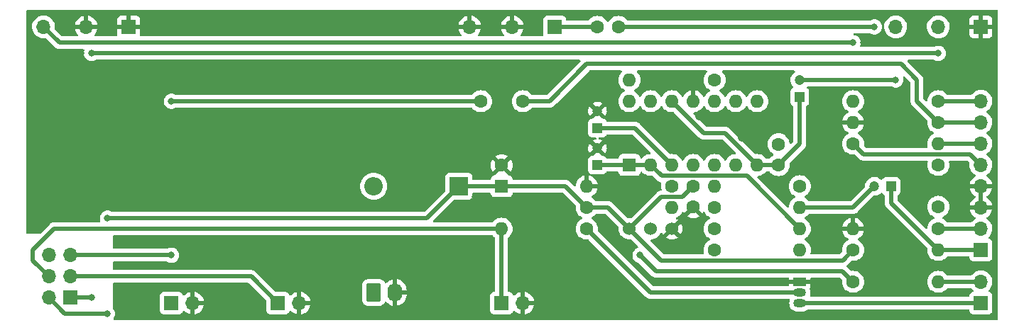
<source format=gbr>
%TF.GenerationSoftware,KiCad,Pcbnew,(6.0.5)*%
%TF.CreationDate,2022-09-21T11:22:34-04:00*%
%TF.ProjectId,valve_distortion,76616c76-655f-4646-9973-746f7274696f,0.1*%
%TF.SameCoordinates,Original*%
%TF.FileFunction,Copper,L1,Top*%
%TF.FilePolarity,Positive*%
%FSLAX46Y46*%
G04 Gerber Fmt 4.6, Leading zero omitted, Abs format (unit mm)*
G04 Created by KiCad (PCBNEW (6.0.5)) date 2022-09-21 11:22:34*
%MOMM*%
%LPD*%
G01*
G04 APERTURE LIST*
G04 Aperture macros list*
%AMRoundRect*
0 Rectangle with rounded corners*
0 $1 Rounding radius*
0 $2 $3 $4 $5 $6 $7 $8 $9 X,Y pos of 4 corners*
0 Add a 4 corners polygon primitive as box body*
4,1,4,$2,$3,$4,$5,$6,$7,$8,$9,$2,$3,0*
0 Add four circle primitives for the rounded corners*
1,1,$1+$1,$2,$3*
1,1,$1+$1,$4,$5*
1,1,$1+$1,$6,$7*
1,1,$1+$1,$8,$9*
0 Add four rect primitives between the rounded corners*
20,1,$1+$1,$2,$3,$4,$5,0*
20,1,$1+$1,$4,$5,$6,$7,0*
20,1,$1+$1,$6,$7,$8,$9,0*
20,1,$1+$1,$8,$9,$2,$3,0*%
G04 Aperture macros list end*
%TA.AperFunction,ComponentPad*%
%ADD10C,1.600000*%
%TD*%
%TA.AperFunction,ComponentPad*%
%ADD11O,1.600000X1.600000*%
%TD*%
%TA.AperFunction,ComponentPad*%
%ADD12R,1.700000X1.700000*%
%TD*%
%TA.AperFunction,ComponentPad*%
%ADD13O,1.700000X1.700000*%
%TD*%
%TA.AperFunction,ComponentPad*%
%ADD14R,1.600000X1.600000*%
%TD*%
%TA.AperFunction,ComponentPad*%
%ADD15R,1.200000X1.200000*%
%TD*%
%TA.AperFunction,ComponentPad*%
%ADD16C,1.200000*%
%TD*%
%TA.AperFunction,ComponentPad*%
%ADD17R,1.500000X1.050000*%
%TD*%
%TA.AperFunction,ComponentPad*%
%ADD18O,1.500000X1.050000*%
%TD*%
%TA.AperFunction,ComponentPad*%
%ADD19R,2.200000X2.200000*%
%TD*%
%TA.AperFunction,ComponentPad*%
%ADD20O,2.200000X2.200000*%
%TD*%
%TA.AperFunction,ComponentPad*%
%ADD21RoundRect,0.250000X-0.620000X-0.845000X0.620000X-0.845000X0.620000X0.845000X-0.620000X0.845000X0*%
%TD*%
%TA.AperFunction,ComponentPad*%
%ADD22O,1.740000X2.190000*%
%TD*%
%TA.AperFunction,ComponentPad*%
%ADD23C,1.524000*%
%TD*%
%TA.AperFunction,ViaPad*%
%ADD24C,0.800000*%
%TD*%
%TA.AperFunction,Conductor*%
%ADD25C,0.500000*%
%TD*%
%TA.AperFunction,Conductor*%
%ADD26C,0.550000*%
%TD*%
G04 APERTURE END LIST*
D10*
%TO.P,R14,1*%
%TO.N,Net-(Q1-Pad2)*%
X130810000Y-90170000D03*
D11*
%TO.P,R14,2*%
%TO.N,/ENABLE*%
X120650000Y-90170000D03*
%TD*%
D10*
%TO.P,R12,1*%
%TO.N,Net-(U2-Pad10)*%
X146050000Y-72390000D03*
D11*
%TO.P,R12,2*%
%TO.N,VBIAS*%
X135890000Y-72390000D03*
%TD*%
D12*
%TO.P,D2,1,K*%
%TO.N,Net-(D2-Pad1)*%
X177800000Y-99060000D03*
D13*
%TO.P,D2,2,A*%
%TO.N,Net-(D2-Pad2)*%
X177800000Y-96520000D03*
%TD*%
D11*
%TO.P,R8,2*%
%TO.N,VBIAS*%
X156210000Y-92710000D03*
D10*
%TO.P,R8,1*%
%TO.N,Net-(U2-Pad5)*%
X146050000Y-92710000D03*
%TD*%
D13*
%TO.P,J2,S*%
%TO.N,GND*%
X96520000Y-99060000D03*
D12*
%TO.P,J2,T*%
%TO.N,Net-(J2-PadT)*%
X93980000Y-99060000D03*
%TD*%
D10*
%TO.P,C4,1*%
%TO.N,Net-(C4-Pad1)*%
X132080000Y-66040000D03*
%TO.P,C4,2*%
%TO.N,Net-(C3-Pad2)*%
X134580000Y-66040000D03*
%TD*%
D14*
%TO.P,C9,1*%
%TO.N,+12V*%
X120650000Y-85090000D03*
D10*
%TO.P,C9,2*%
%TO.N,GND*%
X120650000Y-82590000D03*
%TD*%
D15*
%TO.P,C8,1*%
%TO.N,VBIAS*%
X132085000Y-82560000D03*
D16*
%TO.P,C8,2*%
%TO.N,GND*%
X132085000Y-80560000D03*
%TD*%
D17*
%TO.P,Q1,1,E*%
%TO.N,GND*%
X156210000Y-96520000D03*
D18*
%TO.P,Q1,2,B*%
%TO.N,Net-(Q1-Pad2)*%
X156210000Y-97790000D03*
%TO.P,Q1,3,C*%
%TO.N,Net-(D2-Pad1)*%
X156210000Y-99060000D03*
%TD*%
D10*
%TO.P,C5,1*%
%TO.N,/BUF_OUT*%
X153675000Y-82560000D03*
%TO.P,C5,2*%
%TO.N,Net-(C5-Pad2)*%
X153675000Y-80060000D03*
%TD*%
D12*
%TO.P,U1,1,A*%
%TO.N,Net-(C3-Pad1)*%
X177800000Y-92710000D03*
D13*
%TO.P,U1,2,G*%
%TO.N,Net-(C2-Pad1)*%
X177800000Y-90170000D03*
%TO.P,U1,3,K*%
%TO.N,GND*%
X177800000Y-87630000D03*
%TO.P,U1,4,F1*%
X177800000Y-85090000D03*
%TO.P,U1,5,F1*%
%TO.N,+12V*%
X177800000Y-82550000D03*
%TO.P,U1,6,A*%
%TO.N,Net-(C2-Pad2)*%
X177800000Y-80010000D03*
%TO.P,U1,7,G*%
%TO.N,Net-(C1-Pad1)*%
X177800000Y-77470000D03*
%TO.P,U1,8,K*%
%TO.N,Net-(R2-Pad1)*%
X177800000Y-74930000D03*
%TD*%
D15*
%TO.P,C6,1*%
%TO.N,/BUF_OUT*%
X156210000Y-74390000D03*
D16*
%TO.P,C6,2*%
%TO.N,Net-(C6-Pad2)*%
X156210000Y-72390000D03*
%TD*%
D12*
%TO.P,RV3,1,1*%
%TO.N,GND*%
X177800000Y-66040000D03*
D13*
%TO.P,RV3,2,2*%
%TO.N,Net-(RV3-Pad2)*%
X172720000Y-66040000D03*
%TO.P,RV3,3,3*%
%TO.N,Net-(C6-Pad2)*%
X167640000Y-66040000D03*
%TD*%
D10*
%TO.P,C2,1*%
%TO.N,Net-(C2-Pad1)*%
X172720000Y-87550000D03*
%TO.P,C2,2*%
%TO.N,Net-(C2-Pad2)*%
X172720000Y-82550000D03*
%TD*%
D19*
%TO.P,D3,1,K*%
%TO.N,+12V*%
X115570000Y-85090000D03*
D20*
%TO.P,D3,2,A*%
%TO.N,Net-(D3-Pad2)*%
X105410000Y-85090000D03*
%TD*%
D21*
%TO.P,J3,1*%
%TO.N,Net-(D3-Pad2)*%
X105410000Y-97790000D03*
D22*
%TO.P,J3,2*%
%TO.N,GND*%
X107950000Y-97790000D03*
%TD*%
D10*
%TO.P,R1,1*%
%TO.N,Net-(C1-Pad1)*%
X172720000Y-77470000D03*
D11*
%TO.P,R1,2*%
%TO.N,GND*%
X162560000Y-77470000D03*
%TD*%
D23*
%TO.P,RV4,1,1*%
%TO.N,+12V*%
X135890000Y-90170000D03*
%TO.P,RV4,2,2*%
%TO.N,Net-(RV4-Pad2)*%
X138430000Y-90170000D03*
%TO.P,RV4,3,3*%
%TO.N,GND*%
X140970000Y-90170000D03*
%TD*%
D15*
%TO.P,C7,1*%
%TO.N,Net-(C7-Pad1)*%
X132085000Y-78115000D03*
D16*
%TO.P,C7,2*%
%TO.N,GND*%
X132085000Y-76115000D03*
%TD*%
D12*
%TO.P,SW1,1,A*%
%TO.N,Net-(RV3-Pad2)*%
X69215000Y-98425000D03*
D13*
%TO.P,SW1,2,B*%
%TO.N,Net-(J2-PadT)*%
X69215000Y-95885000D03*
%TO.P,SW1,3,C*%
%TO.N,/INPUT*%
X69215000Y-93345000D03*
%TO.P,SW1,4,A*%
%TO.N,+12V*%
X66675000Y-98425000D03*
%TO.P,SW1,5,B*%
%TO.N,/ENABLE*%
X66675000Y-95885000D03*
%TO.P,SW1,6,C*%
%TO.N,GND*%
X66675000Y-93345000D03*
%TD*%
D10*
%TO.P,R11,1*%
%TO.N,Net-(C7-Pad1)*%
X140975000Y-85090000D03*
D11*
%TO.P,R11,2*%
%TO.N,GND*%
X130815000Y-85090000D03*
%TD*%
D10*
%TO.P,R13,1*%
%TO.N,Net-(R13-Pad1)*%
X162560000Y-96520000D03*
D11*
%TO.P,R13,2*%
%TO.N,Net-(D2-Pad2)*%
X172720000Y-96520000D03*
%TD*%
D10*
%TO.P,R3,1*%
%TO.N,+12V*%
X162560000Y-80010000D03*
D11*
%TO.P,R3,2*%
%TO.N,Net-(C2-Pad2)*%
X172720000Y-80010000D03*
%TD*%
D14*
%TO.P,U2,1*%
%TO.N,VBIAS*%
X135890000Y-82550000D03*
D11*
%TO.P,U2,2,-*%
X138430000Y-82550000D03*
%TO.P,U2,3,+*%
%TO.N,Net-(C7-Pad1)*%
X140970000Y-82550000D03*
%TO.P,U2,4,V+*%
%TO.N,+12V*%
X143510000Y-82550000D03*
%TO.P,U2,5,+*%
%TO.N,Net-(U2-Pad5)*%
X146050000Y-82550000D03*
%TO.P,U2,6,-*%
%TO.N,Net-(C5-Pad2)*%
X148590000Y-82550000D03*
%TO.P,U2,7*%
%TO.N,/BUF_OUT*%
X151130000Y-82550000D03*
%TO.P,U2,8*%
%TO.N,Net-(U2-Pad8)*%
X151130000Y-74930000D03*
%TO.P,U2,9,-*%
X148590000Y-74930000D03*
%TO.P,U2,10,+*%
%TO.N,Net-(U2-Pad10)*%
X146050000Y-74930000D03*
%TO.P,U2,11,V-*%
%TO.N,GND*%
X143510000Y-74930000D03*
%TO.P,U2,12,+*%
%TO.N,/BUF_OUT*%
X140970000Y-74930000D03*
%TO.P,U2,13,-*%
%TO.N,Net-(RV4-Pad2)*%
X138430000Y-74930000D03*
%TO.P,U2,14*%
%TO.N,Net-(R13-Pad1)*%
X135890000Y-74930000D03*
%TD*%
D10*
%TO.P,R9,1*%
%TO.N,/BUF_OUT*%
X156210000Y-85090000D03*
D11*
%TO.P,R9,2*%
%TO.N,Net-(C5-Pad2)*%
X146050000Y-85090000D03*
%TD*%
D10*
%TO.P,R2,1*%
%TO.N,Net-(R2-Pad1)*%
X172720000Y-74930000D03*
D11*
%TO.P,R2,2*%
%TO.N,Net-(R2-Pad2)*%
X162560000Y-74930000D03*
%TD*%
D12*
%TO.P,RV2,1,1*%
%TO.N,Net-(C4-Pad1)*%
X127000000Y-66040000D03*
D13*
%TO.P,RV2,2,2*%
%TO.N,GND*%
X121920000Y-66040000D03*
%TO.P,RV2,3,3*%
X116840000Y-66040000D03*
%TD*%
D10*
%TO.P,R5,1*%
%TO.N,+12V*%
X162560000Y-92710000D03*
D11*
%TO.P,R5,2*%
%TO.N,Net-(C3-Pad1)*%
X172720000Y-92710000D03*
%TD*%
D10*
%TO.P,R10,1*%
%TO.N,+12V*%
X130810000Y-87630000D03*
D11*
%TO.P,R10,2*%
%TO.N,Net-(C7-Pad1)*%
X140970000Y-87630000D03*
%TD*%
D12*
%TO.P,D1,1,Pin_1*%
%TO.N,/ENABLE*%
X120650000Y-99060000D03*
D13*
%TO.P,D1,2,Pin_2*%
%TO.N,GND*%
X123190000Y-99060000D03*
%TD*%
D12*
%TO.P,RV1,1,1*%
%TO.N,GND*%
X76200000Y-66040000D03*
D13*
%TO.P,RV1,2,2*%
X71120000Y-66040000D03*
%TO.P,RV1,3,3*%
%TO.N,Net-(R2-Pad2)*%
X66040000Y-66040000D03*
%TD*%
D10*
%TO.P,C10,2*%
%TO.N,GND*%
X143510000Y-87590000D03*
%TO.P,C10,1*%
%TO.N,+12V*%
X143510000Y-85090000D03*
%TD*%
D13*
%TO.P,J1,S*%
%TO.N,GND*%
X83820000Y-99060000D03*
D12*
%TO.P,J1,T*%
%TO.N,/INPUT*%
X81280000Y-99060000D03*
%TD*%
D10*
%TO.P,R4,1*%
%TO.N,Net-(C2-Pad1)*%
X172720000Y-90170000D03*
D11*
%TO.P,R4,2*%
%TO.N,GND*%
X162560000Y-90170000D03*
%TD*%
D10*
%TO.P,R6,1*%
%TO.N,Net-(C5-Pad2)*%
X146050000Y-90170000D03*
D11*
%TO.P,R6,2*%
%TO.N,VBIAS*%
X156210000Y-90170000D03*
%TD*%
D10*
%TO.P,C1,1*%
%TO.N,Net-(C1-Pad1)*%
X123190000Y-74930000D03*
%TO.P,C1,2*%
%TO.N,/INPUT*%
X118190000Y-74930000D03*
%TD*%
D15*
%TO.P,C3,1*%
%TO.N,Net-(C3-Pad1)*%
X167100000Y-85090000D03*
D16*
%TO.P,C3,2*%
%TO.N,Net-(C3-Pad2)*%
X165100000Y-85090000D03*
%TD*%
D11*
%TO.P,R7,2*%
%TO.N,Net-(C3-Pad2)*%
X156210000Y-87630000D03*
D10*
%TO.P,R7,1*%
%TO.N,Net-(C5-Pad2)*%
X146050000Y-87630000D03*
%TD*%
D24*
%TO.N,GND*%
X135890000Y-80645000D03*
X135255000Y-76835000D03*
X125095000Y-80010000D03*
X128905000Y-83820000D03*
X146050000Y-96520000D03*
X135890000Y-92710000D03*
X132715000Y-89535000D03*
X139700000Y-92075000D03*
X143510000Y-92710000D03*
X135890000Y-88265000D03*
X154305000Y-86360000D03*
X152400000Y-84455000D03*
X162560000Y-85090000D03*
X160020000Y-86360000D03*
X157480000Y-78105000D03*
X154940000Y-78105000D03*
X153670000Y-71755000D03*
X147955000Y-71755000D03*
X147320000Y-73660000D03*
X151765000Y-76835000D03*
X149225000Y-79375000D03*
X144145000Y-76835000D03*
X140970000Y-76835000D03*
X147320000Y-81280000D03*
X142240000Y-81280000D03*
%TO.N,Net-(R13-Pad1)*%
X137160000Y-93345000D03*
%TO.N,/INPUT*%
X81280000Y-74930000D03*
X81280000Y-93345000D03*
%TO.N,Net-(C3-Pad2)*%
X165100000Y-66040000D03*
%TO.N,GND*%
X73025000Y-79375000D03*
X179070000Y-88900000D03*
X79375000Y-100330000D03*
X163830000Y-97790000D03*
X79375000Y-71120000D03*
X120650000Y-74930000D03*
X107950000Y-66675000D03*
X159385000Y-100330000D03*
X69850000Y-79375000D03*
X171450000Y-88900000D03*
X80010000Y-94615000D03*
X170815000Y-80010000D03*
X165735000Y-100330000D03*
X121920000Y-97155000D03*
X118745000Y-83185000D03*
X73025000Y-70485000D03*
X176530000Y-69850000D03*
X129540000Y-64770000D03*
X179070000Y-86360000D03*
X116840000Y-76200000D03*
X121920000Y-91440000D03*
X96520000Y-87630000D03*
X74930000Y-97155000D03*
X166370000Y-67945000D03*
X83820000Y-94615000D03*
X145415000Y-64770000D03*
X165735000Y-86995000D03*
X95250000Y-73660000D03*
X92075000Y-100330000D03*
X127000000Y-76200000D03*
X176530000Y-88900000D03*
X67310000Y-72390000D03*
X166370000Y-80010000D03*
X86360000Y-84455000D03*
X137160000Y-64770000D03*
X172720000Y-94615000D03*
X155575000Y-82550000D03*
X74930000Y-92075000D03*
X131445000Y-74295000D03*
X161290000Y-73660000D03*
X130175000Y-100330000D03*
X170815000Y-82550000D03*
X97155000Y-94615000D03*
X176530000Y-83820000D03*
X130175000Y-76835000D03*
X125730000Y-73660000D03*
X113665000Y-88900000D03*
X176530000Y-86360000D03*
X86360000Y-97155000D03*
X113665000Y-64770000D03*
X163830000Y-64770000D03*
X119380000Y-97155000D03*
X78105000Y-75565000D03*
X82550000Y-76200000D03*
X89535000Y-81280000D03*
X163830000Y-91440000D03*
X98425000Y-100330000D03*
X162560000Y-81915000D03*
X119380000Y-91440000D03*
X113665000Y-100330000D03*
X123190000Y-83820000D03*
X104140000Y-91440000D03*
X161290000Y-76200000D03*
X82550000Y-81280000D03*
X179070000Y-73660000D03*
X168910000Y-86360000D03*
X85725000Y-100330000D03*
X64770000Y-90170000D03*
X152400000Y-64770000D03*
X158750000Y-64770000D03*
X85725000Y-73660000D03*
X158115000Y-73660000D03*
X88900000Y-99060000D03*
X89535000Y-87630000D03*
X73025000Y-87630000D03*
X82550000Y-91440000D03*
X70485000Y-69215000D03*
X133985000Y-100330000D03*
X163830000Y-67945000D03*
X176530000Y-73660000D03*
X171450000Y-73660000D03*
X118110000Y-100330000D03*
X151765000Y-99695000D03*
X166370000Y-73660000D03*
X85725000Y-66675000D03*
X90805000Y-70485000D03*
X111760000Y-91440000D03*
X172085000Y-100330000D03*
X82550000Y-97155000D03*
X168910000Y-73660000D03*
X101600000Y-70485000D03*
X70485000Y-88900000D03*
X138430000Y-100330000D03*
X139065000Y-96520000D03*
X179070000Y-81280000D03*
X114935000Y-73660000D03*
X128905000Y-70485000D03*
X90170000Y-97155000D03*
X179070000Y-78740000D03*
X126365000Y-95250000D03*
X132715000Y-96520000D03*
X117475000Y-86360000D03*
X80010000Y-64770000D03*
X104775000Y-100330000D03*
X106045000Y-73660000D03*
X67310000Y-84455000D03*
X179070000Y-76200000D03*
X179070000Y-94615000D03*
X173990000Y-83820000D03*
X124460000Y-64770000D03*
X170815000Y-70485000D03*
X111125000Y-76200000D03*
X107950000Y-80010000D03*
X115570000Y-95250000D03*
X175260000Y-65405000D03*
X111760000Y-95885000D03*
X142875000Y-100330000D03*
X96520000Y-76200000D03*
X104140000Y-87630000D03*
X128270000Y-92710000D03*
X104140000Y-76200000D03*
X106680000Y-91440000D03*
X119380000Y-70485000D03*
X161290000Y-78740000D03*
X111125000Y-87630000D03*
X64770000Y-67945000D03*
X88900000Y-92710000D03*
X100330000Y-80010000D03*
X170180000Y-67945000D03*
X153035000Y-96520000D03*
X175895000Y-97790000D03*
X80010000Y-87630000D03*
X101600000Y-83820000D03*
X104140000Y-95885000D03*
X158115000Y-97790000D03*
X123190000Y-86360000D03*
X89535000Y-76200000D03*
X114300000Y-81280000D03*
X106680000Y-95885000D03*
X64770000Y-78740000D03*
X95885000Y-91440000D03*
X102870000Y-64770000D03*
X75565000Y-100330000D03*
X125095000Y-100330000D03*
X74930000Y-94615000D03*
X168910000Y-77470000D03*
X174625000Y-88900000D03*
X64770000Y-64770000D03*
X111125000Y-70485000D03*
X80010000Y-97155000D03*
X166370000Y-82550000D03*
X80010000Y-92075000D03*
X119380000Y-64770000D03*
X90805000Y-64770000D03*
X82550000Y-87630000D03*
X97155000Y-66675000D03*
X179070000Y-83820000D03*
%TO.N,+12V*%
X73660000Y-88900000D03*
X73660000Y-100330000D03*
%TO.N,Net-(R2-Pad2)*%
X162560000Y-67945000D03*
%TO.N,Net-(RV3-Pad2)*%
X172720000Y-69215000D03*
X71755000Y-69215000D03*
X71755000Y-98425000D03*
%TO.N,Net-(C6-Pad2)*%
X167640000Y-72390000D03*
%TD*%
D25*
%TO.N,+12V*%
X128270000Y-85090000D02*
X130810000Y-87630000D01*
X120650000Y-85090000D02*
X128270000Y-85090000D01*
%TO.N,Net-(R13-Pad1)*%
X161290000Y-95250000D02*
X162560000Y-96520000D01*
X139065000Y-95250000D02*
X161290000Y-95250000D01*
X137160000Y-93345000D02*
X139065000Y-95250000D01*
%TO.N,+12V*%
X161310489Y-93959511D02*
X162560000Y-92710000D01*
X139679511Y-93959511D02*
X161310489Y-93959511D01*
X135890000Y-90170000D02*
X139679511Y-93959511D01*
X139679511Y-86380489D02*
X135890000Y-90170000D01*
X142219511Y-86380489D02*
X139679511Y-86380489D01*
X143510000Y-85090000D02*
X142219511Y-86380489D01*
X133350000Y-87630000D02*
X135890000Y-90170000D01*
X130810000Y-87630000D02*
X133350000Y-87630000D01*
%TO.N,/BUF_OUT*%
X144780000Y-78740000D02*
X147320000Y-78740000D01*
X140970000Y-74930000D02*
X144780000Y-78740000D01*
X147320000Y-78740000D02*
X151130000Y-82550000D01*
X156210000Y-80025000D02*
X156210000Y-74390000D01*
X153675000Y-82560000D02*
X156210000Y-80025000D01*
%TO.N,VBIAS*%
X139720489Y-83840489D02*
X149880489Y-83840489D01*
X149880489Y-83840489D02*
X156210000Y-90170000D01*
X138430000Y-82550000D02*
X139720489Y-83840489D01*
%TO.N,Net-(C3-Pad2)*%
X162560000Y-87630000D02*
X165100000Y-85090000D01*
X156210000Y-87630000D02*
X162560000Y-87630000D01*
X165100000Y-66040000D02*
X134580000Y-66040000D01*
%TO.N,Net-(C1-Pad1)*%
X123190000Y-74930000D02*
X126365000Y-74930000D01*
X126365000Y-74930000D02*
X130810000Y-70485000D01*
X170180000Y-72390000D02*
X170180000Y-74930000D01*
X172720000Y-77470000D02*
X177800000Y-77470000D01*
X168275000Y-70485000D02*
X170180000Y-72390000D01*
X130810000Y-70485000D02*
X168275000Y-70485000D01*
X170180000Y-74930000D02*
X172720000Y-77470000D01*
%TO.N,/INPUT*%
X69215000Y-93345000D02*
X81280000Y-93345000D01*
X81280000Y-74930000D02*
X118190000Y-74930000D01*
%TO.N,Net-(C2-Pad1)*%
X177800000Y-90170000D02*
X172720000Y-90170000D01*
%TO.N,Net-(C2-Pad2)*%
X172720000Y-80010000D02*
X177800000Y-80010000D01*
%TO.N,Net-(C3-Pad1)*%
X172720000Y-92710000D02*
X167100000Y-87090000D01*
X167100000Y-87090000D02*
X167100000Y-85090000D01*
X172720000Y-92710000D02*
X177800000Y-92710000D01*
%TO.N,+12V*%
X73660000Y-100330000D02*
X68580000Y-100330000D01*
X68580000Y-100330000D02*
X66675000Y-98425000D01*
X111760000Y-88900000D02*
X115570000Y-85090000D01*
X163809511Y-81259511D02*
X176509511Y-81259511D01*
X73660000Y-88900000D02*
X111760000Y-88900000D01*
X115570000Y-85090000D02*
X120650000Y-85090000D01*
X162560000Y-80010000D02*
X163809511Y-81259511D01*
X176509511Y-81259511D02*
X177800000Y-82550000D01*
D26*
%TO.N,Net-(D2-Pad1)*%
X156210000Y-99060000D02*
X177800000Y-99060000D01*
D25*
%TO.N,Net-(D2-Pad2)*%
X177800000Y-96520000D02*
X172720000Y-96520000D01*
%TO.N,Net-(J2-PadT)*%
X69215000Y-95885000D02*
X90805000Y-95885000D01*
X90805000Y-95885000D02*
X93980000Y-99060000D01*
%TO.N,Net-(Q1-Pad2)*%
X130810000Y-90170000D02*
X138430000Y-97790000D01*
X138430000Y-97790000D02*
X156210000Y-97790000D01*
%TO.N,Net-(R2-Pad1)*%
X172720000Y-74930000D02*
X177800000Y-74930000D01*
%TO.N,Net-(R2-Pad2)*%
X162560000Y-67945000D02*
X67945000Y-67945000D01*
X67945000Y-67945000D02*
X66040000Y-66040000D01*
%TO.N,/BUF_OUT*%
X151130000Y-82550000D02*
X153665000Y-82550000D01*
X153665000Y-82550000D02*
X153675000Y-82560000D01*
%TO.N,/ENABLE*%
X120650000Y-90170000D02*
X67310000Y-90170000D01*
X67310000Y-90170000D02*
X64770000Y-92710000D01*
X120650000Y-99060000D02*
X120650000Y-90170000D01*
X64770000Y-92710000D02*
X64770000Y-93980000D01*
X64770000Y-93980000D02*
X66675000Y-95885000D01*
%TO.N,Net-(C4-Pad1)*%
X127000000Y-66040000D02*
X132080000Y-66040000D01*
%TO.N,Net-(RV3-Pad2)*%
X69215000Y-98425000D02*
X71755000Y-98425000D01*
X71755000Y-69215000D02*
X100965000Y-69215000D01*
X100965000Y-69215000D02*
X172720000Y-69215000D01*
%TO.N,Net-(C6-Pad2)*%
X167640000Y-72390000D02*
X156210000Y-72390000D01*
%TO.N,Net-(C7-Pad1)*%
X140970000Y-82550000D02*
X136535000Y-78115000D01*
X136535000Y-78115000D02*
X132085000Y-78115000D01*
%TO.N,VBIAS*%
X132085000Y-82560000D02*
X138420000Y-82560000D01*
X138420000Y-82560000D02*
X138430000Y-82550000D01*
%TD*%
%TA.AperFunction,Conductor*%
%TO.N,GND*%
G36*
X179773621Y-64028502D02*
G01*
X179820114Y-64082158D01*
X179831500Y-64134500D01*
X179831500Y-100965500D01*
X179811498Y-101033621D01*
X179757842Y-101080114D01*
X179705500Y-101091500D01*
X74479850Y-101091500D01*
X74411729Y-101071498D01*
X74365236Y-101017842D01*
X74355132Y-100947568D01*
X74386213Y-100881190D01*
X74394621Y-100871852D01*
X74394622Y-100871851D01*
X74399040Y-100866944D01*
X74494527Y-100701556D01*
X74553542Y-100519928D01*
X74573504Y-100330000D01*
X74556994Y-100172916D01*
X74554232Y-100146635D01*
X74554232Y-100146633D01*
X74553542Y-100140072D01*
X74494527Y-99958444D01*
X74494348Y-99958134D01*
X79921500Y-99958134D01*
X79928255Y-100020316D01*
X79979385Y-100156705D01*
X80066739Y-100273261D01*
X80183295Y-100360615D01*
X80319684Y-100411745D01*
X80381866Y-100418500D01*
X82178134Y-100418500D01*
X82240316Y-100411745D01*
X82376705Y-100360615D01*
X82493261Y-100273261D01*
X82580615Y-100156705D01*
X82604310Y-100093500D01*
X82624798Y-100038848D01*
X82667440Y-99982084D01*
X82734001Y-99957384D01*
X82803350Y-99972592D01*
X82838017Y-100000580D01*
X82863218Y-100029673D01*
X82870580Y-100036883D01*
X83034434Y-100172916D01*
X83042881Y-100178831D01*
X83226756Y-100286279D01*
X83236042Y-100290729D01*
X83435001Y-100366703D01*
X83444899Y-100369579D01*
X83548250Y-100390606D01*
X83562299Y-100389410D01*
X83566000Y-100379065D01*
X83566000Y-100378517D01*
X84074000Y-100378517D01*
X84078064Y-100392359D01*
X84091478Y-100394393D01*
X84098184Y-100393534D01*
X84108262Y-100391392D01*
X84312255Y-100330191D01*
X84321842Y-100326433D01*
X84513095Y-100232739D01*
X84521945Y-100227464D01*
X84695328Y-100103792D01*
X84703200Y-100097139D01*
X84854052Y-99946812D01*
X84860730Y-99938965D01*
X84985003Y-99766020D01*
X84990313Y-99757183D01*
X85084670Y-99566267D01*
X85088469Y-99556672D01*
X85150377Y-99352910D01*
X85152555Y-99342837D01*
X85153986Y-99331962D01*
X85151775Y-99317778D01*
X85138617Y-99314000D01*
X84092115Y-99314000D01*
X84076876Y-99318475D01*
X84075671Y-99319865D01*
X84074000Y-99327548D01*
X84074000Y-100378517D01*
X83566000Y-100378517D01*
X83566000Y-98787885D01*
X84074000Y-98787885D01*
X84078475Y-98803124D01*
X84079865Y-98804329D01*
X84087548Y-98806000D01*
X85138344Y-98806000D01*
X85151875Y-98802027D01*
X85153180Y-98792947D01*
X85111214Y-98625875D01*
X85107894Y-98616124D01*
X85022972Y-98420814D01*
X85018105Y-98411739D01*
X84902426Y-98232926D01*
X84896136Y-98224757D01*
X84752806Y-98067240D01*
X84745273Y-98060215D01*
X84578139Y-97928222D01*
X84569552Y-97922517D01*
X84383117Y-97819599D01*
X84373705Y-97815369D01*
X84172959Y-97744280D01*
X84162988Y-97741646D01*
X84091837Y-97728972D01*
X84078540Y-97730432D01*
X84074000Y-97744989D01*
X84074000Y-98787885D01*
X83566000Y-98787885D01*
X83566000Y-97743102D01*
X83562082Y-97729758D01*
X83547806Y-97727771D01*
X83509324Y-97733660D01*
X83499288Y-97736051D01*
X83296868Y-97802212D01*
X83287359Y-97806209D01*
X83098463Y-97904542D01*
X83089738Y-97910036D01*
X82919433Y-98037905D01*
X82911726Y-98044748D01*
X82834478Y-98125584D01*
X82772954Y-98161014D01*
X82702042Y-98157557D01*
X82644255Y-98116311D01*
X82625402Y-98082763D01*
X82583767Y-97971703D01*
X82580615Y-97963295D01*
X82493261Y-97846739D01*
X82376705Y-97759385D01*
X82240316Y-97708255D01*
X82178134Y-97701500D01*
X80381866Y-97701500D01*
X80319684Y-97708255D01*
X80183295Y-97759385D01*
X80066739Y-97846739D01*
X79979385Y-97963295D01*
X79928255Y-98099684D01*
X79921500Y-98161866D01*
X79921500Y-99958134D01*
X74494348Y-99958134D01*
X74470691Y-99917158D01*
X74402343Y-99798777D01*
X74399040Y-99793056D01*
X74327364Y-99713452D01*
X74296647Y-99649444D01*
X74295000Y-99629141D01*
X74295000Y-96769500D01*
X74315002Y-96701379D01*
X74368658Y-96654886D01*
X74421000Y-96643500D01*
X90438629Y-96643500D01*
X90506750Y-96663502D01*
X90527724Y-96680405D01*
X92584595Y-98737276D01*
X92618621Y-98799588D01*
X92621500Y-98826371D01*
X92621500Y-99958134D01*
X92628255Y-100020316D01*
X92679385Y-100156705D01*
X92766739Y-100273261D01*
X92883295Y-100360615D01*
X93019684Y-100411745D01*
X93081866Y-100418500D01*
X94878134Y-100418500D01*
X94940316Y-100411745D01*
X95076705Y-100360615D01*
X95193261Y-100273261D01*
X95280615Y-100156705D01*
X95304310Y-100093500D01*
X95324798Y-100038848D01*
X95367440Y-99982084D01*
X95434001Y-99957384D01*
X95503350Y-99972592D01*
X95538017Y-100000580D01*
X95563218Y-100029673D01*
X95570580Y-100036883D01*
X95734434Y-100172916D01*
X95742881Y-100178831D01*
X95926756Y-100286279D01*
X95936042Y-100290729D01*
X96135001Y-100366703D01*
X96144899Y-100369579D01*
X96248250Y-100390606D01*
X96262299Y-100389410D01*
X96266000Y-100379065D01*
X96266000Y-100378517D01*
X96774000Y-100378517D01*
X96778064Y-100392359D01*
X96791478Y-100394393D01*
X96798184Y-100393534D01*
X96808262Y-100391392D01*
X97012255Y-100330191D01*
X97021842Y-100326433D01*
X97213095Y-100232739D01*
X97221945Y-100227464D01*
X97395328Y-100103792D01*
X97403200Y-100097139D01*
X97554052Y-99946812D01*
X97560730Y-99938965D01*
X97685003Y-99766020D01*
X97690313Y-99757183D01*
X97784670Y-99566267D01*
X97788469Y-99556672D01*
X97850377Y-99352910D01*
X97852555Y-99342837D01*
X97853986Y-99331962D01*
X97851775Y-99317778D01*
X97838617Y-99314000D01*
X96792115Y-99314000D01*
X96776876Y-99318475D01*
X96775671Y-99319865D01*
X96774000Y-99327548D01*
X96774000Y-100378517D01*
X96266000Y-100378517D01*
X96266000Y-98787885D01*
X96774000Y-98787885D01*
X96778475Y-98803124D01*
X96779865Y-98804329D01*
X96787548Y-98806000D01*
X97838344Y-98806000D01*
X97851875Y-98802027D01*
X97853180Y-98792947D01*
X97826166Y-98685400D01*
X104031500Y-98685400D01*
X104031837Y-98688646D01*
X104031837Y-98688650D01*
X104040712Y-98774181D01*
X104042474Y-98791166D01*
X104044655Y-98797702D01*
X104044655Y-98797704D01*
X104047423Y-98806000D01*
X104098450Y-98958946D01*
X104191522Y-99109348D01*
X104316697Y-99234305D01*
X104322927Y-99238145D01*
X104322928Y-99238146D01*
X104460090Y-99322694D01*
X104467262Y-99327115D01*
X104514663Y-99342837D01*
X104628611Y-99380632D01*
X104628613Y-99380632D01*
X104635139Y-99382797D01*
X104641975Y-99383497D01*
X104641978Y-99383498D01*
X104685031Y-99387909D01*
X104739600Y-99393500D01*
X106080400Y-99393500D01*
X106083646Y-99393163D01*
X106083650Y-99393163D01*
X106179308Y-99383238D01*
X106179312Y-99383237D01*
X106186166Y-99382526D01*
X106192702Y-99380345D01*
X106192704Y-99380345D01*
X106337724Y-99331962D01*
X106353946Y-99326550D01*
X106504348Y-99233478D01*
X106629305Y-99108303D01*
X106706749Y-98982667D01*
X106722115Y-98957738D01*
X106724132Y-98958982D01*
X106763537Y-98914225D01*
X106831813Y-98894761D01*
X106899774Y-98915300D01*
X106921989Y-98933785D01*
X107029924Y-99046930D01*
X107037892Y-99053979D01*
X107216952Y-99187203D01*
X107225982Y-99192802D01*
X107424931Y-99293953D01*
X107434792Y-99297956D01*
X107647929Y-99364138D01*
X107658309Y-99366420D01*
X107678043Y-99369036D01*
X107692207Y-99366840D01*
X107696000Y-99353655D01*
X107696000Y-99351627D01*
X108204000Y-99351627D01*
X108207973Y-99365158D01*
X108218580Y-99366683D01*
X108342188Y-99340748D01*
X108352384Y-99337688D01*
X108559952Y-99255716D01*
X108569489Y-99250982D01*
X108760285Y-99135204D01*
X108768878Y-99128938D01*
X108937441Y-98982667D01*
X108944861Y-98975036D01*
X109086368Y-98802458D01*
X109092393Y-98793691D01*
X109202797Y-98599738D01*
X109207262Y-98590074D01*
X109283410Y-98380289D01*
X109286181Y-98370021D01*
X109326106Y-98149234D01*
X109327039Y-98141005D01*
X109327930Y-98122126D01*
X109328000Y-98119151D01*
X109328000Y-98062115D01*
X109323525Y-98046876D01*
X109322135Y-98045671D01*
X109314452Y-98044000D01*
X108222115Y-98044000D01*
X108206876Y-98048475D01*
X108205671Y-98049865D01*
X108204000Y-98057548D01*
X108204000Y-99351627D01*
X107696000Y-99351627D01*
X107696000Y-97517885D01*
X108204000Y-97517885D01*
X108208475Y-97533124D01*
X108209865Y-97534329D01*
X108217548Y-97536000D01*
X109309885Y-97536000D01*
X109325124Y-97531525D01*
X109326329Y-97530135D01*
X109328000Y-97522452D01*
X109328000Y-97508946D01*
X109327775Y-97503637D01*
X109313661Y-97337293D01*
X109311871Y-97326821D01*
X109255802Y-97110798D01*
X109252266Y-97100758D01*
X109160601Y-96897268D01*
X109155432Y-96887982D01*
X109030790Y-96702845D01*
X109024129Y-96694559D01*
X108870076Y-96533070D01*
X108862108Y-96526021D01*
X108683048Y-96392797D01*
X108674018Y-96387198D01*
X108475069Y-96286047D01*
X108465208Y-96282044D01*
X108252071Y-96215862D01*
X108241691Y-96213580D01*
X108221957Y-96210964D01*
X108207793Y-96213160D01*
X108204000Y-96226345D01*
X108204000Y-97517885D01*
X107696000Y-97517885D01*
X107696000Y-96228373D01*
X107692027Y-96214842D01*
X107681420Y-96213317D01*
X107557812Y-96239252D01*
X107547616Y-96242312D01*
X107340048Y-96324284D01*
X107330511Y-96329018D01*
X107139715Y-96444796D01*
X107131122Y-96451062D01*
X106962559Y-96597333D01*
X106955138Y-96604965D01*
X106927827Y-96638272D01*
X106869167Y-96678266D01*
X106798197Y-96680197D01*
X106737449Y-96643452D01*
X106722196Y-96620654D01*
X106721550Y-96621054D01*
X106632332Y-96476880D01*
X106628478Y-96470652D01*
X106503303Y-96345695D01*
X106468568Y-96324284D01*
X106358968Y-96256725D01*
X106358966Y-96256724D01*
X106352738Y-96252885D01*
X106272722Y-96226345D01*
X106191389Y-96199368D01*
X106191387Y-96199368D01*
X106184861Y-96197203D01*
X106178025Y-96196503D01*
X106178022Y-96196502D01*
X106134969Y-96192091D01*
X106080400Y-96186500D01*
X104739600Y-96186500D01*
X104736354Y-96186837D01*
X104736350Y-96186837D01*
X104640692Y-96196762D01*
X104640688Y-96196763D01*
X104633834Y-96197474D01*
X104627298Y-96199655D01*
X104627296Y-96199655D01*
X104508610Y-96239252D01*
X104466054Y-96253450D01*
X104315652Y-96346522D01*
X104190695Y-96471697D01*
X104186855Y-96477927D01*
X104186854Y-96477928D01*
X104113252Y-96597333D01*
X104097885Y-96622262D01*
X104095581Y-96629209D01*
X104045611Y-96779865D01*
X104042203Y-96790139D01*
X104041503Y-96796975D01*
X104041502Y-96796978D01*
X104040366Y-96808069D01*
X104031500Y-96894600D01*
X104031500Y-98685400D01*
X97826166Y-98685400D01*
X97811214Y-98625875D01*
X97807894Y-98616124D01*
X97722972Y-98420814D01*
X97718105Y-98411739D01*
X97602426Y-98232926D01*
X97596136Y-98224757D01*
X97452806Y-98067240D01*
X97445273Y-98060215D01*
X97278139Y-97928222D01*
X97269552Y-97922517D01*
X97083117Y-97819599D01*
X97073705Y-97815369D01*
X96872959Y-97744280D01*
X96862988Y-97741646D01*
X96791837Y-97728972D01*
X96778540Y-97730432D01*
X96774000Y-97744989D01*
X96774000Y-98787885D01*
X96266000Y-98787885D01*
X96266000Y-97743102D01*
X96262082Y-97729758D01*
X96247806Y-97727771D01*
X96209324Y-97733660D01*
X96199288Y-97736051D01*
X95996868Y-97802212D01*
X95987359Y-97806209D01*
X95798463Y-97904542D01*
X95789738Y-97910036D01*
X95619433Y-98037905D01*
X95611726Y-98044748D01*
X95534478Y-98125584D01*
X95472954Y-98161014D01*
X95402042Y-98157557D01*
X95344255Y-98116311D01*
X95325402Y-98082763D01*
X95283767Y-97971703D01*
X95280615Y-97963295D01*
X95193261Y-97846739D01*
X95076705Y-97759385D01*
X94940316Y-97708255D01*
X94878134Y-97701500D01*
X93746371Y-97701500D01*
X93678250Y-97681498D01*
X93657276Y-97664595D01*
X91388770Y-95396089D01*
X91376384Y-95381677D01*
X91367851Y-95370082D01*
X91367846Y-95370077D01*
X91363508Y-95364182D01*
X91357930Y-95359443D01*
X91357927Y-95359440D01*
X91323232Y-95329965D01*
X91315716Y-95323035D01*
X91310021Y-95317340D01*
X91303880Y-95312482D01*
X91287749Y-95299719D01*
X91284345Y-95296928D01*
X91234297Y-95254409D01*
X91234295Y-95254408D01*
X91228715Y-95249667D01*
X91222199Y-95246339D01*
X91217150Y-95242972D01*
X91212021Y-95239805D01*
X91206284Y-95235266D01*
X91140125Y-95204345D01*
X91136225Y-95202439D01*
X91071192Y-95169231D01*
X91064084Y-95167492D01*
X91058441Y-95165393D01*
X91052678Y-95163476D01*
X91046050Y-95160378D01*
X90974583Y-95145513D01*
X90970299Y-95144543D01*
X90899390Y-95127192D01*
X90893788Y-95126844D01*
X90893785Y-95126844D01*
X90888236Y-95126500D01*
X90888238Y-95126464D01*
X90884245Y-95126225D01*
X90880053Y-95125851D01*
X90872885Y-95124360D01*
X90806675Y-95126151D01*
X90795479Y-95126454D01*
X90792072Y-95126500D01*
X74421000Y-95126500D01*
X74352879Y-95106498D01*
X74306386Y-95052842D01*
X74295000Y-95000500D01*
X74295000Y-94229500D01*
X74315002Y-94161379D01*
X74368658Y-94114886D01*
X74421000Y-94103500D01*
X80737413Y-94103500D01*
X80811472Y-94127563D01*
X80817902Y-94132235D01*
X80817909Y-94132239D01*
X80823248Y-94136118D01*
X80829276Y-94138802D01*
X80829278Y-94138803D01*
X80879985Y-94161379D01*
X80997712Y-94213794D01*
X81071603Y-94229500D01*
X81178056Y-94252128D01*
X81178061Y-94252128D01*
X81184513Y-94253500D01*
X81375487Y-94253500D01*
X81381939Y-94252128D01*
X81381944Y-94252128D01*
X81488397Y-94229500D01*
X81562288Y-94213794D01*
X81680015Y-94161379D01*
X81730722Y-94138803D01*
X81730724Y-94138802D01*
X81736752Y-94136118D01*
X81742097Y-94132235D01*
X81829820Y-94068500D01*
X81891253Y-94023866D01*
X82019040Y-93881944D01*
X82114527Y-93716556D01*
X82173542Y-93534928D01*
X82193504Y-93345000D01*
X82173542Y-93155072D01*
X82114527Y-92973444D01*
X82097181Y-92943399D01*
X82022341Y-92813774D01*
X82019040Y-92808056D01*
X81925821Y-92704525D01*
X81895675Y-92671045D01*
X81895674Y-92671044D01*
X81891253Y-92666134D01*
X81781647Y-92586500D01*
X81742094Y-92557763D01*
X81742093Y-92557762D01*
X81736752Y-92553882D01*
X81730724Y-92551198D01*
X81730722Y-92551197D01*
X81568319Y-92478891D01*
X81568318Y-92478891D01*
X81562288Y-92476206D01*
X81468887Y-92456353D01*
X81381944Y-92437872D01*
X81381939Y-92437872D01*
X81375487Y-92436500D01*
X81184513Y-92436500D01*
X81178061Y-92437872D01*
X81178056Y-92437872D01*
X81091113Y-92456353D01*
X80997712Y-92476206D01*
X80991682Y-92478891D01*
X80991681Y-92478891D01*
X80829278Y-92551197D01*
X80829276Y-92551198D01*
X80823248Y-92553882D01*
X80817909Y-92557761D01*
X80817902Y-92557765D01*
X80811472Y-92562437D01*
X80737413Y-92586500D01*
X74421000Y-92586500D01*
X74352879Y-92566498D01*
X74306386Y-92512842D01*
X74295000Y-92460500D01*
X74295000Y-91054500D01*
X74315002Y-90986379D01*
X74368658Y-90939886D01*
X74421000Y-90928500D01*
X119518133Y-90928500D01*
X119586254Y-90948502D01*
X119621345Y-90982228D01*
X119643802Y-91014300D01*
X119805700Y-91176198D01*
X119837771Y-91198655D01*
X119882099Y-91254110D01*
X119891500Y-91301867D01*
X119891500Y-97575500D01*
X119871498Y-97643621D01*
X119817842Y-97690114D01*
X119765500Y-97701500D01*
X119751866Y-97701500D01*
X119689684Y-97708255D01*
X119553295Y-97759385D01*
X119436739Y-97846739D01*
X119349385Y-97963295D01*
X119298255Y-98099684D01*
X119291500Y-98161866D01*
X119291500Y-99958134D01*
X119298255Y-100020316D01*
X119349385Y-100156705D01*
X119436739Y-100273261D01*
X119553295Y-100360615D01*
X119689684Y-100411745D01*
X119751866Y-100418500D01*
X121548134Y-100418500D01*
X121610316Y-100411745D01*
X121746705Y-100360615D01*
X121863261Y-100273261D01*
X121950615Y-100156705D01*
X121974310Y-100093500D01*
X121994798Y-100038848D01*
X122037440Y-99982084D01*
X122104001Y-99957384D01*
X122173350Y-99972592D01*
X122208017Y-100000580D01*
X122233218Y-100029673D01*
X122240580Y-100036883D01*
X122404434Y-100172916D01*
X122412881Y-100178831D01*
X122596756Y-100286279D01*
X122606042Y-100290729D01*
X122805001Y-100366703D01*
X122814899Y-100369579D01*
X122918250Y-100390606D01*
X122932299Y-100389410D01*
X122936000Y-100379065D01*
X122936000Y-100378517D01*
X123444000Y-100378517D01*
X123448064Y-100392359D01*
X123461478Y-100394393D01*
X123468184Y-100393534D01*
X123478262Y-100391392D01*
X123682255Y-100330191D01*
X123691842Y-100326433D01*
X123883095Y-100232739D01*
X123891945Y-100227464D01*
X124065328Y-100103792D01*
X124073200Y-100097139D01*
X124224052Y-99946812D01*
X124230730Y-99938965D01*
X124355003Y-99766020D01*
X124360313Y-99757183D01*
X124454670Y-99566267D01*
X124458469Y-99556672D01*
X124520377Y-99352910D01*
X124522555Y-99342837D01*
X124523986Y-99331962D01*
X124521775Y-99317778D01*
X124508617Y-99314000D01*
X123462115Y-99314000D01*
X123446876Y-99318475D01*
X123445671Y-99319865D01*
X123444000Y-99327548D01*
X123444000Y-100378517D01*
X122936000Y-100378517D01*
X122936000Y-98787885D01*
X123444000Y-98787885D01*
X123448475Y-98803124D01*
X123449865Y-98804329D01*
X123457548Y-98806000D01*
X124508344Y-98806000D01*
X124521875Y-98802027D01*
X124523180Y-98792947D01*
X124481214Y-98625875D01*
X124477894Y-98616124D01*
X124392972Y-98420814D01*
X124388105Y-98411739D01*
X124272426Y-98232926D01*
X124266136Y-98224757D01*
X124122806Y-98067240D01*
X124115273Y-98060215D01*
X123948139Y-97928222D01*
X123939552Y-97922517D01*
X123753117Y-97819599D01*
X123743705Y-97815369D01*
X123542959Y-97744280D01*
X123532988Y-97741646D01*
X123461837Y-97728972D01*
X123448540Y-97730432D01*
X123444000Y-97744989D01*
X123444000Y-98787885D01*
X122936000Y-98787885D01*
X122936000Y-97743102D01*
X122932082Y-97729758D01*
X122917806Y-97727771D01*
X122879324Y-97733660D01*
X122869288Y-97736051D01*
X122666868Y-97802212D01*
X122657359Y-97806209D01*
X122468463Y-97904542D01*
X122459738Y-97910036D01*
X122289433Y-98037905D01*
X122281726Y-98044748D01*
X122204478Y-98125584D01*
X122142954Y-98161014D01*
X122072042Y-98157557D01*
X122014255Y-98116311D01*
X121995402Y-98082763D01*
X121953767Y-97971703D01*
X121950615Y-97963295D01*
X121863261Y-97846739D01*
X121746705Y-97759385D01*
X121610316Y-97708255D01*
X121548134Y-97701500D01*
X121534500Y-97701500D01*
X121466379Y-97681498D01*
X121419886Y-97627842D01*
X121408500Y-97575500D01*
X121408500Y-91301867D01*
X121428502Y-91233746D01*
X121462228Y-91198655D01*
X121494300Y-91176198D01*
X121656198Y-91014300D01*
X121673367Y-90989781D01*
X121761341Y-90864140D01*
X121787523Y-90826749D01*
X121789846Y-90821767D01*
X121789849Y-90821762D01*
X121881961Y-90624225D01*
X121881961Y-90624224D01*
X121884284Y-90619243D01*
X121904976Y-90542022D01*
X121942119Y-90403402D01*
X121942119Y-90403400D01*
X121943543Y-90398087D01*
X121963498Y-90170000D01*
X121943543Y-89941913D01*
X121933244Y-89903478D01*
X121885707Y-89726067D01*
X121885706Y-89726065D01*
X121884284Y-89720757D01*
X121847372Y-89641598D01*
X121789849Y-89518238D01*
X121789846Y-89518233D01*
X121787523Y-89513251D01*
X121677767Y-89356504D01*
X121659357Y-89330211D01*
X121659355Y-89330208D01*
X121656198Y-89325700D01*
X121494300Y-89163802D01*
X121489792Y-89160645D01*
X121489789Y-89160643D01*
X121379424Y-89083365D01*
X121306749Y-89032477D01*
X121301767Y-89030154D01*
X121301762Y-89030151D01*
X121104225Y-88938039D01*
X121104224Y-88938039D01*
X121099243Y-88935716D01*
X121093935Y-88934294D01*
X121093933Y-88934293D01*
X120883402Y-88877881D01*
X120883400Y-88877881D01*
X120878087Y-88876457D01*
X120650000Y-88856502D01*
X120421913Y-88876457D01*
X120416600Y-88877881D01*
X120416598Y-88877881D01*
X120206067Y-88934293D01*
X120206065Y-88934294D01*
X120200757Y-88935716D01*
X120195776Y-88938039D01*
X120195775Y-88938039D01*
X119998238Y-89030151D01*
X119998233Y-89030154D01*
X119993251Y-89032477D01*
X119920576Y-89083365D01*
X119810211Y-89160643D01*
X119810208Y-89160645D01*
X119805700Y-89163802D01*
X119643802Y-89325700D01*
X119621345Y-89357771D01*
X119565890Y-89402099D01*
X119518133Y-89411500D01*
X112625371Y-89411500D01*
X112557250Y-89391498D01*
X112510757Y-89337842D01*
X112500653Y-89267568D01*
X112530147Y-89202988D01*
X112536276Y-89196405D01*
X114997276Y-86735405D01*
X115059588Y-86701379D01*
X115086371Y-86698500D01*
X116718134Y-86698500D01*
X116780316Y-86691745D01*
X116916705Y-86640615D01*
X117033261Y-86553261D01*
X117120615Y-86436705D01*
X117171745Y-86300316D01*
X117178500Y-86238134D01*
X117178500Y-85974500D01*
X117198502Y-85906379D01*
X117252158Y-85859886D01*
X117304500Y-85848500D01*
X119218709Y-85848500D01*
X119286830Y-85868502D01*
X119333323Y-85922158D01*
X119343972Y-85960892D01*
X119348255Y-86000316D01*
X119399385Y-86136705D01*
X119486739Y-86253261D01*
X119603295Y-86340615D01*
X119739684Y-86391745D01*
X119801866Y-86398500D01*
X121498134Y-86398500D01*
X121560316Y-86391745D01*
X121696705Y-86340615D01*
X121813261Y-86253261D01*
X121900615Y-86136705D01*
X121951745Y-86000316D01*
X121956028Y-85960892D01*
X121983270Y-85895330D01*
X122041634Y-85854904D01*
X122081291Y-85848500D01*
X127903629Y-85848500D01*
X127971750Y-85868502D01*
X127992724Y-85885405D01*
X129474329Y-87367010D01*
X129508355Y-87429322D01*
X129510755Y-87467087D01*
X129501969Y-87567508D01*
X129496502Y-87630000D01*
X129516457Y-87858087D01*
X129517881Y-87863400D01*
X129517881Y-87863402D01*
X129544307Y-87962022D01*
X129575716Y-88079243D01*
X129578039Y-88084224D01*
X129578039Y-88084225D01*
X129670151Y-88281762D01*
X129670154Y-88281767D01*
X129672477Y-88286749D01*
X129803802Y-88474300D01*
X129965700Y-88636198D01*
X129970208Y-88639355D01*
X129970211Y-88639357D01*
X130023988Y-88677012D01*
X130153251Y-88767523D01*
X130158233Y-88769846D01*
X130158238Y-88769849D01*
X130192457Y-88785805D01*
X130245742Y-88832722D01*
X130265203Y-88900999D01*
X130244661Y-88968959D01*
X130192457Y-89014195D01*
X130158238Y-89030151D01*
X130158233Y-89030154D01*
X130153251Y-89032477D01*
X130080576Y-89083365D01*
X129970211Y-89160643D01*
X129970208Y-89160645D01*
X129965700Y-89163802D01*
X129803802Y-89325700D01*
X129800645Y-89330208D01*
X129800643Y-89330211D01*
X129782233Y-89356504D01*
X129672477Y-89513251D01*
X129670154Y-89518233D01*
X129670151Y-89518238D01*
X129612628Y-89641598D01*
X129575716Y-89720757D01*
X129574294Y-89726065D01*
X129574293Y-89726067D01*
X129526756Y-89903478D01*
X129516457Y-89941913D01*
X129496502Y-90170000D01*
X129516457Y-90398087D01*
X129517881Y-90403400D01*
X129517881Y-90403402D01*
X129555025Y-90542022D01*
X129575716Y-90619243D01*
X129578039Y-90624224D01*
X129578039Y-90624225D01*
X129670151Y-90821762D01*
X129670154Y-90821767D01*
X129672477Y-90826749D01*
X129698659Y-90864140D01*
X129786634Y-90989781D01*
X129803802Y-91014300D01*
X129965700Y-91176198D01*
X129970208Y-91179355D01*
X129970211Y-91179357D01*
X130015649Y-91211173D01*
X130153251Y-91307523D01*
X130158233Y-91309846D01*
X130158238Y-91309849D01*
X130344068Y-91396502D01*
X130360757Y-91404284D01*
X130366065Y-91405706D01*
X130366067Y-91405707D01*
X130576598Y-91462119D01*
X130576600Y-91462119D01*
X130581913Y-91463543D01*
X130810000Y-91483498D01*
X130815475Y-91483019D01*
X130972913Y-91469245D01*
X131042518Y-91483234D01*
X131072990Y-91505671D01*
X137846230Y-98278911D01*
X137858616Y-98293323D01*
X137867149Y-98304918D01*
X137867154Y-98304923D01*
X137871492Y-98310818D01*
X137877070Y-98315557D01*
X137877073Y-98315560D01*
X137911768Y-98345035D01*
X137919284Y-98351965D01*
X137924979Y-98357660D01*
X137927861Y-98359940D01*
X137947251Y-98375281D01*
X137950655Y-98378072D01*
X137953265Y-98380289D01*
X138006285Y-98425333D01*
X138012801Y-98428661D01*
X138017850Y-98432028D01*
X138022979Y-98435195D01*
X138028716Y-98439734D01*
X138094875Y-98470655D01*
X138098769Y-98472558D01*
X138163808Y-98505769D01*
X138170916Y-98507508D01*
X138176559Y-98509607D01*
X138182322Y-98511524D01*
X138188950Y-98514622D01*
X138196112Y-98516112D01*
X138196113Y-98516112D01*
X138260412Y-98529486D01*
X138264696Y-98530456D01*
X138335610Y-98547808D01*
X138341212Y-98548156D01*
X138341215Y-98548156D01*
X138346764Y-98548500D01*
X138346762Y-98548536D01*
X138350755Y-98548775D01*
X138354947Y-98549149D01*
X138362115Y-98550640D01*
X138439520Y-98548546D01*
X138442928Y-98548500D01*
X154890503Y-98548500D01*
X154958624Y-98568502D01*
X155005117Y-98622158D01*
X155015221Y-98692432D01*
X155010868Y-98711759D01*
X154975390Y-98826371D01*
X154967710Y-98851180D01*
X154967066Y-98857305D01*
X154967066Y-98857306D01*
X154956510Y-98957738D01*
X154946524Y-99052750D01*
X154947083Y-99058890D01*
X154962577Y-99229134D01*
X154964894Y-99254596D01*
X154966632Y-99260502D01*
X154966633Y-99260506D01*
X154994049Y-99353655D01*
X155022119Y-99449029D01*
X155116019Y-99628645D01*
X155243019Y-99786601D01*
X155398281Y-99916881D01*
X155403673Y-99919845D01*
X155403677Y-99919848D01*
X155550529Y-100000580D01*
X155575891Y-100014523D01*
X155769084Y-100075807D01*
X155775201Y-100076493D01*
X155775205Y-100076494D01*
X155849348Y-100084810D01*
X155926817Y-100093500D01*
X156486004Y-100093500D01*
X156636713Y-100078723D01*
X156830742Y-100020142D01*
X157009698Y-99924990D01*
X157074845Y-99871857D01*
X157140277Y-99844303D01*
X157154481Y-99843500D01*
X176316116Y-99843500D01*
X176384237Y-99863502D01*
X176430730Y-99917158D01*
X176440826Y-99958207D01*
X176441500Y-99958134D01*
X176448255Y-100020316D01*
X176499385Y-100156705D01*
X176586739Y-100273261D01*
X176703295Y-100360615D01*
X176839684Y-100411745D01*
X176901866Y-100418500D01*
X178698134Y-100418500D01*
X178760316Y-100411745D01*
X178896705Y-100360615D01*
X179013261Y-100273261D01*
X179100615Y-100156705D01*
X179151745Y-100020316D01*
X179158500Y-99958134D01*
X179158500Y-98161866D01*
X179151745Y-98099684D01*
X179100615Y-97963295D01*
X179013261Y-97846739D01*
X178896705Y-97759385D01*
X178858304Y-97744989D01*
X178778203Y-97714960D01*
X178721439Y-97672318D01*
X178696739Y-97605756D01*
X178711947Y-97536408D01*
X178733493Y-97507727D01*
X178834435Y-97407137D01*
X178838096Y-97403489D01*
X178869498Y-97359789D01*
X178965435Y-97226277D01*
X178968453Y-97222077D01*
X178988628Y-97181257D01*
X179065136Y-97026453D01*
X179065137Y-97026451D01*
X179067430Y-97021811D01*
X179107051Y-96891402D01*
X179130865Y-96813023D01*
X179130865Y-96813021D01*
X179132370Y-96808069D01*
X179161529Y-96586590D01*
X179163156Y-96520000D01*
X179144852Y-96297361D01*
X179090431Y-96080702D01*
X179001354Y-95875840D01*
X178922092Y-95753319D01*
X178882822Y-95692617D01*
X178882820Y-95692614D01*
X178880014Y-95688277D01*
X178729670Y-95523051D01*
X178725619Y-95519852D01*
X178725615Y-95519848D01*
X178558414Y-95387800D01*
X178558410Y-95387798D01*
X178554359Y-95384598D01*
X178546304Y-95380151D01*
X178455391Y-95329965D01*
X178358789Y-95276638D01*
X178353920Y-95274914D01*
X178353916Y-95274912D01*
X178153087Y-95203795D01*
X178153083Y-95203794D01*
X178148212Y-95202069D01*
X178143119Y-95201162D01*
X178143116Y-95201161D01*
X177933373Y-95163800D01*
X177933367Y-95163799D01*
X177928284Y-95162894D01*
X177854452Y-95161992D01*
X177710081Y-95160228D01*
X177710079Y-95160228D01*
X177704911Y-95160165D01*
X177484091Y-95193955D01*
X177271756Y-95263357D01*
X177241443Y-95279137D01*
X177087183Y-95359440D01*
X177073607Y-95366507D01*
X177069474Y-95369610D01*
X177069471Y-95369612D01*
X177034207Y-95396089D01*
X176894965Y-95500635D01*
X176740629Y-95662138D01*
X176710363Y-95706507D01*
X176655455Y-95751507D01*
X176606277Y-95761500D01*
X173851867Y-95761500D01*
X173783746Y-95741498D01*
X173748655Y-95707772D01*
X173726198Y-95675700D01*
X173564300Y-95513802D01*
X173559792Y-95510645D01*
X173559789Y-95510643D01*
X173481611Y-95455902D01*
X173376749Y-95382477D01*
X173371767Y-95380154D01*
X173371762Y-95380151D01*
X173174225Y-95288039D01*
X173174224Y-95288039D01*
X173169243Y-95285716D01*
X173163935Y-95284294D01*
X173163933Y-95284293D01*
X172953402Y-95227881D01*
X172953400Y-95227881D01*
X172948087Y-95226457D01*
X172720000Y-95206502D01*
X172491913Y-95226457D01*
X172486600Y-95227881D01*
X172486598Y-95227881D01*
X172276067Y-95284293D01*
X172276065Y-95284294D01*
X172270757Y-95285716D01*
X172265776Y-95288039D01*
X172265775Y-95288039D01*
X172068238Y-95380151D01*
X172068233Y-95380154D01*
X172063251Y-95382477D01*
X171958389Y-95455902D01*
X171880211Y-95510643D01*
X171880208Y-95510645D01*
X171875700Y-95513802D01*
X171713802Y-95675700D01*
X171710645Y-95680208D01*
X171710643Y-95680211D01*
X171692233Y-95706504D01*
X171582477Y-95863251D01*
X171580154Y-95868233D01*
X171580151Y-95868238D01*
X171497538Y-96045405D01*
X171485716Y-96070757D01*
X171484294Y-96076065D01*
X171484293Y-96076067D01*
X171436763Y-96253450D01*
X171426457Y-96291913D01*
X171406502Y-96520000D01*
X171426457Y-96748087D01*
X171427881Y-96753400D01*
X171427881Y-96753402D01*
X171476037Y-96933119D01*
X171485716Y-96969243D01*
X171488039Y-96974224D01*
X171488039Y-96974225D01*
X171580151Y-97171762D01*
X171580154Y-97171767D01*
X171582477Y-97176749D01*
X171585634Y-97181257D01*
X171693095Y-97334727D01*
X171713802Y-97364300D01*
X171875700Y-97526198D01*
X171880208Y-97529355D01*
X171880211Y-97529357D01*
X171925649Y-97561173D01*
X172063251Y-97657523D01*
X172068233Y-97659846D01*
X172068238Y-97659849D01*
X172265775Y-97751961D01*
X172270757Y-97754284D01*
X172276065Y-97755706D01*
X172276067Y-97755707D01*
X172486598Y-97812119D01*
X172486600Y-97812119D01*
X172491913Y-97813543D01*
X172720000Y-97833498D01*
X172948087Y-97813543D01*
X172953400Y-97812119D01*
X172953402Y-97812119D01*
X173163933Y-97755707D01*
X173163935Y-97755706D01*
X173169243Y-97754284D01*
X173174225Y-97751961D01*
X173371762Y-97659849D01*
X173371767Y-97659846D01*
X173376749Y-97657523D01*
X173514351Y-97561173D01*
X173559789Y-97529357D01*
X173559792Y-97529355D01*
X173564300Y-97526198D01*
X173726198Y-97364300D01*
X173748655Y-97332229D01*
X173804110Y-97287901D01*
X173851867Y-97278500D01*
X176602491Y-97278500D01*
X176670612Y-97298502D01*
X176699402Y-97325595D01*
X176699987Y-97325088D01*
X176846250Y-97493938D01*
X176850230Y-97497242D01*
X176854981Y-97501187D01*
X176894616Y-97560090D01*
X176896113Y-97631071D01*
X176858997Y-97691593D01*
X176818725Y-97716112D01*
X176741696Y-97744989D01*
X176703295Y-97759385D01*
X176586739Y-97846739D01*
X176499385Y-97963295D01*
X176448255Y-98099684D01*
X176441500Y-98161866D01*
X176440361Y-98161742D01*
X176418289Y-98224234D01*
X176362206Y-98267768D01*
X176316116Y-98276500D01*
X157537236Y-98276500D01*
X157469115Y-98256498D01*
X157422622Y-98202842D01*
X157412518Y-98132568D01*
X157416871Y-98113241D01*
X157450468Y-98004707D01*
X157450469Y-98004704D01*
X157452290Y-97998820D01*
X157468275Y-97846739D01*
X157472832Y-97803378D01*
X157472832Y-97803377D01*
X157473476Y-97797250D01*
X157460971Y-97659849D01*
X157455665Y-97601543D01*
X157455664Y-97601540D01*
X157455106Y-97595404D01*
X157445032Y-97561173D01*
X157424093Y-97490031D01*
X157397881Y-97400971D01*
X157398559Y-97400771D01*
X157392044Y-97334727D01*
X157405320Y-97297677D01*
X157413321Y-97283063D01*
X157458478Y-97162606D01*
X157462105Y-97147351D01*
X157467631Y-97096486D01*
X157468000Y-97089672D01*
X157468000Y-96792115D01*
X157463525Y-96776876D01*
X157462135Y-96775671D01*
X157454452Y-96774000D01*
X156656242Y-96774000D01*
X156642197Y-96773215D01*
X156627799Y-96771600D01*
X156493183Y-96756500D01*
X155933996Y-96756500D01*
X155783287Y-96771277D01*
X155780998Y-96771968D01*
X155760276Y-96774000D01*
X154970116Y-96774000D01*
X154954877Y-96778475D01*
X154953672Y-96779865D01*
X154952001Y-96787548D01*
X154952001Y-96905500D01*
X154931999Y-96973621D01*
X154878343Y-97020114D01*
X154826001Y-97031500D01*
X138796371Y-97031500D01*
X138728250Y-97011498D01*
X138707276Y-96994595D01*
X132145671Y-90432990D01*
X132111645Y-90370678D01*
X132109245Y-90332913D01*
X132123019Y-90175475D01*
X132123498Y-90170000D01*
X132103543Y-89941913D01*
X132093244Y-89903478D01*
X132045707Y-89726067D01*
X132045706Y-89726065D01*
X132044284Y-89720757D01*
X132007372Y-89641598D01*
X131949849Y-89518238D01*
X131949846Y-89518233D01*
X131947523Y-89513251D01*
X131837767Y-89356504D01*
X131819357Y-89330211D01*
X131819355Y-89330208D01*
X131816198Y-89325700D01*
X131654300Y-89163802D01*
X131649792Y-89160645D01*
X131649789Y-89160643D01*
X131539424Y-89083365D01*
X131466749Y-89032477D01*
X131461767Y-89030154D01*
X131461762Y-89030151D01*
X131427543Y-89014195D01*
X131374258Y-88967278D01*
X131354797Y-88899001D01*
X131375339Y-88831041D01*
X131427543Y-88785805D01*
X131461762Y-88769849D01*
X131461767Y-88769846D01*
X131466749Y-88767523D01*
X131596012Y-88677012D01*
X131649789Y-88639357D01*
X131649792Y-88639355D01*
X131654300Y-88636198D01*
X131816198Y-88474300D01*
X131838655Y-88442229D01*
X131894110Y-88397901D01*
X131941867Y-88388500D01*
X132983629Y-88388500D01*
X133051750Y-88408502D01*
X133072724Y-88425405D01*
X134589405Y-89942086D01*
X134623431Y-90004398D01*
X134625831Y-90042162D01*
X134620000Y-90108813D01*
X134614647Y-90170000D01*
X134634022Y-90391463D01*
X134691560Y-90606196D01*
X134693882Y-90611177D01*
X134693883Y-90611178D01*
X134783186Y-90802689D01*
X134783189Y-90802694D01*
X134785512Y-90807676D01*
X134788668Y-90812183D01*
X134788669Y-90812185D01*
X134907736Y-90982230D01*
X134913023Y-90989781D01*
X135070219Y-91146977D01*
X135074727Y-91150134D01*
X135074730Y-91150136D01*
X135105835Y-91171916D01*
X135252323Y-91274488D01*
X135257305Y-91276811D01*
X135257310Y-91276814D01*
X135448822Y-91366117D01*
X135453804Y-91368440D01*
X135459112Y-91369862D01*
X135459114Y-91369863D01*
X135524949Y-91387503D01*
X135668537Y-91425978D01*
X135890000Y-91445353D01*
X135895475Y-91444874D01*
X135895476Y-91444874D01*
X136017838Y-91434169D01*
X136087442Y-91448158D01*
X136117914Y-91470595D01*
X136918400Y-92271081D01*
X136952426Y-92333393D01*
X136947361Y-92404208D01*
X136904814Y-92461044D01*
X136877310Y-92475304D01*
X136877712Y-92476206D01*
X136709278Y-92551197D01*
X136709276Y-92551198D01*
X136703248Y-92553882D01*
X136697907Y-92557762D01*
X136697906Y-92557763D01*
X136658353Y-92586500D01*
X136548747Y-92666134D01*
X136544326Y-92671044D01*
X136544325Y-92671045D01*
X136514180Y-92704525D01*
X136420960Y-92808056D01*
X136417659Y-92813774D01*
X136342820Y-92943399D01*
X136325473Y-92973444D01*
X136266458Y-93155072D01*
X136246496Y-93345000D01*
X136266458Y-93534928D01*
X136325473Y-93716556D01*
X136420960Y-93881944D01*
X136548747Y-94023866D01*
X136610180Y-94068500D01*
X136697904Y-94132235D01*
X136703248Y-94136118D01*
X136709276Y-94138802D01*
X136709278Y-94138803D01*
X136759985Y-94161379D01*
X136877712Y-94213794D01*
X136884167Y-94215166D01*
X136884176Y-94215169D01*
X136940772Y-94227199D01*
X137003669Y-94261350D01*
X138481227Y-95738907D01*
X138493613Y-95753319D01*
X138502149Y-95764917D01*
X138506492Y-95770818D01*
X138512070Y-95775557D01*
X138512073Y-95775560D01*
X138546775Y-95805041D01*
X138554291Y-95811971D01*
X138559980Y-95817660D01*
X138562834Y-95819918D01*
X138562844Y-95819927D01*
X138582242Y-95835274D01*
X138585642Y-95838062D01*
X138635707Y-95880595D01*
X138635711Y-95880598D01*
X138641285Y-95885333D01*
X138647800Y-95888660D01*
X138652837Y-95892019D01*
X138657975Y-95895192D01*
X138663716Y-95899734D01*
X138729875Y-95930655D01*
X138733769Y-95932558D01*
X138798808Y-95965769D01*
X138805917Y-95967508D01*
X138811551Y-95969604D01*
X138817321Y-95971523D01*
X138823950Y-95974622D01*
X138831113Y-95976112D01*
X138831116Y-95976113D01*
X138881830Y-95986661D01*
X138895435Y-95989491D01*
X138899701Y-95990457D01*
X138970610Y-96007808D01*
X138976212Y-96008156D01*
X138976215Y-96008156D01*
X138981764Y-96008500D01*
X138981762Y-96008535D01*
X138985734Y-96008775D01*
X138989955Y-96009152D01*
X138997115Y-96010641D01*
X139074542Y-96008546D01*
X139077950Y-96008500D01*
X154826000Y-96008500D01*
X154894121Y-96028502D01*
X154940614Y-96082158D01*
X154952000Y-96134500D01*
X154952000Y-96247885D01*
X154956475Y-96263124D01*
X154957865Y-96264329D01*
X154965548Y-96266000D01*
X157449884Y-96266000D01*
X157465123Y-96261525D01*
X157466328Y-96260135D01*
X157467999Y-96252452D01*
X157467999Y-96134500D01*
X157488001Y-96066379D01*
X157541657Y-96019886D01*
X157593999Y-96008500D01*
X160923629Y-96008500D01*
X160991750Y-96028502D01*
X161012724Y-96045405D01*
X161224329Y-96257010D01*
X161258355Y-96319322D01*
X161260755Y-96357087D01*
X161252533Y-96451062D01*
X161246502Y-96520000D01*
X161266457Y-96748087D01*
X161267881Y-96753400D01*
X161267881Y-96753402D01*
X161316037Y-96933119D01*
X161325716Y-96969243D01*
X161328039Y-96974224D01*
X161328039Y-96974225D01*
X161420151Y-97171762D01*
X161420154Y-97171767D01*
X161422477Y-97176749D01*
X161425634Y-97181257D01*
X161533095Y-97334727D01*
X161553802Y-97364300D01*
X161715700Y-97526198D01*
X161720208Y-97529355D01*
X161720211Y-97529357D01*
X161765649Y-97561173D01*
X161903251Y-97657523D01*
X161908233Y-97659846D01*
X161908238Y-97659849D01*
X162105775Y-97751961D01*
X162110757Y-97754284D01*
X162116065Y-97755706D01*
X162116067Y-97755707D01*
X162326598Y-97812119D01*
X162326600Y-97812119D01*
X162331913Y-97813543D01*
X162560000Y-97833498D01*
X162788087Y-97813543D01*
X162793400Y-97812119D01*
X162793402Y-97812119D01*
X163003933Y-97755707D01*
X163003935Y-97755706D01*
X163009243Y-97754284D01*
X163014225Y-97751961D01*
X163211762Y-97659849D01*
X163211767Y-97659846D01*
X163216749Y-97657523D01*
X163354351Y-97561173D01*
X163399789Y-97529357D01*
X163399792Y-97529355D01*
X163404300Y-97526198D01*
X163566198Y-97364300D01*
X163586906Y-97334727D01*
X163694366Y-97181257D01*
X163697523Y-97176749D01*
X163699846Y-97171767D01*
X163699849Y-97171762D01*
X163791961Y-96974225D01*
X163791961Y-96974224D01*
X163794284Y-96969243D01*
X163803964Y-96933119D01*
X163852119Y-96753402D01*
X163852119Y-96753400D01*
X163853543Y-96748087D01*
X163873498Y-96520000D01*
X163853543Y-96291913D01*
X163843237Y-96253450D01*
X163795707Y-96076067D01*
X163795706Y-96076065D01*
X163794284Y-96070757D01*
X163782462Y-96045405D01*
X163699849Y-95868238D01*
X163699846Y-95868233D01*
X163697523Y-95863251D01*
X163587767Y-95706504D01*
X163569357Y-95680211D01*
X163569355Y-95680208D01*
X163566198Y-95675700D01*
X163404300Y-95513802D01*
X163399792Y-95510645D01*
X163399789Y-95510643D01*
X163321611Y-95455902D01*
X163216749Y-95382477D01*
X163211767Y-95380154D01*
X163211762Y-95380151D01*
X163014225Y-95288039D01*
X163014224Y-95288039D01*
X163009243Y-95285716D01*
X163003935Y-95284294D01*
X163003933Y-95284293D01*
X162793402Y-95227881D01*
X162793400Y-95227881D01*
X162788087Y-95226457D01*
X162560000Y-95206502D01*
X162554525Y-95206981D01*
X162397087Y-95220755D01*
X162327482Y-95206766D01*
X162297010Y-95184329D01*
X161873770Y-94761089D01*
X161861384Y-94746677D01*
X161852851Y-94735082D01*
X161852846Y-94735077D01*
X161848508Y-94729182D01*
X161842930Y-94724443D01*
X161842927Y-94724440D01*
X161826705Y-94710659D01*
X161787740Y-94651310D01*
X161787047Y-94580317D01*
X161816811Y-94527981D01*
X161853617Y-94489128D01*
X161855995Y-94486686D01*
X162297010Y-94045671D01*
X162359322Y-94011645D01*
X162397087Y-94009245D01*
X162554525Y-94023019D01*
X162560000Y-94023498D01*
X162788087Y-94003543D01*
X162793400Y-94002119D01*
X162793402Y-94002119D01*
X163003933Y-93945707D01*
X163003935Y-93945706D01*
X163009243Y-93944284D01*
X163042788Y-93928642D01*
X163211762Y-93849849D01*
X163211767Y-93849846D01*
X163216749Y-93847523D01*
X163321611Y-93774098D01*
X163399789Y-93719357D01*
X163399792Y-93719355D01*
X163404300Y-93716198D01*
X163566198Y-93554300D01*
X163579763Y-93534928D01*
X163694366Y-93371257D01*
X163697523Y-93366749D01*
X163699846Y-93361767D01*
X163699849Y-93361762D01*
X163791961Y-93164225D01*
X163791961Y-93164224D01*
X163794284Y-93159243D01*
X163825593Y-93042399D01*
X163852119Y-92943402D01*
X163852120Y-92943399D01*
X163853543Y-92938087D01*
X163873498Y-92710000D01*
X163853543Y-92481913D01*
X163847951Y-92461044D01*
X163795707Y-92266067D01*
X163795706Y-92266065D01*
X163794284Y-92260757D01*
X163791961Y-92255775D01*
X163699849Y-92058238D01*
X163699846Y-92058233D01*
X163697523Y-92053251D01*
X163566198Y-91865700D01*
X163404300Y-91703802D01*
X163399792Y-91700645D01*
X163399789Y-91700643D01*
X163241133Y-91589551D01*
X163216749Y-91572477D01*
X163211767Y-91570154D01*
X163211762Y-91570151D01*
X163176951Y-91553919D01*
X163123666Y-91507002D01*
X163104205Y-91438725D01*
X163124747Y-91370765D01*
X163176951Y-91325529D01*
X163211511Y-91309414D01*
X163221007Y-91303931D01*
X163399467Y-91178972D01*
X163407875Y-91171916D01*
X163561916Y-91017875D01*
X163568972Y-91009467D01*
X163693931Y-90831007D01*
X163699414Y-90821511D01*
X163791490Y-90624053D01*
X163795236Y-90613761D01*
X163841394Y-90441497D01*
X163841058Y-90427401D01*
X163833116Y-90424000D01*
X161292033Y-90424000D01*
X161278502Y-90427973D01*
X161277273Y-90436522D01*
X161324764Y-90613761D01*
X161328510Y-90624053D01*
X161420586Y-90821511D01*
X161426069Y-90831007D01*
X161551028Y-91009467D01*
X161558084Y-91017875D01*
X161712125Y-91171916D01*
X161720533Y-91178972D01*
X161898993Y-91303931D01*
X161908489Y-91309414D01*
X161943049Y-91325529D01*
X161996334Y-91372446D01*
X162015795Y-91440723D01*
X161995253Y-91508683D01*
X161943049Y-91553919D01*
X161908238Y-91570151D01*
X161908233Y-91570154D01*
X161903251Y-91572477D01*
X161878867Y-91589551D01*
X161720211Y-91700643D01*
X161720208Y-91700645D01*
X161715700Y-91703802D01*
X161553802Y-91865700D01*
X161422477Y-92053251D01*
X161420154Y-92058233D01*
X161420151Y-92058238D01*
X161328039Y-92255775D01*
X161325716Y-92260757D01*
X161324294Y-92266065D01*
X161324293Y-92266067D01*
X161272049Y-92461044D01*
X161266457Y-92481913D01*
X161246502Y-92710000D01*
X161246981Y-92715475D01*
X161260755Y-92872913D01*
X161246766Y-92942518D01*
X161224329Y-92972990D01*
X161033213Y-93164106D01*
X160970901Y-93198132D01*
X160944118Y-93201011D01*
X157597299Y-93201011D01*
X157529178Y-93181009D01*
X157482685Y-93127353D01*
X157472581Y-93057079D01*
X157475592Y-93042399D01*
X157503543Y-92938087D01*
X157523498Y-92710000D01*
X157503543Y-92481913D01*
X157497951Y-92461044D01*
X157445707Y-92266067D01*
X157445706Y-92266065D01*
X157444284Y-92260757D01*
X157441961Y-92255775D01*
X157349849Y-92058238D01*
X157349846Y-92058233D01*
X157347523Y-92053251D01*
X157216198Y-91865700D01*
X157054300Y-91703802D01*
X157049792Y-91700645D01*
X157049789Y-91700643D01*
X156891133Y-91589551D01*
X156866749Y-91572477D01*
X156861767Y-91570154D01*
X156861762Y-91570151D01*
X156827543Y-91554195D01*
X156774258Y-91507278D01*
X156754797Y-91439001D01*
X156775339Y-91371041D01*
X156827543Y-91325805D01*
X156861762Y-91309849D01*
X156861767Y-91309846D01*
X156866749Y-91307523D01*
X157004351Y-91211173D01*
X157049789Y-91179357D01*
X157049792Y-91179355D01*
X157054300Y-91176198D01*
X157216198Y-91014300D01*
X157233367Y-90989781D01*
X157321341Y-90864140D01*
X157347523Y-90826749D01*
X157349846Y-90821767D01*
X157349849Y-90821762D01*
X157441961Y-90624225D01*
X157441961Y-90624224D01*
X157444284Y-90619243D01*
X157464976Y-90542022D01*
X157502119Y-90403402D01*
X157502119Y-90403400D01*
X157503543Y-90398087D01*
X157523498Y-90170000D01*
X157503543Y-89941913D01*
X157493244Y-89903478D01*
X157491911Y-89898503D01*
X161278606Y-89898503D01*
X161278942Y-89912599D01*
X161286884Y-89916000D01*
X162287885Y-89916000D01*
X162303124Y-89911525D01*
X162304329Y-89910135D01*
X162306000Y-89902452D01*
X162306000Y-89897885D01*
X162814000Y-89897885D01*
X162818475Y-89913124D01*
X162819865Y-89914329D01*
X162827548Y-89916000D01*
X163827967Y-89916000D01*
X163841498Y-89912027D01*
X163842727Y-89903478D01*
X163795236Y-89726239D01*
X163791490Y-89715947D01*
X163699414Y-89518489D01*
X163693931Y-89508993D01*
X163568972Y-89330533D01*
X163561916Y-89322125D01*
X163407875Y-89168084D01*
X163399467Y-89161028D01*
X163221007Y-89036069D01*
X163211511Y-89030586D01*
X163014053Y-88938510D01*
X163003761Y-88934764D01*
X162831497Y-88888606D01*
X162817401Y-88888942D01*
X162814000Y-88896884D01*
X162814000Y-89897885D01*
X162306000Y-89897885D01*
X162306000Y-88902033D01*
X162302027Y-88888502D01*
X162293478Y-88887273D01*
X162116239Y-88934764D01*
X162105947Y-88938510D01*
X161908489Y-89030586D01*
X161898993Y-89036069D01*
X161720533Y-89161028D01*
X161712125Y-89168084D01*
X161558084Y-89322125D01*
X161551028Y-89330533D01*
X161426069Y-89508993D01*
X161420586Y-89518489D01*
X161328510Y-89715947D01*
X161324764Y-89726239D01*
X161278606Y-89898503D01*
X157491911Y-89898503D01*
X157445707Y-89726067D01*
X157445706Y-89726065D01*
X157444284Y-89720757D01*
X157407372Y-89641598D01*
X157349849Y-89518238D01*
X157349846Y-89518233D01*
X157347523Y-89513251D01*
X157237767Y-89356504D01*
X157219357Y-89330211D01*
X157219355Y-89330208D01*
X157216198Y-89325700D01*
X157054300Y-89163802D01*
X157049792Y-89160645D01*
X157049789Y-89160643D01*
X156939424Y-89083365D01*
X156866749Y-89032477D01*
X156861767Y-89030154D01*
X156861762Y-89030151D01*
X156827543Y-89014195D01*
X156774258Y-88967278D01*
X156754797Y-88899001D01*
X156775339Y-88831041D01*
X156827543Y-88785805D01*
X156861762Y-88769849D01*
X156861767Y-88769846D01*
X156866749Y-88767523D01*
X156996012Y-88677012D01*
X157049789Y-88639357D01*
X157049792Y-88639355D01*
X157054300Y-88636198D01*
X157216198Y-88474300D01*
X157238655Y-88442229D01*
X157294110Y-88397901D01*
X157341867Y-88388500D01*
X162492930Y-88388500D01*
X162511880Y-88389933D01*
X162526115Y-88392099D01*
X162526119Y-88392099D01*
X162533349Y-88393199D01*
X162540641Y-88392606D01*
X162540644Y-88392606D01*
X162586018Y-88388915D01*
X162596233Y-88388500D01*
X162604293Y-88388500D01*
X162617583Y-88386951D01*
X162632507Y-88385211D01*
X162636882Y-88384778D01*
X162702339Y-88379454D01*
X162702342Y-88379453D01*
X162709637Y-88378860D01*
X162716601Y-88376604D01*
X162722560Y-88375413D01*
X162728415Y-88374029D01*
X162735681Y-88373182D01*
X162804327Y-88348265D01*
X162808455Y-88346848D01*
X162870936Y-88326607D01*
X162870938Y-88326606D01*
X162877899Y-88324351D01*
X162884154Y-88320555D01*
X162889628Y-88318049D01*
X162895058Y-88315330D01*
X162901937Y-88312833D01*
X162913767Y-88305077D01*
X162962976Y-88272814D01*
X162966680Y-88270477D01*
X163029107Y-88232595D01*
X163037484Y-88225197D01*
X163037508Y-88225224D01*
X163040500Y-88222571D01*
X163043733Y-88219868D01*
X163049852Y-88215856D01*
X163103128Y-88159617D01*
X163105506Y-88157175D01*
X165025665Y-86237016D01*
X165087977Y-86202990D01*
X165119704Y-86200208D01*
X165158263Y-86201723D01*
X165359883Y-86172490D01*
X165365347Y-86170635D01*
X165365352Y-86170634D01*
X165547327Y-86108862D01*
X165547332Y-86108860D01*
X165552799Y-86107004D01*
X165572095Y-86096198D01*
X165648764Y-86053261D01*
X165730551Y-86007458D01*
X165833113Y-85922158D01*
X165859622Y-85900111D01*
X165924786Y-85871930D01*
X165994841Y-85883454D01*
X166048520Y-85934398D01*
X166049385Y-85936705D01*
X166136739Y-86053261D01*
X166253295Y-86140615D01*
X166261704Y-86143767D01*
X166269575Y-86148077D01*
X166268664Y-86149741D01*
X166316490Y-86185663D01*
X166341193Y-86252224D01*
X166341500Y-86261009D01*
X166341500Y-87022930D01*
X166340067Y-87041880D01*
X166336801Y-87063349D01*
X166337394Y-87070641D01*
X166337394Y-87070644D01*
X166341085Y-87116018D01*
X166341500Y-87126233D01*
X166341500Y-87134293D01*
X166342292Y-87141089D01*
X166344789Y-87162507D01*
X166345222Y-87166882D01*
X166346783Y-87186067D01*
X166351140Y-87239637D01*
X166353396Y-87246601D01*
X166354587Y-87252560D01*
X166355971Y-87258415D01*
X166356818Y-87265681D01*
X166381735Y-87334327D01*
X166383152Y-87338455D01*
X166389447Y-87357885D01*
X166405649Y-87407899D01*
X166409445Y-87414154D01*
X166411951Y-87419628D01*
X166414670Y-87425058D01*
X166417167Y-87431937D01*
X166421180Y-87438057D01*
X166421180Y-87438058D01*
X166457186Y-87492976D01*
X166459523Y-87496680D01*
X166497405Y-87559107D01*
X166501121Y-87563315D01*
X166501122Y-87563316D01*
X166504803Y-87567484D01*
X166504776Y-87567508D01*
X166507429Y-87570500D01*
X166510132Y-87573733D01*
X166514144Y-87579852D01*
X166519456Y-87584884D01*
X166570383Y-87633128D01*
X166572825Y-87635506D01*
X171384329Y-92447010D01*
X171418355Y-92509322D01*
X171420755Y-92547087D01*
X171410340Y-92666134D01*
X171406502Y-92710000D01*
X171426457Y-92938087D01*
X171427880Y-92943399D01*
X171427881Y-92943402D01*
X171454408Y-93042399D01*
X171485716Y-93159243D01*
X171488039Y-93164224D01*
X171488039Y-93164225D01*
X171580151Y-93361762D01*
X171580154Y-93361767D01*
X171582477Y-93366749D01*
X171585634Y-93371257D01*
X171700238Y-93534928D01*
X171713802Y-93554300D01*
X171875700Y-93716198D01*
X171880208Y-93719355D01*
X171880211Y-93719357D01*
X171958389Y-93774098D01*
X172063251Y-93847523D01*
X172068233Y-93849846D01*
X172068238Y-93849849D01*
X172237212Y-93928642D01*
X172270757Y-93944284D01*
X172276065Y-93945706D01*
X172276067Y-93945707D01*
X172486598Y-94002119D01*
X172486600Y-94002119D01*
X172491913Y-94003543D01*
X172720000Y-94023498D01*
X172948087Y-94003543D01*
X172953400Y-94002119D01*
X172953402Y-94002119D01*
X173163933Y-93945707D01*
X173163935Y-93945706D01*
X173169243Y-93944284D01*
X173202788Y-93928642D01*
X173371762Y-93849849D01*
X173371767Y-93849846D01*
X173376749Y-93847523D01*
X173481611Y-93774098D01*
X173559789Y-93719357D01*
X173559792Y-93719355D01*
X173564300Y-93716198D01*
X173726198Y-93554300D01*
X173748655Y-93522229D01*
X173804110Y-93477901D01*
X173851867Y-93468500D01*
X176315500Y-93468500D01*
X176383621Y-93488502D01*
X176430114Y-93542158D01*
X176441500Y-93594500D01*
X176441500Y-93608134D01*
X176448255Y-93670316D01*
X176499385Y-93806705D01*
X176586739Y-93923261D01*
X176703295Y-94010615D01*
X176839684Y-94061745D01*
X176901866Y-94068500D01*
X178698134Y-94068500D01*
X178760316Y-94061745D01*
X178896705Y-94010615D01*
X179013261Y-93923261D01*
X179100615Y-93806705D01*
X179151745Y-93670316D01*
X179158500Y-93608134D01*
X179158500Y-91811866D01*
X179151745Y-91749684D01*
X179100615Y-91613295D01*
X179013261Y-91496739D01*
X178896705Y-91409385D01*
X178862340Y-91396502D01*
X178778203Y-91364960D01*
X178721439Y-91322318D01*
X178696739Y-91255756D01*
X178711947Y-91186408D01*
X178733493Y-91157727D01*
X178834435Y-91057137D01*
X178838096Y-91053489D01*
X178869498Y-91009789D01*
X178965435Y-90876277D01*
X178968453Y-90872077D01*
X178976930Y-90854926D01*
X179065136Y-90676453D01*
X179065137Y-90676451D01*
X179067430Y-90671811D01*
X179132370Y-90458069D01*
X179161529Y-90236590D01*
X179163156Y-90170000D01*
X179144852Y-89947361D01*
X179090431Y-89730702D01*
X179001354Y-89525840D01*
X178936290Y-89425267D01*
X178882822Y-89342617D01*
X178882820Y-89342614D01*
X178880014Y-89338277D01*
X178729670Y-89173051D01*
X178725619Y-89169852D01*
X178725615Y-89169848D01*
X178558414Y-89037800D01*
X178558410Y-89037798D01*
X178554359Y-89034598D01*
X178547092Y-89030586D01*
X178512569Y-89011529D01*
X178462598Y-88961097D01*
X178447826Y-88891654D01*
X178472942Y-88825248D01*
X178500294Y-88798641D01*
X178675328Y-88673792D01*
X178683200Y-88667139D01*
X178834052Y-88516812D01*
X178840730Y-88508965D01*
X178965003Y-88336020D01*
X178970313Y-88327183D01*
X179064670Y-88136267D01*
X179068469Y-88126672D01*
X179130377Y-87922910D01*
X179132555Y-87912837D01*
X179133986Y-87901962D01*
X179131775Y-87887778D01*
X179118617Y-87884000D01*
X176483225Y-87884000D01*
X176469694Y-87887973D01*
X176468257Y-87897966D01*
X176498565Y-88032446D01*
X176501645Y-88042275D01*
X176581770Y-88239603D01*
X176586413Y-88248794D01*
X176697694Y-88430388D01*
X176703777Y-88438699D01*
X176843213Y-88599667D01*
X176850580Y-88606883D01*
X177014434Y-88742916D01*
X177022881Y-88748831D01*
X177091969Y-88789203D01*
X177140693Y-88840842D01*
X177153764Y-88910625D01*
X177127033Y-88976396D01*
X177086584Y-89009752D01*
X177073607Y-89016507D01*
X177069474Y-89019610D01*
X177069471Y-89019612D01*
X176931775Y-89122997D01*
X176894965Y-89150635D01*
X176740629Y-89312138D01*
X176710363Y-89356507D01*
X176655455Y-89401507D01*
X176606277Y-89411500D01*
X173851867Y-89411500D01*
X173783746Y-89391498D01*
X173748655Y-89357772D01*
X173726198Y-89325700D01*
X173564300Y-89163802D01*
X173559792Y-89160645D01*
X173559789Y-89160643D01*
X173449424Y-89083365D01*
X173376749Y-89032477D01*
X173371767Y-89030154D01*
X173371762Y-89030151D01*
X173251762Y-88974195D01*
X173198477Y-88927278D01*
X173179016Y-88859001D01*
X173199558Y-88791041D01*
X173251762Y-88745805D01*
X173371762Y-88689849D01*
X173371767Y-88689846D01*
X173376749Y-88687523D01*
X173502220Y-88599667D01*
X173559789Y-88559357D01*
X173559792Y-88559355D01*
X173564300Y-88556198D01*
X173726198Y-88394300D01*
X173730260Y-88388500D01*
X173789178Y-88304356D01*
X173857523Y-88206749D01*
X173859846Y-88201767D01*
X173859849Y-88201762D01*
X173951961Y-88004225D01*
X173951961Y-88004224D01*
X173954284Y-87999243D01*
X173964258Y-87962022D01*
X174012119Y-87783402D01*
X174012119Y-87783400D01*
X174013543Y-87778087D01*
X174033498Y-87550000D01*
X174017241Y-87364183D01*
X176464389Y-87364183D01*
X176465912Y-87372607D01*
X176478292Y-87376000D01*
X177527885Y-87376000D01*
X177543124Y-87371525D01*
X177544329Y-87370135D01*
X177546000Y-87362452D01*
X177546000Y-87357885D01*
X178054000Y-87357885D01*
X178058475Y-87373124D01*
X178059865Y-87374329D01*
X178067548Y-87376000D01*
X179118344Y-87376000D01*
X179131875Y-87372027D01*
X179133180Y-87362947D01*
X179091214Y-87195875D01*
X179087894Y-87186124D01*
X179002972Y-86990814D01*
X178998105Y-86981739D01*
X178882426Y-86802926D01*
X178876136Y-86794757D01*
X178732806Y-86637240D01*
X178725273Y-86630215D01*
X178558139Y-86498222D01*
X178549552Y-86492517D01*
X178512116Y-86471851D01*
X178462146Y-86421419D01*
X178447374Y-86351976D01*
X178472490Y-86285571D01*
X178499842Y-86258964D01*
X178675327Y-86133792D01*
X178683200Y-86127139D01*
X178834052Y-85976812D01*
X178840730Y-85968965D01*
X178965003Y-85796020D01*
X178970313Y-85787183D01*
X179064670Y-85596267D01*
X179068469Y-85586672D01*
X179130377Y-85382910D01*
X179132555Y-85372837D01*
X179133986Y-85361962D01*
X179131775Y-85347778D01*
X179118617Y-85344000D01*
X178072115Y-85344000D01*
X178056876Y-85348475D01*
X178055671Y-85349865D01*
X178054000Y-85357548D01*
X178054000Y-87357885D01*
X177546000Y-87357885D01*
X177546000Y-85362115D01*
X177541525Y-85346876D01*
X177540135Y-85345671D01*
X177532452Y-85344000D01*
X176483225Y-85344000D01*
X176469694Y-85347973D01*
X176468257Y-85357966D01*
X176498565Y-85492446D01*
X176501645Y-85502275D01*
X176581770Y-85699603D01*
X176586413Y-85708794D01*
X176697694Y-85890388D01*
X176703777Y-85898699D01*
X176843213Y-86059667D01*
X176850580Y-86066883D01*
X177014434Y-86202916D01*
X177022881Y-86208831D01*
X177092479Y-86249501D01*
X177141203Y-86301140D01*
X177154274Y-86370923D01*
X177127543Y-86436694D01*
X177087087Y-86470053D01*
X177078462Y-86474542D01*
X177069738Y-86480036D01*
X176899433Y-86607905D01*
X176891726Y-86614748D01*
X176744590Y-86768717D01*
X176738104Y-86776727D01*
X176618098Y-86952649D01*
X176613000Y-86961623D01*
X176523338Y-87154783D01*
X176519775Y-87164470D01*
X176464389Y-87364183D01*
X174017241Y-87364183D01*
X174013543Y-87321913D01*
X174012119Y-87316598D01*
X173955707Y-87106067D01*
X173955706Y-87106065D01*
X173954284Y-87100757D01*
X173937581Y-87064936D01*
X173859849Y-86898238D01*
X173859846Y-86898233D01*
X173857523Y-86893251D01*
X173726198Y-86705700D01*
X173564300Y-86543802D01*
X173559792Y-86540645D01*
X173559789Y-86540643D01*
X173464891Y-86474195D01*
X173376749Y-86412477D01*
X173371767Y-86410154D01*
X173371762Y-86410151D01*
X173174225Y-86318039D01*
X173174224Y-86318039D01*
X173169243Y-86315716D01*
X173163935Y-86314294D01*
X173163933Y-86314293D01*
X172953402Y-86257881D01*
X172953400Y-86257881D01*
X172948087Y-86256457D01*
X172720000Y-86236502D01*
X172491913Y-86256457D01*
X172486600Y-86257881D01*
X172486598Y-86257881D01*
X172276067Y-86314293D01*
X172276065Y-86314294D01*
X172270757Y-86315716D01*
X172265776Y-86318039D01*
X172265775Y-86318039D01*
X172068238Y-86410151D01*
X172068233Y-86410154D01*
X172063251Y-86412477D01*
X171975109Y-86474195D01*
X171880211Y-86540643D01*
X171880208Y-86540645D01*
X171875700Y-86543802D01*
X171713802Y-86705700D01*
X171582477Y-86893251D01*
X171580154Y-86898233D01*
X171580151Y-86898238D01*
X171502419Y-87064936D01*
X171485716Y-87100757D01*
X171484294Y-87106065D01*
X171484293Y-87106067D01*
X171427881Y-87316598D01*
X171426457Y-87321913D01*
X171406502Y-87550000D01*
X171426457Y-87778087D01*
X171427881Y-87783400D01*
X171427881Y-87783402D01*
X171475743Y-87962022D01*
X171485716Y-87999243D01*
X171488039Y-88004224D01*
X171488039Y-88004225D01*
X171580151Y-88201762D01*
X171580154Y-88201767D01*
X171582477Y-88206749D01*
X171650822Y-88304356D01*
X171709741Y-88388500D01*
X171713802Y-88394300D01*
X171875700Y-88556198D01*
X171880208Y-88559355D01*
X171880211Y-88559357D01*
X171937780Y-88599667D01*
X172063251Y-88687523D01*
X172068233Y-88689846D01*
X172068238Y-88689849D01*
X172188238Y-88745805D01*
X172241523Y-88792722D01*
X172260984Y-88860999D01*
X172240442Y-88928959D01*
X172188238Y-88974195D01*
X172068238Y-89030151D01*
X172068233Y-89030154D01*
X172063251Y-89032477D01*
X171990576Y-89083365D01*
X171880211Y-89160643D01*
X171880208Y-89160645D01*
X171875700Y-89163802D01*
X171713802Y-89325700D01*
X171710645Y-89330208D01*
X171710643Y-89330211D01*
X171692233Y-89356504D01*
X171582477Y-89513251D01*
X171580154Y-89518233D01*
X171580151Y-89518238D01*
X171522628Y-89641598D01*
X171485716Y-89720757D01*
X171484294Y-89726065D01*
X171484293Y-89726067D01*
X171436756Y-89903478D01*
X171426457Y-89941913D01*
X171424907Y-89959629D01*
X171417677Y-90042267D01*
X171391813Y-90108385D01*
X171334310Y-90150024D01*
X171263423Y-90153965D01*
X171203061Y-90120380D01*
X167895405Y-86812724D01*
X167861379Y-86750412D01*
X167858500Y-86723629D01*
X167858500Y-86261009D01*
X167878502Y-86192888D01*
X167932158Y-86146395D01*
X167937694Y-86144097D01*
X167938296Y-86143768D01*
X167946705Y-86140615D01*
X168063261Y-86053261D01*
X168150615Y-85936705D01*
X168201745Y-85800316D01*
X168208500Y-85738134D01*
X168208500Y-84441866D01*
X168201745Y-84379684D01*
X168150615Y-84243295D01*
X168063261Y-84126739D01*
X167946705Y-84039385D01*
X167810316Y-83988255D01*
X167748134Y-83981500D01*
X166451866Y-83981500D01*
X166389684Y-83988255D01*
X166253295Y-84039385D01*
X166136739Y-84126739D01*
X166131358Y-84133919D01*
X166054771Y-84236109D01*
X166049385Y-84243295D01*
X166048023Y-84246929D01*
X165999578Y-84295264D01*
X165930186Y-84310277D01*
X165863694Y-84285390D01*
X165853789Y-84277133D01*
X165781943Y-84210719D01*
X165781940Y-84210717D01*
X165777703Y-84206800D01*
X165674405Y-84141624D01*
X165610288Y-84101169D01*
X165610283Y-84101167D01*
X165605404Y-84098088D01*
X165416180Y-84022595D01*
X165216366Y-83982849D01*
X165210592Y-83982773D01*
X165210588Y-83982773D01*
X165107452Y-83981424D01*
X165012655Y-83980183D01*
X165006958Y-83981162D01*
X165006957Y-83981162D01*
X164817567Y-84013705D01*
X164811870Y-84014684D01*
X164620734Y-84085198D01*
X164615773Y-84088150D01*
X164615772Y-84088150D01*
X164538842Y-84133919D01*
X164445649Y-84189363D01*
X164292478Y-84323690D01*
X164288911Y-84328215D01*
X164288906Y-84328220D01*
X164233240Y-84398833D01*
X164166351Y-84483681D01*
X164163662Y-84488792D01*
X164163660Y-84488795D01*
X164122725Y-84566601D01*
X164071492Y-84663978D01*
X164011078Y-84858543D01*
X163987132Y-85060859D01*
X163987662Y-85068951D01*
X163987421Y-85070031D01*
X163987359Y-85072396D01*
X163986895Y-85072384D01*
X163972163Y-85138233D01*
X163951028Y-85166291D01*
X162282724Y-86834595D01*
X162220412Y-86868621D01*
X162193629Y-86871500D01*
X157341867Y-86871500D01*
X157273746Y-86851498D01*
X157238655Y-86817772D01*
X157216198Y-86785700D01*
X157054300Y-86623802D01*
X157049792Y-86620645D01*
X157049789Y-86620643D01*
X156919639Y-86529511D01*
X156866749Y-86492477D01*
X156861767Y-86490154D01*
X156861762Y-86490151D01*
X156827543Y-86474195D01*
X156774258Y-86427278D01*
X156754797Y-86359001D01*
X156775339Y-86291041D01*
X156827543Y-86245805D01*
X156861762Y-86229849D01*
X156861767Y-86229846D01*
X156866749Y-86227523D01*
X156980209Y-86148077D01*
X157049789Y-86099357D01*
X157049792Y-86099355D01*
X157054300Y-86096198D01*
X157216198Y-85934300D01*
X157220402Y-85928297D01*
X157310015Y-85800316D01*
X157347523Y-85746749D01*
X157349846Y-85741767D01*
X157349849Y-85741762D01*
X157441961Y-85544225D01*
X157441961Y-85544224D01*
X157444284Y-85539243D01*
X157492858Y-85357966D01*
X157502119Y-85323402D01*
X157502119Y-85323400D01*
X157503543Y-85318087D01*
X157523498Y-85090000D01*
X157503543Y-84861913D01*
X157495738Y-84832784D01*
X157445707Y-84646067D01*
X157445706Y-84646065D01*
X157444284Y-84640757D01*
X157441961Y-84635775D01*
X157349849Y-84438238D01*
X157349846Y-84438233D01*
X157347523Y-84433251D01*
X157262270Y-84311498D01*
X157219357Y-84250211D01*
X157219355Y-84250208D01*
X157216198Y-84245700D01*
X157054300Y-84083802D01*
X157049792Y-84080645D01*
X157049789Y-84080643D01*
X156958447Y-84016685D01*
X156866749Y-83952477D01*
X156861767Y-83950154D01*
X156861762Y-83950151D01*
X156664225Y-83858039D01*
X156664224Y-83858039D01*
X156659243Y-83855716D01*
X156653935Y-83854294D01*
X156653933Y-83854293D01*
X156443402Y-83797881D01*
X156443400Y-83797881D01*
X156438087Y-83796457D01*
X156210000Y-83776502D01*
X155981913Y-83796457D01*
X155976600Y-83797881D01*
X155976598Y-83797881D01*
X155766067Y-83854293D01*
X155766065Y-83854294D01*
X155760757Y-83855716D01*
X155755776Y-83858039D01*
X155755775Y-83858039D01*
X155558238Y-83950151D01*
X155558233Y-83950154D01*
X155553251Y-83952477D01*
X155461553Y-84016685D01*
X155370211Y-84080643D01*
X155370208Y-84080645D01*
X155365700Y-84083802D01*
X155203802Y-84245700D01*
X155200645Y-84250208D01*
X155200643Y-84250211D01*
X155157730Y-84311498D01*
X155072477Y-84433251D01*
X155070154Y-84438233D01*
X155070151Y-84438238D01*
X154978039Y-84635775D01*
X154975716Y-84640757D01*
X154974294Y-84646065D01*
X154974293Y-84646067D01*
X154924262Y-84832784D01*
X154916457Y-84861913D01*
X154896502Y-85090000D01*
X154916457Y-85318087D01*
X154917881Y-85323400D01*
X154917881Y-85323402D01*
X154927143Y-85357966D01*
X154975716Y-85539243D01*
X154978039Y-85544224D01*
X154978039Y-85544225D01*
X155070151Y-85741762D01*
X155070154Y-85741767D01*
X155072477Y-85746749D01*
X155109985Y-85800316D01*
X155199599Y-85928297D01*
X155203802Y-85934300D01*
X155365700Y-86096198D01*
X155370208Y-86099355D01*
X155370211Y-86099357D01*
X155439791Y-86148077D01*
X155553251Y-86227523D01*
X155558233Y-86229846D01*
X155558238Y-86229849D01*
X155592457Y-86245805D01*
X155645742Y-86292722D01*
X155665203Y-86360999D01*
X155644661Y-86428959D01*
X155592457Y-86474195D01*
X155558238Y-86490151D01*
X155558233Y-86490154D01*
X155553251Y-86492477D01*
X155500361Y-86529511D01*
X155370211Y-86620643D01*
X155370208Y-86620645D01*
X155365700Y-86623802D01*
X155203802Y-86785700D01*
X155200645Y-86790208D01*
X155200643Y-86790211D01*
X155181346Y-86817770D01*
X155072477Y-86973251D01*
X155070154Y-86978233D01*
X155070151Y-86978238D01*
X154994213Y-87141089D01*
X154975716Y-87180757D01*
X154974294Y-87186065D01*
X154974293Y-87186067D01*
X154924171Y-87373124D01*
X154916457Y-87401913D01*
X154913295Y-87438058D01*
X154907677Y-87502267D01*
X154881813Y-87568385D01*
X154824310Y-87610024D01*
X154753423Y-87613965D01*
X154693061Y-87580380D01*
X151179620Y-84066939D01*
X151145594Y-84004627D01*
X151150659Y-83933812D01*
X151193206Y-83876976D01*
X151257733Y-83852323D01*
X151284791Y-83849956D01*
X151358087Y-83843543D01*
X151363400Y-83842119D01*
X151363402Y-83842119D01*
X151573933Y-83785707D01*
X151573935Y-83785706D01*
X151579243Y-83784284D01*
X151584422Y-83781869D01*
X151781762Y-83689849D01*
X151781767Y-83689846D01*
X151786749Y-83687523D01*
X151960019Y-83566198D01*
X151969789Y-83559357D01*
X151969792Y-83559355D01*
X151974300Y-83556198D01*
X152136198Y-83394300D01*
X152158655Y-83362229D01*
X152214110Y-83317901D01*
X152261867Y-83308500D01*
X152536131Y-83308500D01*
X152604252Y-83328502D01*
X152639343Y-83362228D01*
X152668802Y-83404300D01*
X152830700Y-83566198D01*
X152835208Y-83569355D01*
X152835211Y-83569357D01*
X152865562Y-83590609D01*
X153018251Y-83697523D01*
X153023233Y-83699846D01*
X153023238Y-83699849D01*
X153220775Y-83791961D01*
X153225757Y-83794284D01*
X153231065Y-83795706D01*
X153231067Y-83795707D01*
X153441598Y-83852119D01*
X153441600Y-83852119D01*
X153446913Y-83853543D01*
X153675000Y-83873498D01*
X153903087Y-83853543D01*
X153908400Y-83852119D01*
X153908402Y-83852119D01*
X154118933Y-83795707D01*
X154118935Y-83795706D01*
X154124243Y-83794284D01*
X154129225Y-83791961D01*
X154326762Y-83699849D01*
X154326767Y-83699846D01*
X154331749Y-83697523D01*
X154484438Y-83590609D01*
X154514789Y-83569357D01*
X154514792Y-83569355D01*
X154519300Y-83566198D01*
X154681198Y-83404300D01*
X154685402Y-83398297D01*
X154741695Y-83317901D01*
X154812523Y-83216749D01*
X154814846Y-83211767D01*
X154814849Y-83211762D01*
X154906961Y-83014225D01*
X154906961Y-83014224D01*
X154909284Y-83009243D01*
X154913387Y-82993933D01*
X154967119Y-82793402D01*
X154967119Y-82793400D01*
X154968543Y-82788087D01*
X154988498Y-82560000D01*
X154974245Y-82397087D01*
X154988234Y-82327482D01*
X155010671Y-82297010D01*
X156698911Y-80608770D01*
X156713323Y-80596384D01*
X156724918Y-80587851D01*
X156724923Y-80587846D01*
X156730818Y-80583508D01*
X156735557Y-80577930D01*
X156735560Y-80577927D01*
X156765035Y-80543232D01*
X156771965Y-80535716D01*
X156777660Y-80530021D01*
X156782518Y-80523880D01*
X156795281Y-80507749D01*
X156798072Y-80504345D01*
X156840591Y-80454297D01*
X156840592Y-80454295D01*
X156845333Y-80448715D01*
X156848661Y-80442199D01*
X156852028Y-80437150D01*
X156855195Y-80432021D01*
X156859734Y-80426284D01*
X156890655Y-80360125D01*
X156892561Y-80356225D01*
X156909459Y-80323132D01*
X156925769Y-80291192D01*
X156927508Y-80284084D01*
X156929607Y-80278441D01*
X156931524Y-80272678D01*
X156934622Y-80266050D01*
X156949487Y-80194583D01*
X156950457Y-80190299D01*
X156966473Y-80124845D01*
X156967808Y-80119390D01*
X156968500Y-80108236D01*
X156968536Y-80108238D01*
X156968775Y-80104245D01*
X156969149Y-80100053D01*
X156970640Y-80092885D01*
X156968546Y-80015475D01*
X156968500Y-80012072D01*
X156968500Y-75561009D01*
X156988502Y-75492888D01*
X157042158Y-75446395D01*
X157047694Y-75444097D01*
X157048296Y-75443768D01*
X157056705Y-75440615D01*
X157173261Y-75353261D01*
X157260615Y-75236705D01*
X157311745Y-75100316D01*
X157318500Y-75038134D01*
X157318500Y-74930000D01*
X161246502Y-74930000D01*
X161266457Y-75158087D01*
X161267881Y-75163400D01*
X161267881Y-75163402D01*
X161313811Y-75334812D01*
X161325716Y-75379243D01*
X161328039Y-75384224D01*
X161328039Y-75384225D01*
X161420151Y-75581762D01*
X161420154Y-75581767D01*
X161422477Y-75586749D01*
X161491421Y-75685211D01*
X161537110Y-75750461D01*
X161553802Y-75774300D01*
X161715700Y-75936198D01*
X161720208Y-75939355D01*
X161720211Y-75939357D01*
X161760445Y-75967529D01*
X161903251Y-76067523D01*
X161908233Y-76069846D01*
X161908238Y-76069849D01*
X161943049Y-76086081D01*
X161996334Y-76132998D01*
X162015795Y-76201275D01*
X161995253Y-76269235D01*
X161943049Y-76314471D01*
X161908489Y-76330586D01*
X161898993Y-76336069D01*
X161720533Y-76461028D01*
X161712125Y-76468084D01*
X161558084Y-76622125D01*
X161551028Y-76630533D01*
X161426069Y-76808993D01*
X161420586Y-76818489D01*
X161328510Y-77015947D01*
X161324764Y-77026239D01*
X161278606Y-77198503D01*
X161278942Y-77212599D01*
X161286884Y-77216000D01*
X163827967Y-77216000D01*
X163841498Y-77212027D01*
X163842727Y-77203478D01*
X163795236Y-77026239D01*
X163791490Y-77015947D01*
X163699414Y-76818489D01*
X163693931Y-76808993D01*
X163568972Y-76630533D01*
X163561916Y-76622125D01*
X163407875Y-76468084D01*
X163399467Y-76461028D01*
X163221007Y-76336069D01*
X163211511Y-76330586D01*
X163176951Y-76314471D01*
X163123666Y-76267554D01*
X163104205Y-76199277D01*
X163124747Y-76131317D01*
X163176951Y-76086081D01*
X163211762Y-76069849D01*
X163211767Y-76069846D01*
X163216749Y-76067523D01*
X163359555Y-75967529D01*
X163399789Y-75939357D01*
X163399792Y-75939355D01*
X163404300Y-75936198D01*
X163566198Y-75774300D01*
X163582891Y-75750461D01*
X163628579Y-75685211D01*
X163697523Y-75586749D01*
X163699846Y-75581767D01*
X163699849Y-75581762D01*
X163791961Y-75384225D01*
X163791961Y-75384224D01*
X163794284Y-75379243D01*
X163806190Y-75334812D01*
X163852119Y-75163402D01*
X163852119Y-75163400D01*
X163853543Y-75158087D01*
X163873498Y-74930000D01*
X163853543Y-74701913D01*
X163823666Y-74590412D01*
X163795707Y-74486067D01*
X163795706Y-74486065D01*
X163794284Y-74480757D01*
X163715805Y-74312457D01*
X163699849Y-74278238D01*
X163699846Y-74278233D01*
X163697523Y-74273251D01*
X163609427Y-74147437D01*
X163569357Y-74090211D01*
X163569355Y-74090208D01*
X163566198Y-74085700D01*
X163404300Y-73923802D01*
X163399792Y-73920645D01*
X163399789Y-73920643D01*
X163321611Y-73865902D01*
X163216749Y-73792477D01*
X163211767Y-73790154D01*
X163211762Y-73790151D01*
X163014225Y-73698039D01*
X163014224Y-73698039D01*
X163009243Y-73695716D01*
X163003935Y-73694294D01*
X163003933Y-73694293D01*
X162793402Y-73637881D01*
X162793400Y-73637881D01*
X162788087Y-73636457D01*
X162560000Y-73616502D01*
X162331913Y-73636457D01*
X162326600Y-73637881D01*
X162326598Y-73637881D01*
X162116067Y-73694293D01*
X162116065Y-73694294D01*
X162110757Y-73695716D01*
X162105776Y-73698039D01*
X162105775Y-73698039D01*
X161908238Y-73790151D01*
X161908233Y-73790154D01*
X161903251Y-73792477D01*
X161798389Y-73865902D01*
X161720211Y-73920643D01*
X161720208Y-73920645D01*
X161715700Y-73923802D01*
X161553802Y-74085700D01*
X161550645Y-74090208D01*
X161550643Y-74090211D01*
X161510573Y-74147437D01*
X161422477Y-74273251D01*
X161420154Y-74278233D01*
X161420151Y-74278238D01*
X161404195Y-74312457D01*
X161325716Y-74480757D01*
X161324294Y-74486065D01*
X161324293Y-74486067D01*
X161296334Y-74590412D01*
X161266457Y-74701913D01*
X161246502Y-74930000D01*
X157318500Y-74930000D01*
X157318500Y-73741866D01*
X157311745Y-73679684D01*
X157260615Y-73543295D01*
X157173261Y-73426739D01*
X157104661Y-73375326D01*
X157062146Y-73318467D01*
X157057120Y-73247648D01*
X157091180Y-73185355D01*
X157153511Y-73151365D01*
X157180226Y-73148500D01*
X167097413Y-73148500D01*
X167171472Y-73172563D01*
X167177902Y-73177235D01*
X167177909Y-73177239D01*
X167183248Y-73181118D01*
X167189276Y-73183802D01*
X167189278Y-73183803D01*
X167349543Y-73255157D01*
X167357712Y-73258794D01*
X167422697Y-73272607D01*
X167538056Y-73297128D01*
X167538061Y-73297128D01*
X167544513Y-73298500D01*
X167735487Y-73298500D01*
X167741939Y-73297128D01*
X167741944Y-73297128D01*
X167857303Y-73272607D01*
X167922288Y-73258794D01*
X167930457Y-73255157D01*
X168090722Y-73183803D01*
X168090724Y-73183802D01*
X168096752Y-73181118D01*
X168102097Y-73177235D01*
X168190512Y-73112997D01*
X168251253Y-73068866D01*
X168379040Y-72926944D01*
X168474527Y-72761556D01*
X168533542Y-72579928D01*
X168534612Y-72569753D01*
X168552814Y-72396565D01*
X168553504Y-72390000D01*
X168536421Y-72227463D01*
X168534232Y-72206635D01*
X168534232Y-72206633D01*
X168533542Y-72200072D01*
X168510973Y-72130612D01*
X168508945Y-72059646D01*
X168545607Y-71998848D01*
X168609320Y-71967523D01*
X168679853Y-71975615D01*
X168719900Y-72002580D01*
X169384596Y-72667276D01*
X169418620Y-72729587D01*
X169421500Y-72756370D01*
X169421500Y-74862930D01*
X169420067Y-74881880D01*
X169416801Y-74903349D01*
X169417394Y-74910641D01*
X169417394Y-74910644D01*
X169421085Y-74956018D01*
X169421500Y-74966233D01*
X169421500Y-74974293D01*
X169421925Y-74977937D01*
X169424789Y-75002507D01*
X169425222Y-75006882D01*
X169431140Y-75079637D01*
X169433396Y-75086601D01*
X169434587Y-75092560D01*
X169435971Y-75098415D01*
X169436818Y-75105681D01*
X169461735Y-75174327D01*
X169463152Y-75178455D01*
X169482023Y-75236705D01*
X169485649Y-75247899D01*
X169489445Y-75254154D01*
X169491951Y-75259628D01*
X169494670Y-75265058D01*
X169497167Y-75271937D01*
X169501180Y-75278057D01*
X169501180Y-75278058D01*
X169537186Y-75332976D01*
X169539523Y-75336680D01*
X169577405Y-75399107D01*
X169581121Y-75403315D01*
X169581122Y-75403316D01*
X169584803Y-75407484D01*
X169584776Y-75407508D01*
X169587429Y-75410500D01*
X169590132Y-75413733D01*
X169594144Y-75419852D01*
X169599456Y-75424884D01*
X169650383Y-75473128D01*
X169652825Y-75475506D01*
X171384329Y-77207010D01*
X171418355Y-77269322D01*
X171420755Y-77307087D01*
X171409619Y-77434371D01*
X171406502Y-77470000D01*
X171426457Y-77698087D01*
X171427881Y-77703400D01*
X171427881Y-77703402D01*
X171441155Y-77752939D01*
X171485716Y-77919243D01*
X171488039Y-77924224D01*
X171488039Y-77924225D01*
X171580151Y-78121762D01*
X171580154Y-78121767D01*
X171582477Y-78126749D01*
X171713802Y-78314300D01*
X171875700Y-78476198D01*
X171880208Y-78479355D01*
X171880211Y-78479357D01*
X171920445Y-78507529D01*
X172063251Y-78607523D01*
X172068233Y-78609846D01*
X172068238Y-78609849D01*
X172102457Y-78625805D01*
X172155742Y-78672722D01*
X172175203Y-78740999D01*
X172154661Y-78808959D01*
X172102457Y-78854195D01*
X172068238Y-78870151D01*
X172068233Y-78870154D01*
X172063251Y-78872477D01*
X171995166Y-78920151D01*
X171880211Y-79000643D01*
X171880208Y-79000645D01*
X171875700Y-79003802D01*
X171713802Y-79165700D01*
X171710645Y-79170208D01*
X171710643Y-79170211D01*
X171675633Y-79220211D01*
X171582477Y-79353251D01*
X171580154Y-79358233D01*
X171580151Y-79358238D01*
X171488039Y-79555775D01*
X171485716Y-79560757D01*
X171484294Y-79566065D01*
X171484293Y-79566067D01*
X171470343Y-79618129D01*
X171426457Y-79781913D01*
X171406502Y-80010000D01*
X171426457Y-80238087D01*
X171443857Y-80303023D01*
X171454408Y-80342399D01*
X171452718Y-80413376D01*
X171412924Y-80472172D01*
X171347660Y-80500120D01*
X171332701Y-80501011D01*
X164175882Y-80501011D01*
X164107761Y-80481009D01*
X164086787Y-80464106D01*
X163895671Y-80272990D01*
X163861645Y-80210678D01*
X163859245Y-80172913D01*
X163873019Y-80015475D01*
X163873498Y-80010000D01*
X163853543Y-79781913D01*
X163809657Y-79618129D01*
X163795707Y-79566067D01*
X163795706Y-79566065D01*
X163794284Y-79560757D01*
X163791961Y-79555775D01*
X163699849Y-79358238D01*
X163699846Y-79358233D01*
X163697523Y-79353251D01*
X163604367Y-79220211D01*
X163569357Y-79170211D01*
X163569355Y-79170208D01*
X163566198Y-79165700D01*
X163404300Y-79003802D01*
X163399792Y-79000645D01*
X163399789Y-79000643D01*
X163284834Y-78920151D01*
X163216749Y-78872477D01*
X163211767Y-78870154D01*
X163211762Y-78870151D01*
X163176951Y-78853919D01*
X163123666Y-78807002D01*
X163104205Y-78738725D01*
X163124747Y-78670765D01*
X163176951Y-78625529D01*
X163211511Y-78609414D01*
X163221007Y-78603931D01*
X163399467Y-78478972D01*
X163407875Y-78471916D01*
X163561916Y-78317875D01*
X163568972Y-78309467D01*
X163693931Y-78131007D01*
X163699414Y-78121511D01*
X163791490Y-77924053D01*
X163795236Y-77913761D01*
X163841394Y-77741497D01*
X163841058Y-77727401D01*
X163833116Y-77724000D01*
X161292033Y-77724000D01*
X161278502Y-77727973D01*
X161277273Y-77736522D01*
X161324764Y-77913761D01*
X161328510Y-77924053D01*
X161420586Y-78121511D01*
X161426069Y-78131007D01*
X161551028Y-78309467D01*
X161558084Y-78317875D01*
X161712125Y-78471916D01*
X161720533Y-78478972D01*
X161898993Y-78603931D01*
X161908489Y-78609414D01*
X161943049Y-78625529D01*
X161996334Y-78672446D01*
X162015795Y-78740723D01*
X161995253Y-78808683D01*
X161943049Y-78853919D01*
X161908238Y-78870151D01*
X161908233Y-78870154D01*
X161903251Y-78872477D01*
X161835166Y-78920151D01*
X161720211Y-79000643D01*
X161720208Y-79000645D01*
X161715700Y-79003802D01*
X161553802Y-79165700D01*
X161550645Y-79170208D01*
X161550643Y-79170211D01*
X161515633Y-79220211D01*
X161422477Y-79353251D01*
X161420154Y-79358233D01*
X161420151Y-79358238D01*
X161328039Y-79555775D01*
X161325716Y-79560757D01*
X161324294Y-79566065D01*
X161324293Y-79566067D01*
X161310343Y-79618129D01*
X161266457Y-79781913D01*
X161246502Y-80010000D01*
X161266457Y-80238087D01*
X161267880Y-80243399D01*
X161267881Y-80243402D01*
X161316885Y-80426284D01*
X161325716Y-80459243D01*
X161328039Y-80464224D01*
X161328039Y-80464225D01*
X161420151Y-80661762D01*
X161420154Y-80661767D01*
X161422477Y-80666749D01*
X161553802Y-80854300D01*
X161715700Y-81016198D01*
X161720208Y-81019355D01*
X161720211Y-81019357D01*
X161760445Y-81047529D01*
X161903251Y-81147523D01*
X161908233Y-81149846D01*
X161908238Y-81149849D01*
X162105578Y-81241869D01*
X162110757Y-81244284D01*
X162116065Y-81245706D01*
X162116067Y-81245707D01*
X162326598Y-81302119D01*
X162326600Y-81302119D01*
X162331913Y-81303543D01*
X162560000Y-81323498D01*
X162565475Y-81323019D01*
X162722913Y-81309245D01*
X162792518Y-81323234D01*
X162822990Y-81345671D01*
X163225741Y-81748422D01*
X163238127Y-81762834D01*
X163246660Y-81774429D01*
X163246665Y-81774434D01*
X163251003Y-81780329D01*
X163256581Y-81785068D01*
X163256584Y-81785071D01*
X163291279Y-81814546D01*
X163298795Y-81821476D01*
X163304490Y-81827171D01*
X163307372Y-81829451D01*
X163326762Y-81844792D01*
X163330166Y-81847583D01*
X163380214Y-81890102D01*
X163385796Y-81894844D01*
X163392312Y-81898172D01*
X163397361Y-81901539D01*
X163402490Y-81904706D01*
X163408227Y-81909245D01*
X163474386Y-81940166D01*
X163478280Y-81942069D01*
X163543319Y-81975280D01*
X163550427Y-81977019D01*
X163556070Y-81979118D01*
X163561833Y-81981035D01*
X163568461Y-81984133D01*
X163575623Y-81985623D01*
X163575624Y-81985623D01*
X163639923Y-81998997D01*
X163644207Y-81999967D01*
X163715121Y-82017319D01*
X163720723Y-82017667D01*
X163720726Y-82017667D01*
X163726275Y-82018011D01*
X163726273Y-82018047D01*
X163730266Y-82018286D01*
X163734458Y-82018660D01*
X163741626Y-82020151D01*
X163819031Y-82018057D01*
X163822439Y-82018011D01*
X171343681Y-82018011D01*
X171411802Y-82038013D01*
X171458295Y-82091669D01*
X171468399Y-82161943D01*
X171465389Y-82176617D01*
X171426457Y-82321913D01*
X171406502Y-82550000D01*
X171426457Y-82778087D01*
X171427881Y-82783400D01*
X171427881Y-82783402D01*
X171475851Y-82962425D01*
X171485716Y-82999243D01*
X171488039Y-83004224D01*
X171488039Y-83004225D01*
X171580151Y-83201762D01*
X171580154Y-83201767D01*
X171582477Y-83206749D01*
X171650822Y-83304356D01*
X171689078Y-83358990D01*
X171713802Y-83394300D01*
X171875700Y-83556198D01*
X171880208Y-83559355D01*
X171880211Y-83559357D01*
X171889981Y-83566198D01*
X172063251Y-83687523D01*
X172068233Y-83689846D01*
X172068238Y-83689849D01*
X172265578Y-83781869D01*
X172270757Y-83784284D01*
X172276065Y-83785706D01*
X172276067Y-83785707D01*
X172486598Y-83842119D01*
X172486600Y-83842119D01*
X172491913Y-83843543D01*
X172720000Y-83863498D01*
X172948087Y-83843543D01*
X172953400Y-83842119D01*
X172953402Y-83842119D01*
X173163933Y-83785707D01*
X173163935Y-83785706D01*
X173169243Y-83784284D01*
X173174422Y-83781869D01*
X173371762Y-83689849D01*
X173371767Y-83689846D01*
X173376749Y-83687523D01*
X173550019Y-83566198D01*
X173559789Y-83559357D01*
X173559792Y-83559355D01*
X173564300Y-83556198D01*
X173726198Y-83394300D01*
X173750923Y-83358990D01*
X173789178Y-83304356D01*
X173857523Y-83206749D01*
X173859846Y-83201767D01*
X173859849Y-83201762D01*
X173951961Y-83004225D01*
X173951961Y-83004224D01*
X173954284Y-82999243D01*
X173964150Y-82962425D01*
X174012119Y-82783402D01*
X174012119Y-82783400D01*
X174013543Y-82778087D01*
X174033498Y-82550000D01*
X174013543Y-82321913D01*
X173974612Y-82176622D01*
X173976302Y-82105646D01*
X174016096Y-82046850D01*
X174081360Y-82018902D01*
X174096319Y-82018011D01*
X176143140Y-82018011D01*
X176211261Y-82038013D01*
X176232235Y-82054916D01*
X176419449Y-82242130D01*
X176453475Y-82304442D01*
X176455641Y-82344613D01*
X176437251Y-82516695D01*
X176437548Y-82521848D01*
X176437548Y-82521851D01*
X176443011Y-82616590D01*
X176450110Y-82739715D01*
X176451247Y-82744761D01*
X176451248Y-82744767D01*
X176459776Y-82782607D01*
X176499222Y-82957639D01*
X176583266Y-83164616D01*
X176612157Y-83211762D01*
X176692909Y-83343537D01*
X176699987Y-83355088D01*
X176846250Y-83523938D01*
X176942554Y-83603891D01*
X177012240Y-83661745D01*
X177018126Y-83666632D01*
X177065587Y-83694366D01*
X177091955Y-83709774D01*
X177140679Y-83761412D01*
X177153750Y-83831195D01*
X177127019Y-83896967D01*
X177086562Y-83930327D01*
X177078457Y-83934546D01*
X177069738Y-83940036D01*
X176899433Y-84067905D01*
X176891726Y-84074748D01*
X176744590Y-84228717D01*
X176738104Y-84236727D01*
X176618098Y-84412649D01*
X176613000Y-84421623D01*
X176523338Y-84614783D01*
X176519775Y-84624470D01*
X176464389Y-84824183D01*
X176465912Y-84832607D01*
X176478292Y-84836000D01*
X179118344Y-84836000D01*
X179131875Y-84832027D01*
X179133180Y-84822947D01*
X179091214Y-84655875D01*
X179087894Y-84646124D01*
X179002972Y-84450814D01*
X178998105Y-84441739D01*
X178882426Y-84262926D01*
X178876136Y-84254757D01*
X178732806Y-84097240D01*
X178725273Y-84090215D01*
X178558139Y-83958222D01*
X178549556Y-83952520D01*
X178512602Y-83932120D01*
X178462631Y-83881687D01*
X178447859Y-83812245D01*
X178472975Y-83745839D01*
X178500327Y-83719232D01*
X178535188Y-83694366D01*
X178679860Y-83591173D01*
X178701753Y-83569357D01*
X178811175Y-83460316D01*
X178838096Y-83433489D01*
X178869041Y-83390425D01*
X178965435Y-83256277D01*
X178968453Y-83252077D01*
X178988628Y-83211257D01*
X179065136Y-83056453D01*
X179065137Y-83056451D01*
X179067430Y-83051811D01*
X179132370Y-82838069D01*
X179161529Y-82616590D01*
X179162151Y-82591132D01*
X179163074Y-82553365D01*
X179163074Y-82553361D01*
X179163156Y-82550000D01*
X179144852Y-82327361D01*
X179090431Y-82110702D01*
X179001354Y-81905840D01*
X178948781Y-81824575D01*
X178882822Y-81722617D01*
X178882820Y-81722614D01*
X178880014Y-81718277D01*
X178729670Y-81553051D01*
X178725619Y-81549852D01*
X178725615Y-81549848D01*
X178558414Y-81417800D01*
X178558410Y-81417798D01*
X178554359Y-81414598D01*
X178513053Y-81391796D01*
X178463084Y-81341364D01*
X178448312Y-81271921D01*
X178473428Y-81205516D01*
X178500780Y-81178909D01*
X178565340Y-81132859D01*
X178679860Y-81051173D01*
X178698036Y-81033061D01*
X178807069Y-80924408D01*
X178838096Y-80893489D01*
X178869498Y-80849789D01*
X178965435Y-80716277D01*
X178968453Y-80712077D01*
X178988628Y-80671257D01*
X179065136Y-80516453D01*
X179065137Y-80516451D01*
X179067430Y-80511811D01*
X179116090Y-80351654D01*
X179130865Y-80303023D01*
X179130865Y-80303021D01*
X179132370Y-80298069D01*
X179161529Y-80076590D01*
X179161801Y-80065475D01*
X179163074Y-80013365D01*
X179163074Y-80013361D01*
X179163156Y-80010000D01*
X179144852Y-79787361D01*
X179090431Y-79570702D01*
X179001354Y-79365840D01*
X178922094Y-79243323D01*
X178882822Y-79182617D01*
X178882820Y-79182614D01*
X178880014Y-79178277D01*
X178729670Y-79013051D01*
X178725619Y-79009852D01*
X178725615Y-79009848D01*
X178558414Y-78877800D01*
X178558410Y-78877798D01*
X178554359Y-78874598D01*
X178513053Y-78851796D01*
X178463084Y-78801364D01*
X178448312Y-78731921D01*
X178473428Y-78665516D01*
X178500780Y-78638909D01*
X178549817Y-78603931D01*
X178679860Y-78511173D01*
X178711788Y-78479357D01*
X178834435Y-78357137D01*
X178838096Y-78353489D01*
X178869498Y-78309789D01*
X178965435Y-78176277D01*
X178968453Y-78172077D01*
X178977709Y-78153350D01*
X179065136Y-77976453D01*
X179065137Y-77976451D01*
X179067430Y-77971811D01*
X179132370Y-77758069D01*
X179161529Y-77536590D01*
X179163156Y-77470000D01*
X179144852Y-77247361D01*
X179090431Y-77030702D01*
X179001354Y-76825840D01*
X178927384Y-76711500D01*
X178882822Y-76642617D01*
X178882820Y-76642614D01*
X178880014Y-76638277D01*
X178729670Y-76473051D01*
X178725619Y-76469852D01*
X178725615Y-76469848D01*
X178558414Y-76337800D01*
X178558410Y-76337798D01*
X178554359Y-76334598D01*
X178513053Y-76311796D01*
X178463084Y-76261364D01*
X178448312Y-76191921D01*
X178473428Y-76125516D01*
X178500780Y-76098909D01*
X178549817Y-76063931D01*
X178679860Y-75971173D01*
X178711788Y-75939357D01*
X178834435Y-75817137D01*
X178838096Y-75813489D01*
X178847670Y-75800166D01*
X178965435Y-75636277D01*
X178968453Y-75632077D01*
X178971157Y-75626607D01*
X179065136Y-75436453D01*
X179065137Y-75436451D01*
X179067430Y-75431811D01*
X179124525Y-75243891D01*
X179130865Y-75223023D01*
X179130865Y-75223021D01*
X179132370Y-75218069D01*
X179161529Y-74996590D01*
X179163156Y-74930000D01*
X179144852Y-74707361D01*
X179090431Y-74490702D01*
X179001354Y-74285840D01*
X178921302Y-74162099D01*
X178882822Y-74102617D01*
X178882820Y-74102614D01*
X178880014Y-74098277D01*
X178729670Y-73933051D01*
X178725619Y-73929852D01*
X178725615Y-73929848D01*
X178558414Y-73797800D01*
X178558410Y-73797798D01*
X178554359Y-73794598D01*
X178547092Y-73790586D01*
X178502136Y-73765769D01*
X178358789Y-73686638D01*
X178353920Y-73684914D01*
X178353916Y-73684912D01*
X178153087Y-73613795D01*
X178153083Y-73613794D01*
X178148212Y-73612069D01*
X178143119Y-73611162D01*
X178143116Y-73611161D01*
X177933373Y-73573800D01*
X177933367Y-73573799D01*
X177928284Y-73572894D01*
X177854452Y-73571992D01*
X177710081Y-73570228D01*
X177710079Y-73570228D01*
X177704911Y-73570165D01*
X177484091Y-73603955D01*
X177271756Y-73673357D01*
X177073607Y-73776507D01*
X177069474Y-73779610D01*
X177069471Y-73779612D01*
X177045247Y-73797800D01*
X176894965Y-73910635D01*
X176740629Y-74072138D01*
X176710363Y-74116507D01*
X176655455Y-74161507D01*
X176606277Y-74171500D01*
X173851867Y-74171500D01*
X173783746Y-74151498D01*
X173748655Y-74117772D01*
X173726198Y-74085700D01*
X173564300Y-73923802D01*
X173559792Y-73920645D01*
X173559789Y-73920643D01*
X173481611Y-73865902D01*
X173376749Y-73792477D01*
X173371767Y-73790154D01*
X173371762Y-73790151D01*
X173174225Y-73698039D01*
X173174224Y-73698039D01*
X173169243Y-73695716D01*
X173163935Y-73694294D01*
X173163933Y-73694293D01*
X172953402Y-73637881D01*
X172953400Y-73637881D01*
X172948087Y-73636457D01*
X172720000Y-73616502D01*
X172491913Y-73636457D01*
X172486600Y-73637881D01*
X172486598Y-73637881D01*
X172276067Y-73694293D01*
X172276065Y-73694294D01*
X172270757Y-73695716D01*
X172265776Y-73698039D01*
X172265775Y-73698039D01*
X172068238Y-73790151D01*
X172068233Y-73790154D01*
X172063251Y-73792477D01*
X171958389Y-73865902D01*
X171880211Y-73920643D01*
X171880208Y-73920645D01*
X171875700Y-73923802D01*
X171713802Y-74085700D01*
X171710645Y-74090208D01*
X171710643Y-74090211D01*
X171670573Y-74147437D01*
X171582477Y-74273251D01*
X171580154Y-74278233D01*
X171580151Y-74278238D01*
X171564195Y-74312457D01*
X171485716Y-74480757D01*
X171484294Y-74486065D01*
X171484293Y-74486067D01*
X171456334Y-74590412D01*
X171426457Y-74701913D01*
X171420044Y-74775209D01*
X171417677Y-74802267D01*
X171391813Y-74868385D01*
X171334310Y-74910024D01*
X171263423Y-74913965D01*
X171203061Y-74880380D01*
X170975405Y-74652724D01*
X170941379Y-74590412D01*
X170938500Y-74563629D01*
X170938500Y-72457070D01*
X170939933Y-72438120D01*
X170942099Y-72423885D01*
X170942099Y-72423881D01*
X170943199Y-72416651D01*
X170941566Y-72396565D01*
X170938915Y-72363982D01*
X170938500Y-72353767D01*
X170938500Y-72345707D01*
X170935209Y-72317480D01*
X170934778Y-72313121D01*
X170929453Y-72247660D01*
X170928860Y-72240364D01*
X170926605Y-72233403D01*
X170925418Y-72227463D01*
X170924029Y-72221588D01*
X170923182Y-72214319D01*
X170898264Y-72145670D01*
X170896847Y-72141542D01*
X170876607Y-72079064D01*
X170876606Y-72079062D01*
X170874351Y-72072101D01*
X170870555Y-72065846D01*
X170868049Y-72060372D01*
X170865330Y-72054942D01*
X170862833Y-72048063D01*
X170843414Y-72018444D01*
X170822814Y-71987024D01*
X170820467Y-71983305D01*
X170815801Y-71975615D01*
X170782595Y-71920893D01*
X170775197Y-71912516D01*
X170775224Y-71912492D01*
X170772571Y-71909500D01*
X170769868Y-71906267D01*
X170765856Y-71900148D01*
X170709617Y-71846872D01*
X170707175Y-71844494D01*
X169051276Y-70188595D01*
X169017250Y-70126283D01*
X169022315Y-70055468D01*
X169064862Y-69998632D01*
X169131382Y-69973821D01*
X169140371Y-69973500D01*
X172177413Y-69973500D01*
X172251472Y-69997563D01*
X172257902Y-70002235D01*
X172257909Y-70002239D01*
X172263248Y-70006118D01*
X172269276Y-70008802D01*
X172269278Y-70008803D01*
X172374090Y-70055468D01*
X172437712Y-70083794D01*
X172531112Y-70103647D01*
X172618056Y-70122128D01*
X172618061Y-70122128D01*
X172624513Y-70123500D01*
X172815487Y-70123500D01*
X172821939Y-70122128D01*
X172821944Y-70122128D01*
X172908888Y-70103647D01*
X173002288Y-70083794D01*
X173065910Y-70055468D01*
X173170722Y-70008803D01*
X173170724Y-70008802D01*
X173176752Y-70006118D01*
X173182097Y-70002235D01*
X173232157Y-69965864D01*
X173331253Y-69893866D01*
X173459040Y-69751944D01*
X173554527Y-69586556D01*
X173613542Y-69404928D01*
X173633504Y-69215000D01*
X173613542Y-69025072D01*
X173554527Y-68843444D01*
X173459040Y-68678056D01*
X173386804Y-68597829D01*
X173335675Y-68541045D01*
X173335674Y-68541044D01*
X173331253Y-68536134D01*
X173210387Y-68448319D01*
X173182094Y-68427763D01*
X173182093Y-68427762D01*
X173176752Y-68423882D01*
X173170724Y-68421198D01*
X173170722Y-68421197D01*
X173008319Y-68348891D01*
X173008318Y-68348891D01*
X173002288Y-68346206D01*
X172908888Y-68326353D01*
X172821944Y-68307872D01*
X172821939Y-68307872D01*
X172815487Y-68306500D01*
X172624513Y-68306500D01*
X172618061Y-68307872D01*
X172618056Y-68307872D01*
X172531112Y-68326353D01*
X172437712Y-68346206D01*
X172431682Y-68348891D01*
X172431681Y-68348891D01*
X172269278Y-68421197D01*
X172269276Y-68421198D01*
X172263248Y-68423882D01*
X172257909Y-68427761D01*
X172257902Y-68427765D01*
X172251472Y-68432437D01*
X172177413Y-68456500D01*
X163522480Y-68456500D01*
X163454359Y-68436498D01*
X163407866Y-68382842D01*
X163397762Y-68312568D01*
X163402645Y-68291571D01*
X163453542Y-68134928D01*
X163473504Y-67945000D01*
X163453542Y-67755072D01*
X163394527Y-67573444D01*
X163299040Y-67408056D01*
X163289652Y-67397629D01*
X163175675Y-67271045D01*
X163175674Y-67271044D01*
X163171253Y-67266134D01*
X163034132Y-67166509D01*
X163022094Y-67157763D01*
X163022093Y-67157762D01*
X163016752Y-67153882D01*
X163010724Y-67151198D01*
X163010722Y-67151197D01*
X162848319Y-67078891D01*
X162848318Y-67078891D01*
X162842288Y-67076206D01*
X162708400Y-67047747D01*
X162645927Y-67014018D01*
X162611605Y-66951869D01*
X162616333Y-66881030D01*
X162658609Y-66823992D01*
X162725010Y-66798865D01*
X162734597Y-66798500D01*
X164557413Y-66798500D01*
X164631472Y-66822563D01*
X164637902Y-66827235D01*
X164637909Y-66827239D01*
X164643248Y-66831118D01*
X164649276Y-66833802D01*
X164649278Y-66833803D01*
X164762697Y-66884300D01*
X164817712Y-66908794D01*
X164891603Y-66924500D01*
X164998056Y-66947128D01*
X164998061Y-66947128D01*
X165004513Y-66948500D01*
X165195487Y-66948500D01*
X165201939Y-66947128D01*
X165201944Y-66947128D01*
X165308397Y-66924500D01*
X165382288Y-66908794D01*
X165437303Y-66884300D01*
X165550722Y-66833803D01*
X165550724Y-66833802D01*
X165556752Y-66831118D01*
X165562097Y-66827235D01*
X165685691Y-66737438D01*
X165711253Y-66718866D01*
X165839040Y-66576944D01*
X165911018Y-66452275D01*
X165931223Y-66417279D01*
X165931224Y-66417278D01*
X165934527Y-66411556D01*
X165993542Y-66229928D01*
X166006157Y-66109908D01*
X166012814Y-66046565D01*
X166013504Y-66040000D01*
X166010004Y-66006695D01*
X166277251Y-66006695D01*
X166277548Y-66011848D01*
X166277548Y-66011851D01*
X166283011Y-66106590D01*
X166290110Y-66229715D01*
X166291247Y-66234761D01*
X166291248Y-66234767D01*
X166305449Y-66297778D01*
X166339222Y-66447639D01*
X166423266Y-66654616D01*
X166425965Y-66659020D01*
X166533072Y-66833803D01*
X166539987Y-66845088D01*
X166686250Y-67013938D01*
X166795371Y-67104532D01*
X166851580Y-67151197D01*
X166858126Y-67156632D01*
X167051000Y-67269338D01*
X167259692Y-67349030D01*
X167264760Y-67350061D01*
X167264763Y-67350062D01*
X167372017Y-67371883D01*
X167478597Y-67393567D01*
X167483772Y-67393757D01*
X167483774Y-67393757D01*
X167696673Y-67401564D01*
X167696677Y-67401564D01*
X167701837Y-67401753D01*
X167706957Y-67401097D01*
X167706959Y-67401097D01*
X167918288Y-67374025D01*
X167918289Y-67374025D01*
X167923416Y-67373368D01*
X167928366Y-67371883D01*
X168132429Y-67310661D01*
X168132434Y-67310659D01*
X168137384Y-67309174D01*
X168337994Y-67210896D01*
X168519860Y-67081173D01*
X168524845Y-67076206D01*
X168630169Y-66971249D01*
X168678096Y-66923489D01*
X168687670Y-66910166D01*
X168805435Y-66746277D01*
X168808453Y-66742077D01*
X168818006Y-66722749D01*
X168905136Y-66546453D01*
X168905137Y-66546451D01*
X168907430Y-66541811D01*
X168972370Y-66328069D01*
X169001529Y-66106590D01*
X169003156Y-66040000D01*
X169000418Y-66006695D01*
X171357251Y-66006695D01*
X171357548Y-66011848D01*
X171357548Y-66011851D01*
X171363011Y-66106590D01*
X171370110Y-66229715D01*
X171371247Y-66234761D01*
X171371248Y-66234767D01*
X171385449Y-66297778D01*
X171419222Y-66447639D01*
X171503266Y-66654616D01*
X171505965Y-66659020D01*
X171613072Y-66833803D01*
X171619987Y-66845088D01*
X171766250Y-67013938D01*
X171875371Y-67104532D01*
X171931580Y-67151197D01*
X171938126Y-67156632D01*
X172131000Y-67269338D01*
X172339692Y-67349030D01*
X172344760Y-67350061D01*
X172344763Y-67350062D01*
X172452017Y-67371883D01*
X172558597Y-67393567D01*
X172563772Y-67393757D01*
X172563774Y-67393757D01*
X172776673Y-67401564D01*
X172776677Y-67401564D01*
X172781837Y-67401753D01*
X172786957Y-67401097D01*
X172786959Y-67401097D01*
X172998288Y-67374025D01*
X172998289Y-67374025D01*
X173003416Y-67373368D01*
X173008366Y-67371883D01*
X173212429Y-67310661D01*
X173212434Y-67310659D01*
X173217384Y-67309174D01*
X173417994Y-67210896D01*
X173599860Y-67081173D01*
X173604845Y-67076206D01*
X173710169Y-66971249D01*
X173746877Y-66934669D01*
X176442001Y-66934669D01*
X176442371Y-66941490D01*
X176447895Y-66992352D01*
X176451521Y-67007604D01*
X176496676Y-67128054D01*
X176505214Y-67143649D01*
X176581715Y-67245724D01*
X176594276Y-67258285D01*
X176696351Y-67334786D01*
X176711946Y-67343324D01*
X176832394Y-67388478D01*
X176847649Y-67392105D01*
X176898514Y-67397631D01*
X176905328Y-67398000D01*
X177527885Y-67398000D01*
X177543124Y-67393525D01*
X177544329Y-67392135D01*
X177546000Y-67384452D01*
X177546000Y-67379884D01*
X178054000Y-67379884D01*
X178058475Y-67395123D01*
X178059865Y-67396328D01*
X178067548Y-67397999D01*
X178694669Y-67397999D01*
X178701490Y-67397629D01*
X178752352Y-67392105D01*
X178767604Y-67388479D01*
X178888054Y-67343324D01*
X178903649Y-67334786D01*
X179005724Y-67258285D01*
X179018285Y-67245724D01*
X179094786Y-67143649D01*
X179103324Y-67128054D01*
X179148478Y-67007606D01*
X179152105Y-66992351D01*
X179157631Y-66941486D01*
X179158000Y-66934672D01*
X179158000Y-66312115D01*
X179153525Y-66296876D01*
X179152135Y-66295671D01*
X179144452Y-66294000D01*
X178072115Y-66294000D01*
X178056876Y-66298475D01*
X178055671Y-66299865D01*
X178054000Y-66307548D01*
X178054000Y-67379884D01*
X177546000Y-67379884D01*
X177546000Y-66312115D01*
X177541525Y-66296876D01*
X177540135Y-66295671D01*
X177532452Y-66294000D01*
X176460116Y-66294000D01*
X176444877Y-66298475D01*
X176443672Y-66299865D01*
X176442001Y-66307548D01*
X176442001Y-66934669D01*
X173746877Y-66934669D01*
X173758096Y-66923489D01*
X173767670Y-66910166D01*
X173885435Y-66746277D01*
X173888453Y-66742077D01*
X173898006Y-66722749D01*
X173985136Y-66546453D01*
X173985137Y-66546451D01*
X173987430Y-66541811D01*
X174052370Y-66328069D01*
X174081529Y-66106590D01*
X174083156Y-66040000D01*
X174064852Y-65817361D01*
X174052424Y-65767885D01*
X176442000Y-65767885D01*
X176446475Y-65783124D01*
X176447865Y-65784329D01*
X176455548Y-65786000D01*
X177527885Y-65786000D01*
X177543124Y-65781525D01*
X177544329Y-65780135D01*
X177546000Y-65772452D01*
X177546000Y-65767885D01*
X178054000Y-65767885D01*
X178058475Y-65783124D01*
X178059865Y-65784329D01*
X178067548Y-65786000D01*
X179139884Y-65786000D01*
X179155123Y-65781525D01*
X179156328Y-65780135D01*
X179157999Y-65772452D01*
X179157999Y-65145331D01*
X179157629Y-65138510D01*
X179152105Y-65087648D01*
X179148479Y-65072396D01*
X179103324Y-64951946D01*
X179094786Y-64936351D01*
X179018285Y-64834276D01*
X179005724Y-64821715D01*
X178903649Y-64745214D01*
X178888054Y-64736676D01*
X178767606Y-64691522D01*
X178752351Y-64687895D01*
X178701486Y-64682369D01*
X178694672Y-64682000D01*
X178072115Y-64682000D01*
X178056876Y-64686475D01*
X178055671Y-64687865D01*
X178054000Y-64695548D01*
X178054000Y-65767885D01*
X177546000Y-65767885D01*
X177546000Y-64700116D01*
X177541525Y-64684877D01*
X177540135Y-64683672D01*
X177532452Y-64682001D01*
X176905331Y-64682001D01*
X176898510Y-64682371D01*
X176847648Y-64687895D01*
X176832396Y-64691521D01*
X176711946Y-64736676D01*
X176696351Y-64745214D01*
X176594276Y-64821715D01*
X176581715Y-64834276D01*
X176505214Y-64936351D01*
X176496676Y-64951946D01*
X176451522Y-65072394D01*
X176447895Y-65087649D01*
X176442369Y-65138514D01*
X176442000Y-65145328D01*
X176442000Y-65767885D01*
X174052424Y-65767885D01*
X174010431Y-65600702D01*
X173921354Y-65395840D01*
X173828795Y-65252765D01*
X173802822Y-65212617D01*
X173802820Y-65212614D01*
X173800014Y-65208277D01*
X173649670Y-65043051D01*
X173645619Y-65039852D01*
X173645615Y-65039848D01*
X173478414Y-64907800D01*
X173478410Y-64907798D01*
X173474359Y-64904598D01*
X173466304Y-64900151D01*
X173346970Y-64834276D01*
X173278789Y-64796638D01*
X173273920Y-64794914D01*
X173273916Y-64794912D01*
X173073087Y-64723795D01*
X173073083Y-64723794D01*
X173068212Y-64722069D01*
X173063119Y-64721162D01*
X173063116Y-64721161D01*
X172853373Y-64683800D01*
X172853367Y-64683799D01*
X172848284Y-64682894D01*
X172774452Y-64681992D01*
X172630081Y-64680228D01*
X172630079Y-64680228D01*
X172624911Y-64680165D01*
X172404091Y-64713955D01*
X172191756Y-64783357D01*
X171993607Y-64886507D01*
X171989474Y-64889610D01*
X171989471Y-64889612D01*
X171906450Y-64951946D01*
X171814965Y-65020635D01*
X171660629Y-65182138D01*
X171657715Y-65186410D01*
X171657714Y-65186411D01*
X171606493Y-65261498D01*
X171534743Y-65366680D01*
X171440688Y-65569305D01*
X171380989Y-65784570D01*
X171357251Y-66006695D01*
X169000418Y-66006695D01*
X168984852Y-65817361D01*
X168930431Y-65600702D01*
X168841354Y-65395840D01*
X168748795Y-65252765D01*
X168722822Y-65212617D01*
X168722820Y-65212614D01*
X168720014Y-65208277D01*
X168569670Y-65043051D01*
X168565619Y-65039852D01*
X168565615Y-65039848D01*
X168398414Y-64907800D01*
X168398410Y-64907798D01*
X168394359Y-64904598D01*
X168386304Y-64900151D01*
X168266970Y-64834276D01*
X168198789Y-64796638D01*
X168193920Y-64794914D01*
X168193916Y-64794912D01*
X167993087Y-64723795D01*
X167993083Y-64723794D01*
X167988212Y-64722069D01*
X167983119Y-64721162D01*
X167983116Y-64721161D01*
X167773373Y-64683800D01*
X167773367Y-64683799D01*
X167768284Y-64682894D01*
X167694452Y-64681992D01*
X167550081Y-64680228D01*
X167550079Y-64680228D01*
X167544911Y-64680165D01*
X167324091Y-64713955D01*
X167111756Y-64783357D01*
X166913607Y-64886507D01*
X166909474Y-64889610D01*
X166909471Y-64889612D01*
X166826450Y-64951946D01*
X166734965Y-65020635D01*
X166580629Y-65182138D01*
X166577715Y-65186410D01*
X166577714Y-65186411D01*
X166526493Y-65261498D01*
X166454743Y-65366680D01*
X166360688Y-65569305D01*
X166300989Y-65784570D01*
X166277251Y-66006695D01*
X166010004Y-66006695D01*
X165993542Y-65850072D01*
X165934527Y-65668444D01*
X165839040Y-65503056D01*
X165742503Y-65395840D01*
X165715675Y-65366045D01*
X165715674Y-65366044D01*
X165711253Y-65361134D01*
X165588707Y-65272099D01*
X165562094Y-65252763D01*
X165562093Y-65252762D01*
X165556752Y-65248882D01*
X165550724Y-65246198D01*
X165550722Y-65246197D01*
X165388319Y-65173891D01*
X165388318Y-65173891D01*
X165382288Y-65171206D01*
X165288887Y-65151353D01*
X165201944Y-65132872D01*
X165201939Y-65132872D01*
X165195487Y-65131500D01*
X165004513Y-65131500D01*
X164998061Y-65132872D01*
X164998056Y-65132872D01*
X164911113Y-65151353D01*
X164817712Y-65171206D01*
X164811682Y-65173891D01*
X164811681Y-65173891D01*
X164649278Y-65246197D01*
X164649276Y-65246198D01*
X164643248Y-65248882D01*
X164637909Y-65252761D01*
X164637902Y-65252765D01*
X164631472Y-65257437D01*
X164557413Y-65281500D01*
X135711867Y-65281500D01*
X135643746Y-65261498D01*
X135608655Y-65227772D01*
X135586198Y-65195700D01*
X135424300Y-65033802D01*
X135419792Y-65030645D01*
X135419789Y-65030643D01*
X135284780Y-64936109D01*
X135236749Y-64902477D01*
X135231767Y-64900154D01*
X135231762Y-64900151D01*
X135034225Y-64808039D01*
X135034224Y-64808039D01*
X135029243Y-64805716D01*
X135023935Y-64804294D01*
X135023933Y-64804293D01*
X134813402Y-64747881D01*
X134813400Y-64747881D01*
X134808087Y-64746457D01*
X134580000Y-64726502D01*
X134351913Y-64746457D01*
X134346600Y-64747881D01*
X134346598Y-64747881D01*
X134136067Y-64804293D01*
X134136065Y-64804294D01*
X134130757Y-64805716D01*
X134125776Y-64808039D01*
X134125775Y-64808039D01*
X133928238Y-64900151D01*
X133928233Y-64900154D01*
X133923251Y-64902477D01*
X133875220Y-64936109D01*
X133740211Y-65030643D01*
X133740208Y-65030645D01*
X133735700Y-65033802D01*
X133573802Y-65195700D01*
X133570645Y-65200208D01*
X133570643Y-65200211D01*
X133520307Y-65272099D01*
X133442477Y-65383251D01*
X133440154Y-65388233D01*
X133439118Y-65390027D01*
X133387734Y-65439019D01*
X133318021Y-65452454D01*
X133252110Y-65426066D01*
X133220882Y-65390027D01*
X133219846Y-65388233D01*
X133217523Y-65383251D01*
X133139693Y-65272099D01*
X133089357Y-65200211D01*
X133089355Y-65200208D01*
X133086198Y-65195700D01*
X132924300Y-65033802D01*
X132919792Y-65030645D01*
X132919789Y-65030643D01*
X132784780Y-64936109D01*
X132736749Y-64902477D01*
X132731767Y-64900154D01*
X132731762Y-64900151D01*
X132534225Y-64808039D01*
X132534224Y-64808039D01*
X132529243Y-64805716D01*
X132523935Y-64804294D01*
X132523933Y-64804293D01*
X132313402Y-64747881D01*
X132313400Y-64747881D01*
X132308087Y-64746457D01*
X132080000Y-64726502D01*
X131851913Y-64746457D01*
X131846600Y-64747881D01*
X131846598Y-64747881D01*
X131636067Y-64804293D01*
X131636065Y-64804294D01*
X131630757Y-64805716D01*
X131625776Y-64808039D01*
X131625775Y-64808039D01*
X131428238Y-64900151D01*
X131428233Y-64900154D01*
X131423251Y-64902477D01*
X131375220Y-64936109D01*
X131240211Y-65030643D01*
X131240208Y-65030645D01*
X131235700Y-65033802D01*
X131073802Y-65195700D01*
X131051345Y-65227771D01*
X130995890Y-65272099D01*
X130948133Y-65281500D01*
X128484500Y-65281500D01*
X128416379Y-65261498D01*
X128369886Y-65207842D01*
X128358500Y-65155500D01*
X128358500Y-65141866D01*
X128351745Y-65079684D01*
X128300615Y-64943295D01*
X128213261Y-64826739D01*
X128096705Y-64739385D01*
X127960316Y-64688255D01*
X127898134Y-64681500D01*
X126101866Y-64681500D01*
X126039684Y-64688255D01*
X125903295Y-64739385D01*
X125786739Y-64826739D01*
X125699385Y-64943295D01*
X125648255Y-65079684D01*
X125641500Y-65141866D01*
X125641500Y-66938134D01*
X125648255Y-67000316D01*
X125651897Y-67010031D01*
X125654236Y-67016270D01*
X125659419Y-67087077D01*
X125625499Y-67149446D01*
X125563243Y-67183575D01*
X125536254Y-67186500D01*
X122998398Y-67186500D01*
X122930277Y-67166498D01*
X122883784Y-67112842D01*
X122873680Y-67042568D01*
X122903174Y-66977988D01*
X122909458Y-66971249D01*
X122954057Y-66926805D01*
X122960730Y-66918965D01*
X123085003Y-66746020D01*
X123090313Y-66737183D01*
X123184670Y-66546267D01*
X123188469Y-66536672D01*
X123250377Y-66332910D01*
X123252555Y-66322837D01*
X123253986Y-66311962D01*
X123251775Y-66297778D01*
X123238617Y-66294000D01*
X120603225Y-66294000D01*
X120589694Y-66297973D01*
X120588257Y-66307966D01*
X120618565Y-66442446D01*
X120621645Y-66452275D01*
X120701770Y-66649603D01*
X120706413Y-66658794D01*
X120817694Y-66840388D01*
X120823777Y-66848699D01*
X120935784Y-66978003D01*
X120965267Y-67042588D01*
X120955152Y-67112860D01*
X120908651Y-67166509D01*
X120840547Y-67186500D01*
X117918398Y-67186500D01*
X117850277Y-67166498D01*
X117803784Y-67112842D01*
X117793680Y-67042568D01*
X117823174Y-66977988D01*
X117829458Y-66971249D01*
X117874057Y-66926805D01*
X117880730Y-66918965D01*
X118005003Y-66746020D01*
X118010313Y-66737183D01*
X118104670Y-66546267D01*
X118108469Y-66536672D01*
X118170377Y-66332910D01*
X118172555Y-66322837D01*
X118173986Y-66311962D01*
X118171775Y-66297778D01*
X118158617Y-66294000D01*
X115523225Y-66294000D01*
X115509694Y-66297973D01*
X115508257Y-66307966D01*
X115538565Y-66442446D01*
X115541645Y-66452275D01*
X115621770Y-66649603D01*
X115626413Y-66658794D01*
X115737694Y-66840388D01*
X115743777Y-66848699D01*
X115855784Y-66978003D01*
X115885267Y-67042588D01*
X115875152Y-67112860D01*
X115828651Y-67166509D01*
X115760547Y-67186500D01*
X77663212Y-67186500D01*
X77595091Y-67166498D01*
X77548598Y-67112842D01*
X77538494Y-67042568D01*
X77545231Y-67016269D01*
X77548477Y-67007610D01*
X77552105Y-66992351D01*
X77557631Y-66941486D01*
X77558000Y-66934672D01*
X77558000Y-66312115D01*
X77553525Y-66296876D01*
X77552135Y-66295671D01*
X77544452Y-66294000D01*
X74860116Y-66294000D01*
X74844877Y-66298475D01*
X74843672Y-66299865D01*
X74842001Y-66307548D01*
X74842001Y-66934669D01*
X74842371Y-66941490D01*
X74847895Y-66992352D01*
X74851522Y-67007607D01*
X74854769Y-67016269D01*
X74859953Y-67087076D01*
X74826033Y-67149445D01*
X74763778Y-67183575D01*
X74736788Y-67186500D01*
X72198398Y-67186500D01*
X72130277Y-67166498D01*
X72083784Y-67112842D01*
X72073680Y-67042568D01*
X72103174Y-66977988D01*
X72109458Y-66971249D01*
X72154057Y-66926805D01*
X72160730Y-66918965D01*
X72285003Y-66746020D01*
X72290313Y-66737183D01*
X72384670Y-66546267D01*
X72388469Y-66536672D01*
X72450377Y-66332910D01*
X72452555Y-66322837D01*
X72453986Y-66311962D01*
X72451775Y-66297778D01*
X72438617Y-66294000D01*
X69803225Y-66294000D01*
X69789694Y-66297973D01*
X69788257Y-66307966D01*
X69818565Y-66442446D01*
X69821645Y-66452275D01*
X69901770Y-66649603D01*
X69906413Y-66658794D01*
X70017694Y-66840388D01*
X70023777Y-66848699D01*
X70135784Y-66978003D01*
X70165267Y-67042588D01*
X70155152Y-67112860D01*
X70108651Y-67166509D01*
X70040547Y-67186500D01*
X68311371Y-67186500D01*
X68243250Y-67166498D01*
X68222276Y-67149595D01*
X67419609Y-66346928D01*
X67385583Y-66284616D01*
X67383782Y-66241389D01*
X67401529Y-66106590D01*
X67403156Y-66040000D01*
X67384852Y-65817361D01*
X67374006Y-65774183D01*
X69784389Y-65774183D01*
X69785912Y-65782607D01*
X69798292Y-65786000D01*
X70847885Y-65786000D01*
X70863124Y-65781525D01*
X70864329Y-65780135D01*
X70866000Y-65772452D01*
X70866000Y-65767885D01*
X71374000Y-65767885D01*
X71378475Y-65783124D01*
X71379865Y-65784329D01*
X71387548Y-65786000D01*
X72438344Y-65786000D01*
X72451875Y-65782027D01*
X72453180Y-65772947D01*
X72451909Y-65767885D01*
X74842000Y-65767885D01*
X74846475Y-65783124D01*
X74847865Y-65784329D01*
X74855548Y-65786000D01*
X75927885Y-65786000D01*
X75943124Y-65781525D01*
X75944329Y-65780135D01*
X75946000Y-65772452D01*
X75946000Y-65767885D01*
X76454000Y-65767885D01*
X76458475Y-65783124D01*
X76459865Y-65784329D01*
X76467548Y-65786000D01*
X77539884Y-65786000D01*
X77555123Y-65781525D01*
X77556328Y-65780135D01*
X77557623Y-65774183D01*
X115504389Y-65774183D01*
X115505912Y-65782607D01*
X115518292Y-65786000D01*
X116567885Y-65786000D01*
X116583124Y-65781525D01*
X116584329Y-65780135D01*
X116586000Y-65772452D01*
X116586000Y-65767885D01*
X117094000Y-65767885D01*
X117098475Y-65783124D01*
X117099865Y-65784329D01*
X117107548Y-65786000D01*
X118158344Y-65786000D01*
X118171875Y-65782027D01*
X118173002Y-65774183D01*
X120584389Y-65774183D01*
X120585912Y-65782607D01*
X120598292Y-65786000D01*
X121647885Y-65786000D01*
X121663124Y-65781525D01*
X121664329Y-65780135D01*
X121666000Y-65772452D01*
X121666000Y-65767885D01*
X122174000Y-65767885D01*
X122178475Y-65783124D01*
X122179865Y-65784329D01*
X122187548Y-65786000D01*
X123238344Y-65786000D01*
X123251875Y-65782027D01*
X123253180Y-65772947D01*
X123211214Y-65605875D01*
X123207894Y-65596124D01*
X123122972Y-65400814D01*
X123118105Y-65391739D01*
X123002426Y-65212926D01*
X122996136Y-65204757D01*
X122852806Y-65047240D01*
X122845273Y-65040215D01*
X122678139Y-64908222D01*
X122669552Y-64902517D01*
X122483117Y-64799599D01*
X122473705Y-64795369D01*
X122272959Y-64724280D01*
X122262988Y-64721646D01*
X122191837Y-64708972D01*
X122178540Y-64710432D01*
X122174000Y-64724989D01*
X122174000Y-65767885D01*
X121666000Y-65767885D01*
X121666000Y-64723102D01*
X121662082Y-64709758D01*
X121647806Y-64707771D01*
X121609324Y-64713660D01*
X121599288Y-64716051D01*
X121396868Y-64782212D01*
X121387359Y-64786209D01*
X121198463Y-64884542D01*
X121189738Y-64890036D01*
X121019433Y-65017905D01*
X121011726Y-65024748D01*
X120864590Y-65178717D01*
X120858104Y-65186727D01*
X120738098Y-65362649D01*
X120733000Y-65371623D01*
X120643338Y-65564783D01*
X120639775Y-65574470D01*
X120584389Y-65774183D01*
X118173002Y-65774183D01*
X118173180Y-65772947D01*
X118131214Y-65605875D01*
X118127894Y-65596124D01*
X118042972Y-65400814D01*
X118038105Y-65391739D01*
X117922426Y-65212926D01*
X117916136Y-65204757D01*
X117772806Y-65047240D01*
X117765273Y-65040215D01*
X117598139Y-64908222D01*
X117589552Y-64902517D01*
X117403117Y-64799599D01*
X117393705Y-64795369D01*
X117192959Y-64724280D01*
X117182988Y-64721646D01*
X117111837Y-64708972D01*
X117098540Y-64710432D01*
X117094000Y-64724989D01*
X117094000Y-65767885D01*
X116586000Y-65767885D01*
X116586000Y-64723102D01*
X116582082Y-64709758D01*
X116567806Y-64707771D01*
X116529324Y-64713660D01*
X116519288Y-64716051D01*
X116316868Y-64782212D01*
X116307359Y-64786209D01*
X116118463Y-64884542D01*
X116109738Y-64890036D01*
X115939433Y-65017905D01*
X115931726Y-65024748D01*
X115784590Y-65178717D01*
X115778104Y-65186727D01*
X115658098Y-65362649D01*
X115653000Y-65371623D01*
X115563338Y-65564783D01*
X115559775Y-65574470D01*
X115504389Y-65774183D01*
X77557623Y-65774183D01*
X77557999Y-65772452D01*
X77557999Y-65145331D01*
X77557629Y-65138510D01*
X77552105Y-65087648D01*
X77548479Y-65072396D01*
X77503324Y-64951946D01*
X77494786Y-64936351D01*
X77418285Y-64834276D01*
X77405724Y-64821715D01*
X77303649Y-64745214D01*
X77288054Y-64736676D01*
X77167606Y-64691522D01*
X77152351Y-64687895D01*
X77101486Y-64682369D01*
X77094672Y-64682000D01*
X76472115Y-64682000D01*
X76456876Y-64686475D01*
X76455671Y-64687865D01*
X76454000Y-64695548D01*
X76454000Y-65767885D01*
X75946000Y-65767885D01*
X75946000Y-64700116D01*
X75941525Y-64684877D01*
X75940135Y-64683672D01*
X75932452Y-64682001D01*
X75305331Y-64682001D01*
X75298510Y-64682371D01*
X75247648Y-64687895D01*
X75232396Y-64691521D01*
X75111946Y-64736676D01*
X75096351Y-64745214D01*
X74994276Y-64821715D01*
X74981715Y-64834276D01*
X74905214Y-64936351D01*
X74896676Y-64951946D01*
X74851522Y-65072394D01*
X74847895Y-65087649D01*
X74842369Y-65138514D01*
X74842000Y-65145328D01*
X74842000Y-65767885D01*
X72451909Y-65767885D01*
X72411214Y-65605875D01*
X72407894Y-65596124D01*
X72322972Y-65400814D01*
X72318105Y-65391739D01*
X72202426Y-65212926D01*
X72196136Y-65204757D01*
X72052806Y-65047240D01*
X72045273Y-65040215D01*
X71878139Y-64908222D01*
X71869552Y-64902517D01*
X71683117Y-64799599D01*
X71673705Y-64795369D01*
X71472959Y-64724280D01*
X71462988Y-64721646D01*
X71391837Y-64708972D01*
X71378540Y-64710432D01*
X71374000Y-64724989D01*
X71374000Y-65767885D01*
X70866000Y-65767885D01*
X70866000Y-64723102D01*
X70862082Y-64709758D01*
X70847806Y-64707771D01*
X70809324Y-64713660D01*
X70799288Y-64716051D01*
X70596868Y-64782212D01*
X70587359Y-64786209D01*
X70398463Y-64884542D01*
X70389738Y-64890036D01*
X70219433Y-65017905D01*
X70211726Y-65024748D01*
X70064590Y-65178717D01*
X70058104Y-65186727D01*
X69938098Y-65362649D01*
X69933000Y-65371623D01*
X69843338Y-65564783D01*
X69839775Y-65574470D01*
X69784389Y-65774183D01*
X67374006Y-65774183D01*
X67330431Y-65600702D01*
X67241354Y-65395840D01*
X67148795Y-65252765D01*
X67122822Y-65212617D01*
X67122820Y-65212614D01*
X67120014Y-65208277D01*
X66969670Y-65043051D01*
X66965619Y-65039852D01*
X66965615Y-65039848D01*
X66798414Y-64907800D01*
X66798410Y-64907798D01*
X66794359Y-64904598D01*
X66786304Y-64900151D01*
X66666970Y-64834276D01*
X66598789Y-64796638D01*
X66593920Y-64794914D01*
X66593916Y-64794912D01*
X66393087Y-64723795D01*
X66393083Y-64723794D01*
X66388212Y-64722069D01*
X66383119Y-64721162D01*
X66383116Y-64721161D01*
X66173373Y-64683800D01*
X66173367Y-64683799D01*
X66168284Y-64682894D01*
X66094452Y-64681992D01*
X65950081Y-64680228D01*
X65950079Y-64680228D01*
X65944911Y-64680165D01*
X65724091Y-64713955D01*
X65511756Y-64783357D01*
X65313607Y-64886507D01*
X65309474Y-64889610D01*
X65309471Y-64889612D01*
X65226450Y-64951946D01*
X65134965Y-65020635D01*
X64980629Y-65182138D01*
X64977715Y-65186410D01*
X64977714Y-65186411D01*
X64926493Y-65261498D01*
X64854743Y-65366680D01*
X64760688Y-65569305D01*
X64700989Y-65784570D01*
X64677251Y-66006695D01*
X64677548Y-66011848D01*
X64677548Y-66011851D01*
X64683011Y-66106590D01*
X64690110Y-66229715D01*
X64691247Y-66234761D01*
X64691248Y-66234767D01*
X64705449Y-66297778D01*
X64739222Y-66447639D01*
X64823266Y-66654616D01*
X64825965Y-66659020D01*
X64933072Y-66833803D01*
X64939987Y-66845088D01*
X65086250Y-67013938D01*
X65195371Y-67104532D01*
X65251580Y-67151197D01*
X65258126Y-67156632D01*
X65451000Y-67269338D01*
X65659692Y-67349030D01*
X65664760Y-67350061D01*
X65664763Y-67350062D01*
X65772017Y-67371883D01*
X65878597Y-67393567D01*
X65883772Y-67393757D01*
X65883774Y-67393757D01*
X66096673Y-67401564D01*
X66096677Y-67401564D01*
X66101837Y-67401753D01*
X66241909Y-67383809D01*
X66312018Y-67394993D01*
X66347010Y-67419691D01*
X66865755Y-67938435D01*
X67361227Y-68433907D01*
X67373613Y-68448319D01*
X67382149Y-68459917D01*
X67386492Y-68465818D01*
X67392070Y-68470557D01*
X67392073Y-68470560D01*
X67426775Y-68500041D01*
X67434291Y-68506971D01*
X67439980Y-68512660D01*
X67442834Y-68514918D01*
X67442844Y-68514927D01*
X67462242Y-68530274D01*
X67465642Y-68533062D01*
X67515707Y-68575595D01*
X67515711Y-68575598D01*
X67521285Y-68580333D01*
X67527800Y-68583660D01*
X67532837Y-68587019D01*
X67537975Y-68590192D01*
X67543716Y-68594734D01*
X67609875Y-68625655D01*
X67613769Y-68627558D01*
X67678808Y-68660769D01*
X67685917Y-68662508D01*
X67691551Y-68664604D01*
X67697321Y-68666523D01*
X67703950Y-68669622D01*
X67711113Y-68671112D01*
X67711116Y-68671113D01*
X67761830Y-68681661D01*
X67775435Y-68684491D01*
X67779701Y-68685457D01*
X67850610Y-68702808D01*
X67856212Y-68703156D01*
X67856215Y-68703156D01*
X67861764Y-68703500D01*
X67861762Y-68703535D01*
X67865734Y-68703775D01*
X67869955Y-68704152D01*
X67877115Y-68705641D01*
X67954542Y-68703546D01*
X67957950Y-68703500D01*
X70792520Y-68703500D01*
X70860641Y-68723502D01*
X70907134Y-68777158D01*
X70917238Y-68847432D01*
X70912355Y-68868429D01*
X70861458Y-69025072D01*
X70841496Y-69215000D01*
X70861458Y-69404928D01*
X70920473Y-69586556D01*
X71015960Y-69751944D01*
X71143747Y-69893866D01*
X71242843Y-69965864D01*
X71292904Y-70002235D01*
X71298248Y-70006118D01*
X71304276Y-70008802D01*
X71304278Y-70008803D01*
X71409090Y-70055468D01*
X71472712Y-70083794D01*
X71566112Y-70103647D01*
X71653056Y-70122128D01*
X71653061Y-70122128D01*
X71659513Y-70123500D01*
X71850487Y-70123500D01*
X71856939Y-70122128D01*
X71856944Y-70122128D01*
X71943888Y-70103647D01*
X72037288Y-70083794D01*
X72100910Y-70055468D01*
X72205722Y-70008803D01*
X72205724Y-70008802D01*
X72211752Y-70006118D01*
X72217091Y-70002239D01*
X72217098Y-70002235D01*
X72223528Y-69997563D01*
X72297587Y-69973500D01*
X129944629Y-69973500D01*
X130012750Y-69993502D01*
X130059243Y-70047158D01*
X130069347Y-70117432D01*
X130039853Y-70182012D01*
X130033724Y-70188595D01*
X126087724Y-74134595D01*
X126025412Y-74168621D01*
X125998629Y-74171500D01*
X124321867Y-74171500D01*
X124253746Y-74151498D01*
X124218655Y-74117772D01*
X124196198Y-74085700D01*
X124034300Y-73923802D01*
X124029792Y-73920645D01*
X124029789Y-73920643D01*
X123951611Y-73865902D01*
X123846749Y-73792477D01*
X123841767Y-73790154D01*
X123841762Y-73790151D01*
X123644225Y-73698039D01*
X123644224Y-73698039D01*
X123639243Y-73695716D01*
X123633935Y-73694294D01*
X123633933Y-73694293D01*
X123423402Y-73637881D01*
X123423400Y-73637881D01*
X123418087Y-73636457D01*
X123190000Y-73616502D01*
X122961913Y-73636457D01*
X122956600Y-73637881D01*
X122956598Y-73637881D01*
X122746067Y-73694293D01*
X122746065Y-73694294D01*
X122740757Y-73695716D01*
X122735776Y-73698039D01*
X122735775Y-73698039D01*
X122538238Y-73790151D01*
X122538233Y-73790154D01*
X122533251Y-73792477D01*
X122428389Y-73865902D01*
X122350211Y-73920643D01*
X122350208Y-73920645D01*
X122345700Y-73923802D01*
X122183802Y-74085700D01*
X122180645Y-74090208D01*
X122180643Y-74090211D01*
X122140573Y-74147437D01*
X122052477Y-74273251D01*
X122050154Y-74278233D01*
X122050151Y-74278238D01*
X122034195Y-74312457D01*
X121955716Y-74480757D01*
X121954294Y-74486065D01*
X121954293Y-74486067D01*
X121926334Y-74590412D01*
X121896457Y-74701913D01*
X121876502Y-74930000D01*
X121896457Y-75158087D01*
X121897881Y-75163400D01*
X121897881Y-75163402D01*
X121943811Y-75334812D01*
X121955716Y-75379243D01*
X121958039Y-75384224D01*
X121958039Y-75384225D01*
X122050151Y-75581762D01*
X122050154Y-75581767D01*
X122052477Y-75586749D01*
X122121421Y-75685211D01*
X122167110Y-75750461D01*
X122183802Y-75774300D01*
X122345700Y-75936198D01*
X122350208Y-75939355D01*
X122350211Y-75939357D01*
X122390445Y-75967529D01*
X122533251Y-76067523D01*
X122538233Y-76069846D01*
X122538238Y-76069849D01*
X122691068Y-76141114D01*
X122740757Y-76164284D01*
X122746065Y-76165706D01*
X122746067Y-76165707D01*
X122956598Y-76222119D01*
X122956600Y-76222119D01*
X122961913Y-76223543D01*
X123190000Y-76243498D01*
X123418087Y-76223543D01*
X123423400Y-76222119D01*
X123423402Y-76222119D01*
X123633933Y-76165707D01*
X123633935Y-76165706D01*
X123639243Y-76164284D01*
X123688932Y-76141114D01*
X123795035Y-76091638D01*
X130973012Y-76091638D01*
X130985575Y-76283304D01*
X130987376Y-76294674D01*
X131034657Y-76480843D01*
X131038498Y-76491690D01*
X131118916Y-76666130D01*
X131124664Y-76676086D01*
X131130788Y-76684751D01*
X131141377Y-76693140D01*
X131154676Y-76686113D01*
X131712979Y-76127811D01*
X131719356Y-76116132D01*
X132449408Y-76116132D01*
X132449539Y-76117966D01*
X132453790Y-76124580D01*
X133015239Y-76686028D01*
X133027614Y-76692785D01*
X133034194Y-76687859D01*
X133098726Y-76572628D01*
X133103400Y-76562131D01*
X133165144Y-76380240D01*
X133167832Y-76369045D01*
X133195689Y-76176911D01*
X133196319Y-76169528D01*
X133197650Y-76118704D01*
X133197407Y-76111305D01*
X133179643Y-75917975D01*
X133177545Y-75906654D01*
X133125408Y-75721791D01*
X133121283Y-75711044D01*
X133037163Y-75540465D01*
X133029869Y-75534990D01*
X133017449Y-75541762D01*
X132457021Y-76102189D01*
X132449408Y-76116132D01*
X131719356Y-76116132D01*
X131720592Y-76113868D01*
X131720461Y-76112034D01*
X131716210Y-76105420D01*
X131153538Y-75542749D01*
X131141163Y-75535992D01*
X131135197Y-75540458D01*
X131059645Y-75684058D01*
X131055242Y-75694691D01*
X130998281Y-75878132D01*
X130995891Y-75889376D01*
X130973313Y-76080137D01*
X130973012Y-76091638D01*
X123795035Y-76091638D01*
X123841762Y-76069849D01*
X123841767Y-76069846D01*
X123846749Y-76067523D01*
X123989555Y-75967529D01*
X124029789Y-75939357D01*
X124029792Y-75939355D01*
X124034300Y-75936198D01*
X124196198Y-75774300D01*
X124218655Y-75742229D01*
X124274110Y-75697901D01*
X124321867Y-75688500D01*
X126297930Y-75688500D01*
X126316880Y-75689933D01*
X126331115Y-75692099D01*
X126331119Y-75692099D01*
X126338349Y-75693199D01*
X126345641Y-75692606D01*
X126345644Y-75692606D01*
X126391018Y-75688915D01*
X126401233Y-75688500D01*
X126409293Y-75688500D01*
X126422583Y-75686951D01*
X126437507Y-75685211D01*
X126441882Y-75684778D01*
X126507339Y-75679454D01*
X126507342Y-75679453D01*
X126514637Y-75678860D01*
X126521601Y-75676604D01*
X126527560Y-75675413D01*
X126533415Y-75674029D01*
X126540681Y-75673182D01*
X126609327Y-75648265D01*
X126613455Y-75646848D01*
X126675936Y-75626607D01*
X126675938Y-75626606D01*
X126682899Y-75624351D01*
X126689154Y-75620555D01*
X126694628Y-75618049D01*
X126700058Y-75615330D01*
X126706937Y-75612833D01*
X126740227Y-75591007D01*
X126767976Y-75572814D01*
X126771680Y-75570477D01*
X126834107Y-75532595D01*
X126842484Y-75525197D01*
X126842508Y-75525224D01*
X126845500Y-75522571D01*
X126848733Y-75519868D01*
X126854852Y-75515856D01*
X126908128Y-75459617D01*
X126910506Y-75457175D01*
X127194006Y-75173675D01*
X131507788Y-75173675D01*
X131511275Y-75182064D01*
X132072189Y-75742979D01*
X132086132Y-75750592D01*
X132087966Y-75750461D01*
X132094580Y-75746210D01*
X132655285Y-75185504D01*
X132662042Y-75173129D01*
X132656012Y-75165073D01*
X132595061Y-75126616D01*
X132584813Y-75121395D01*
X132406401Y-75050216D01*
X132395373Y-75046949D01*
X132206982Y-75009476D01*
X132195535Y-75008273D01*
X132003477Y-75005759D01*
X131991997Y-75006662D01*
X131802697Y-75039190D01*
X131791577Y-75042170D01*
X131611365Y-75108653D01*
X131600991Y-75113601D01*
X131517385Y-75163342D01*
X131507788Y-75173675D01*
X127194006Y-75173675D01*
X131087276Y-71280405D01*
X131149588Y-71246379D01*
X131176371Y-71243500D01*
X134881812Y-71243500D01*
X134949933Y-71263502D01*
X134996426Y-71317158D01*
X135006530Y-71387432D01*
X134977036Y-71452012D01*
X134970907Y-71458595D01*
X134883802Y-71545700D01*
X134880645Y-71550208D01*
X134880643Y-71550211D01*
X134840573Y-71607437D01*
X134752477Y-71733251D01*
X134750154Y-71738233D01*
X134750151Y-71738238D01*
X134674652Y-71900148D01*
X134655716Y-71940757D01*
X134654294Y-71946065D01*
X134654293Y-71946067D01*
X134600800Y-72145703D01*
X134596457Y-72161913D01*
X134576502Y-72390000D01*
X134596457Y-72618087D01*
X134597881Y-72623400D01*
X134597881Y-72623402D01*
X134633414Y-72756010D01*
X134655716Y-72839243D01*
X134658039Y-72844224D01*
X134658039Y-72844225D01*
X134750151Y-73041762D01*
X134750154Y-73041767D01*
X134752477Y-73046749D01*
X134801685Y-73117025D01*
X134848444Y-73183803D01*
X134883802Y-73234300D01*
X135045700Y-73396198D01*
X135050208Y-73399355D01*
X135050211Y-73399357D01*
X135081632Y-73421358D01*
X135233251Y-73527523D01*
X135238233Y-73529846D01*
X135238238Y-73529849D01*
X135272457Y-73545805D01*
X135325742Y-73592722D01*
X135345203Y-73660999D01*
X135324661Y-73728959D01*
X135272457Y-73774195D01*
X135238238Y-73790151D01*
X135238233Y-73790154D01*
X135233251Y-73792477D01*
X135128389Y-73865902D01*
X135050211Y-73920643D01*
X135050208Y-73920645D01*
X135045700Y-73923802D01*
X134883802Y-74085700D01*
X134880645Y-74090208D01*
X134880643Y-74090211D01*
X134840573Y-74147437D01*
X134752477Y-74273251D01*
X134750154Y-74278233D01*
X134750151Y-74278238D01*
X134734195Y-74312457D01*
X134655716Y-74480757D01*
X134654294Y-74486065D01*
X134654293Y-74486067D01*
X134626334Y-74590412D01*
X134596457Y-74701913D01*
X134576502Y-74930000D01*
X134596457Y-75158087D01*
X134597881Y-75163400D01*
X134597881Y-75163402D01*
X134643811Y-75334812D01*
X134655716Y-75379243D01*
X134658039Y-75384224D01*
X134658039Y-75384225D01*
X134750151Y-75581762D01*
X134750154Y-75581767D01*
X134752477Y-75586749D01*
X134821421Y-75685211D01*
X134867110Y-75750461D01*
X134883802Y-75774300D01*
X135045700Y-75936198D01*
X135050208Y-75939355D01*
X135050211Y-75939357D01*
X135090445Y-75967529D01*
X135233251Y-76067523D01*
X135238233Y-76069846D01*
X135238238Y-76069849D01*
X135391068Y-76141114D01*
X135440757Y-76164284D01*
X135446065Y-76165706D01*
X135446067Y-76165707D01*
X135656598Y-76222119D01*
X135656600Y-76222119D01*
X135661913Y-76223543D01*
X135890000Y-76243498D01*
X136118087Y-76223543D01*
X136123400Y-76222119D01*
X136123402Y-76222119D01*
X136333933Y-76165707D01*
X136333935Y-76165706D01*
X136339243Y-76164284D01*
X136388932Y-76141114D01*
X136541762Y-76069849D01*
X136541767Y-76069846D01*
X136546749Y-76067523D01*
X136689555Y-75967529D01*
X136729789Y-75939357D01*
X136729792Y-75939355D01*
X136734300Y-75936198D01*
X136896198Y-75774300D01*
X136912891Y-75750461D01*
X136958579Y-75685211D01*
X137027523Y-75586749D01*
X137029846Y-75581767D01*
X137029849Y-75581762D01*
X137045805Y-75547543D01*
X137092722Y-75494258D01*
X137160999Y-75474797D01*
X137228959Y-75495339D01*
X137274195Y-75547543D01*
X137290151Y-75581762D01*
X137290154Y-75581767D01*
X137292477Y-75586749D01*
X137361421Y-75685211D01*
X137407110Y-75750461D01*
X137423802Y-75774300D01*
X137585700Y-75936198D01*
X137590208Y-75939355D01*
X137590211Y-75939357D01*
X137630445Y-75967529D01*
X137773251Y-76067523D01*
X137778233Y-76069846D01*
X137778238Y-76069849D01*
X137931068Y-76141114D01*
X137980757Y-76164284D01*
X137986065Y-76165706D01*
X137986067Y-76165707D01*
X138196598Y-76222119D01*
X138196600Y-76222119D01*
X138201913Y-76223543D01*
X138430000Y-76243498D01*
X138658087Y-76223543D01*
X138663400Y-76222119D01*
X138663402Y-76222119D01*
X138873933Y-76165707D01*
X138873935Y-76165706D01*
X138879243Y-76164284D01*
X138928932Y-76141114D01*
X139081762Y-76069849D01*
X139081767Y-76069846D01*
X139086749Y-76067523D01*
X139229555Y-75967529D01*
X139269789Y-75939357D01*
X139269792Y-75939355D01*
X139274300Y-75936198D01*
X139436198Y-75774300D01*
X139452891Y-75750461D01*
X139498579Y-75685211D01*
X139567523Y-75586749D01*
X139569846Y-75581767D01*
X139569849Y-75581762D01*
X139585805Y-75547543D01*
X139632722Y-75494258D01*
X139700999Y-75474797D01*
X139768959Y-75495339D01*
X139814195Y-75547543D01*
X139830151Y-75581762D01*
X139830154Y-75581767D01*
X139832477Y-75586749D01*
X139901421Y-75685211D01*
X139947110Y-75750461D01*
X139963802Y-75774300D01*
X140125700Y-75936198D01*
X140130208Y-75939355D01*
X140130211Y-75939357D01*
X140170445Y-75967529D01*
X140313251Y-76067523D01*
X140318233Y-76069846D01*
X140318238Y-76069849D01*
X140471068Y-76141114D01*
X140520757Y-76164284D01*
X140526065Y-76165706D01*
X140526067Y-76165707D01*
X140736598Y-76222119D01*
X140736600Y-76222119D01*
X140741913Y-76223543D01*
X140970000Y-76243498D01*
X140975475Y-76243019D01*
X141132913Y-76229245D01*
X141202518Y-76243234D01*
X141232990Y-76265671D01*
X144196230Y-79228911D01*
X144208616Y-79243323D01*
X144217149Y-79254918D01*
X144217154Y-79254923D01*
X144221492Y-79260818D01*
X144227070Y-79265557D01*
X144227073Y-79265560D01*
X144261768Y-79295035D01*
X144269284Y-79301965D01*
X144274980Y-79307661D01*
X144277841Y-79309924D01*
X144277846Y-79309929D01*
X144297266Y-79325293D01*
X144300667Y-79328082D01*
X144356285Y-79375333D01*
X144362798Y-79378659D01*
X144367837Y-79382020D01*
X144372979Y-79385196D01*
X144378716Y-79389734D01*
X144444875Y-79420655D01*
X144448769Y-79422558D01*
X144513808Y-79455769D01*
X144520917Y-79457508D01*
X144526551Y-79459604D01*
X144532321Y-79461523D01*
X144538950Y-79464622D01*
X144546113Y-79466112D01*
X144546116Y-79466113D01*
X144596830Y-79476661D01*
X144610435Y-79479491D01*
X144614701Y-79480457D01*
X144685610Y-79497808D01*
X144691212Y-79498156D01*
X144691215Y-79498156D01*
X144696764Y-79498500D01*
X144696762Y-79498535D01*
X144700734Y-79498775D01*
X144704955Y-79499152D01*
X144712115Y-79500641D01*
X144789542Y-79498546D01*
X144792950Y-79498500D01*
X146953629Y-79498500D01*
X147021750Y-79518502D01*
X147042724Y-79535405D01*
X148540380Y-81033061D01*
X148574406Y-81095373D01*
X148569341Y-81166188D01*
X148526794Y-81223024D01*
X148462267Y-81247677D01*
X148435209Y-81250044D01*
X148361913Y-81256457D01*
X148356600Y-81257881D01*
X148356598Y-81257881D01*
X148146067Y-81314293D01*
X148146065Y-81314294D01*
X148140757Y-81315716D01*
X148135776Y-81318039D01*
X148135775Y-81318039D01*
X147938238Y-81410151D01*
X147938233Y-81410154D01*
X147933251Y-81412477D01*
X147863912Y-81461029D01*
X147750211Y-81540643D01*
X147750208Y-81540645D01*
X147745700Y-81543802D01*
X147583802Y-81705700D01*
X147580645Y-81710208D01*
X147580643Y-81710211D01*
X147530307Y-81782099D01*
X147452477Y-81893251D01*
X147450154Y-81898233D01*
X147450151Y-81898238D01*
X147434195Y-81932457D01*
X147387278Y-81985742D01*
X147319001Y-82005203D01*
X147251041Y-81984661D01*
X147205805Y-81932457D01*
X147189849Y-81898238D01*
X147189846Y-81898233D01*
X147187523Y-81893251D01*
X147109693Y-81782099D01*
X147059357Y-81710211D01*
X147059355Y-81710208D01*
X147056198Y-81705700D01*
X146894300Y-81543802D01*
X146889792Y-81540645D01*
X146889789Y-81540643D01*
X146776088Y-81461029D01*
X146706749Y-81412477D01*
X146701767Y-81410154D01*
X146701762Y-81410151D01*
X146504225Y-81318039D01*
X146504224Y-81318039D01*
X146499243Y-81315716D01*
X146493935Y-81314294D01*
X146493933Y-81314293D01*
X146283402Y-81257881D01*
X146283400Y-81257881D01*
X146278087Y-81256457D01*
X146050000Y-81236502D01*
X145821913Y-81256457D01*
X145816600Y-81257881D01*
X145816598Y-81257881D01*
X145606067Y-81314293D01*
X145606065Y-81314294D01*
X145600757Y-81315716D01*
X145595776Y-81318039D01*
X145595775Y-81318039D01*
X145398238Y-81410151D01*
X145398233Y-81410154D01*
X145393251Y-81412477D01*
X145323912Y-81461029D01*
X145210211Y-81540643D01*
X145210208Y-81540645D01*
X145205700Y-81543802D01*
X145043802Y-81705700D01*
X145040645Y-81710208D01*
X145040643Y-81710211D01*
X144990307Y-81782099D01*
X144912477Y-81893251D01*
X144910154Y-81898233D01*
X144910151Y-81898238D01*
X144894195Y-81932457D01*
X144847278Y-81985742D01*
X144779001Y-82005203D01*
X144711041Y-81984661D01*
X144665805Y-81932457D01*
X144649849Y-81898238D01*
X144649846Y-81898233D01*
X144647523Y-81893251D01*
X144569693Y-81782099D01*
X144519357Y-81710211D01*
X144519355Y-81710208D01*
X144516198Y-81705700D01*
X144354300Y-81543802D01*
X144349792Y-81540645D01*
X144349789Y-81540643D01*
X144236088Y-81461029D01*
X144166749Y-81412477D01*
X144161767Y-81410154D01*
X144161762Y-81410151D01*
X143964225Y-81318039D01*
X143964224Y-81318039D01*
X143959243Y-81315716D01*
X143953935Y-81314294D01*
X143953933Y-81314293D01*
X143743402Y-81257881D01*
X143743400Y-81257881D01*
X143738087Y-81256457D01*
X143510000Y-81236502D01*
X143281913Y-81256457D01*
X143276600Y-81257881D01*
X143276598Y-81257881D01*
X143066067Y-81314293D01*
X143066065Y-81314294D01*
X143060757Y-81315716D01*
X143055776Y-81318039D01*
X143055775Y-81318039D01*
X142858238Y-81410151D01*
X142858233Y-81410154D01*
X142853251Y-81412477D01*
X142783912Y-81461029D01*
X142670211Y-81540643D01*
X142670208Y-81540645D01*
X142665700Y-81543802D01*
X142503802Y-81705700D01*
X142500645Y-81710208D01*
X142500643Y-81710211D01*
X142450307Y-81782099D01*
X142372477Y-81893251D01*
X142370154Y-81898233D01*
X142370151Y-81898238D01*
X142354195Y-81932457D01*
X142307278Y-81985742D01*
X142239001Y-82005203D01*
X142171041Y-81984661D01*
X142125805Y-81932457D01*
X142109849Y-81898238D01*
X142109846Y-81898233D01*
X142107523Y-81893251D01*
X142029693Y-81782099D01*
X141979357Y-81710211D01*
X141979355Y-81710208D01*
X141976198Y-81705700D01*
X141814300Y-81543802D01*
X141809792Y-81540645D01*
X141809789Y-81540643D01*
X141696088Y-81461029D01*
X141626749Y-81412477D01*
X141621767Y-81410154D01*
X141621762Y-81410151D01*
X141424225Y-81318039D01*
X141424224Y-81318039D01*
X141419243Y-81315716D01*
X141413935Y-81314294D01*
X141413933Y-81314293D01*
X141203402Y-81257881D01*
X141203400Y-81257881D01*
X141198087Y-81256457D01*
X140970000Y-81236502D01*
X140964525Y-81236981D01*
X140807087Y-81250755D01*
X140737482Y-81236766D01*
X140707010Y-81214329D01*
X137118770Y-77626089D01*
X137106384Y-77611677D01*
X137097851Y-77600082D01*
X137097846Y-77600077D01*
X137093508Y-77594182D01*
X137087930Y-77589443D01*
X137087927Y-77589440D01*
X137053232Y-77559965D01*
X137045716Y-77553035D01*
X137040021Y-77547340D01*
X137022199Y-77533240D01*
X137017749Y-77529719D01*
X137014345Y-77526928D01*
X136964297Y-77484409D01*
X136964295Y-77484408D01*
X136958715Y-77479667D01*
X136952199Y-77476339D01*
X136947150Y-77472972D01*
X136942021Y-77469805D01*
X136936284Y-77465266D01*
X136870125Y-77434345D01*
X136866225Y-77432439D01*
X136801192Y-77399231D01*
X136794084Y-77397492D01*
X136788441Y-77395393D01*
X136782678Y-77393476D01*
X136776050Y-77390378D01*
X136704583Y-77375513D01*
X136700299Y-77374543D01*
X136629390Y-77357192D01*
X136623788Y-77356844D01*
X136623785Y-77356844D01*
X136618236Y-77356500D01*
X136618238Y-77356464D01*
X136614245Y-77356225D01*
X136610053Y-77355851D01*
X136602885Y-77354360D01*
X136536675Y-77356151D01*
X136525479Y-77356454D01*
X136522072Y-77356500D01*
X133256009Y-77356500D01*
X133187888Y-77336498D01*
X133141395Y-77282842D01*
X133139097Y-77277306D01*
X133138767Y-77276703D01*
X133135615Y-77268295D01*
X133048261Y-77151739D01*
X132931705Y-77064385D01*
X132795316Y-77013255D01*
X132733134Y-77006500D01*
X132669480Y-77006500D01*
X132601359Y-76986498D01*
X132580384Y-76969595D01*
X132097811Y-76487021D01*
X132083868Y-76479408D01*
X132082034Y-76479539D01*
X132075420Y-76483790D01*
X131589616Y-76969595D01*
X131527303Y-77003620D01*
X131500520Y-77006500D01*
X131436866Y-77006500D01*
X131374684Y-77013255D01*
X131238295Y-77064385D01*
X131121739Y-77151739D01*
X131034385Y-77268295D01*
X130983255Y-77404684D01*
X130976500Y-77466866D01*
X130976500Y-78763134D01*
X130983255Y-78825316D01*
X131034385Y-78961705D01*
X131121739Y-79078261D01*
X131238295Y-79165615D01*
X131374684Y-79216745D01*
X131436866Y-79223500D01*
X131842523Y-79223500D01*
X131910644Y-79243502D01*
X131957137Y-79297158D01*
X131967241Y-79367432D01*
X131937747Y-79432012D01*
X131878021Y-79470396D01*
X131863861Y-79473680D01*
X131802697Y-79484190D01*
X131791577Y-79487170D01*
X131611365Y-79553653D01*
X131600991Y-79558601D01*
X131517385Y-79608342D01*
X131507788Y-79618675D01*
X131511275Y-79627064D01*
X132072189Y-80187979D01*
X132086132Y-80195592D01*
X132087966Y-80195461D01*
X132094580Y-80191210D01*
X132655285Y-79630504D01*
X132662042Y-79618129D01*
X132656012Y-79610073D01*
X132595061Y-79571616D01*
X132584813Y-79566395D01*
X132406401Y-79495216D01*
X132395374Y-79491949D01*
X132300504Y-79473079D01*
X132237594Y-79440172D01*
X132202462Y-79378477D01*
X132206262Y-79307582D01*
X132247787Y-79249996D01*
X132313854Y-79224002D01*
X132325085Y-79223500D01*
X132733134Y-79223500D01*
X132795316Y-79216745D01*
X132931705Y-79165615D01*
X133048261Y-79078261D01*
X133135615Y-78961705D01*
X133138767Y-78953296D01*
X133143077Y-78945425D01*
X133144741Y-78946336D01*
X133180663Y-78898510D01*
X133247224Y-78873807D01*
X133256009Y-78873500D01*
X136168629Y-78873500D01*
X136236750Y-78893502D01*
X136257724Y-78910405D01*
X138380380Y-81033061D01*
X138414406Y-81095373D01*
X138409341Y-81166188D01*
X138366794Y-81223024D01*
X138302267Y-81247677D01*
X138275209Y-81250044D01*
X138201913Y-81256457D01*
X138196600Y-81257881D01*
X138196598Y-81257881D01*
X137986067Y-81314293D01*
X137986065Y-81314294D01*
X137980757Y-81315716D01*
X137975776Y-81318039D01*
X137975775Y-81318039D01*
X137778238Y-81410151D01*
X137778233Y-81410154D01*
X137773251Y-81412477D01*
X137703912Y-81461029D01*
X137590211Y-81540643D01*
X137590208Y-81540645D01*
X137585700Y-81543802D01*
X137423802Y-81705700D01*
X137420645Y-81710209D01*
X137417108Y-81714424D01*
X137415974Y-81713473D01*
X137365929Y-81753471D01*
X137295310Y-81760776D01*
X137231951Y-81728742D01*
X137195970Y-81667538D01*
X137192918Y-81650483D01*
X137191745Y-81639684D01*
X137140615Y-81503295D01*
X137053261Y-81386739D01*
X136936705Y-81299385D01*
X136800316Y-81248255D01*
X136738134Y-81241500D01*
X135041866Y-81241500D01*
X134979684Y-81248255D01*
X134843295Y-81299385D01*
X134726739Y-81386739D01*
X134639385Y-81503295D01*
X134588255Y-81639684D01*
X134585229Y-81667538D01*
X134582886Y-81689108D01*
X134555644Y-81754670D01*
X134497281Y-81795096D01*
X134457623Y-81801500D01*
X133256009Y-81801500D01*
X133187888Y-81781498D01*
X133141395Y-81727842D01*
X133139097Y-81722306D01*
X133138767Y-81721703D01*
X133135615Y-81713295D01*
X133048261Y-81596739D01*
X132931705Y-81509385D01*
X132795316Y-81458255D01*
X132733134Y-81451500D01*
X132669480Y-81451500D01*
X132601359Y-81431498D01*
X132580384Y-81414595D01*
X132097811Y-80932021D01*
X132083868Y-80924408D01*
X132082034Y-80924539D01*
X132075420Y-80928790D01*
X131589616Y-81414595D01*
X131527303Y-81448620D01*
X131500520Y-81451500D01*
X131436866Y-81451500D01*
X131374684Y-81458255D01*
X131238295Y-81509385D01*
X131121739Y-81596739D01*
X131034385Y-81713295D01*
X130983255Y-81849684D01*
X130976500Y-81911866D01*
X130976500Y-83208134D01*
X130983255Y-83270316D01*
X131034385Y-83406705D01*
X131121739Y-83523261D01*
X131143253Y-83539385D01*
X131211601Y-83590609D01*
X131254116Y-83647468D01*
X131259142Y-83718287D01*
X131225082Y-83780580D01*
X131162751Y-83814570D01*
X131103425Y-83813142D01*
X131086497Y-83808606D01*
X131072401Y-83808942D01*
X131069000Y-83816884D01*
X131069000Y-84817885D01*
X131073475Y-84833124D01*
X131074865Y-84834329D01*
X131082548Y-84836000D01*
X132082967Y-84836000D01*
X132096498Y-84832027D01*
X132097727Y-84823478D01*
X132050236Y-84646239D01*
X132046490Y-84635947D01*
X131954414Y-84438489D01*
X131948931Y-84428993D01*
X131823972Y-84250533D01*
X131816916Y-84242125D01*
X131662875Y-84088084D01*
X131654467Y-84081028D01*
X131476007Y-83956069D01*
X131466507Y-83950584D01*
X131375763Y-83908270D01*
X131322477Y-83861353D01*
X131303016Y-83793076D01*
X131323558Y-83725116D01*
X131377580Y-83679050D01*
X131435387Y-83668339D01*
X131436866Y-83668500D01*
X132733134Y-83668500D01*
X132795316Y-83661745D01*
X132931705Y-83610615D01*
X133048261Y-83523261D01*
X133135615Y-83406705D01*
X133138767Y-83398296D01*
X133143077Y-83390425D01*
X133144741Y-83391336D01*
X133180663Y-83343510D01*
X133247224Y-83318807D01*
X133256009Y-83318500D01*
X134459796Y-83318500D01*
X134527917Y-83338502D01*
X134574410Y-83392158D01*
X134585059Y-83430893D01*
X134588255Y-83460316D01*
X134639385Y-83596705D01*
X134726739Y-83713261D01*
X134843295Y-83800615D01*
X134979684Y-83851745D01*
X135041866Y-83858500D01*
X136738134Y-83858500D01*
X136800316Y-83851745D01*
X136936705Y-83800615D01*
X137053261Y-83713261D01*
X137140615Y-83596705D01*
X137191745Y-83460316D01*
X137192917Y-83449526D01*
X137193803Y-83447394D01*
X137194425Y-83444778D01*
X137194848Y-83444879D01*
X137220155Y-83383965D01*
X137278517Y-83343537D01*
X137349471Y-83341078D01*
X137410490Y-83377371D01*
X137417489Y-83386031D01*
X137420646Y-83389793D01*
X137423802Y-83394300D01*
X137585700Y-83556198D01*
X137590208Y-83559355D01*
X137590211Y-83559357D01*
X137599981Y-83566198D01*
X137773251Y-83687523D01*
X137778233Y-83689846D01*
X137778238Y-83689849D01*
X137975578Y-83781869D01*
X137980757Y-83784284D01*
X137986065Y-83785706D01*
X137986067Y-83785707D01*
X138196598Y-83842119D01*
X138196600Y-83842119D01*
X138201913Y-83843543D01*
X138430000Y-83863498D01*
X138435475Y-83863019D01*
X138592913Y-83849245D01*
X138662518Y-83863234D01*
X138692990Y-83885671D01*
X139136719Y-84329400D01*
X139149105Y-84343812D01*
X139157638Y-84355407D01*
X139157643Y-84355412D01*
X139161981Y-84361307D01*
X139167559Y-84366046D01*
X139167562Y-84366049D01*
X139202257Y-84395524D01*
X139209773Y-84402454D01*
X139215468Y-84408149D01*
X139218350Y-84410429D01*
X139237740Y-84425770D01*
X139241144Y-84428561D01*
X139291192Y-84471080D01*
X139296774Y-84475822D01*
X139303290Y-84479150D01*
X139308339Y-84482517D01*
X139313468Y-84485684D01*
X139319205Y-84490223D01*
X139385364Y-84521144D01*
X139389258Y-84523047D01*
X139454297Y-84556258D01*
X139461405Y-84557997D01*
X139467048Y-84560096D01*
X139472811Y-84562013D01*
X139479439Y-84565111D01*
X139486601Y-84566601D01*
X139486602Y-84566601D01*
X139550901Y-84579975D01*
X139555189Y-84580946D01*
X139619250Y-84596621D01*
X139680665Y-84632240D01*
X139713073Y-84695409D01*
X139711010Y-84751620D01*
X139681457Y-84861913D01*
X139661502Y-85090000D01*
X139681457Y-85318087D01*
X139682881Y-85323400D01*
X139682881Y-85323402D01*
X139721273Y-85466681D01*
X139719583Y-85537657D01*
X139679789Y-85596453D01*
X139614166Y-85624443D01*
X139611441Y-85624761D01*
X139606997Y-85625279D01*
X139602643Y-85625710D01*
X139529875Y-85631629D01*
X139522914Y-85633884D01*
X139516974Y-85635071D01*
X139511099Y-85636460D01*
X139503830Y-85637307D01*
X139435181Y-85662225D01*
X139431053Y-85663642D01*
X139368575Y-85683882D01*
X139368573Y-85683883D01*
X139361612Y-85686138D01*
X139355357Y-85689934D01*
X139349883Y-85692440D01*
X139344453Y-85695159D01*
X139337574Y-85697656D01*
X139331454Y-85701669D01*
X139331453Y-85701669D01*
X139276535Y-85737675D01*
X139272831Y-85740012D01*
X139210404Y-85777894D01*
X139202027Y-85785292D01*
X139202003Y-85785265D01*
X139199011Y-85787918D01*
X139195778Y-85790621D01*
X139189659Y-85794633D01*
X139177266Y-85807715D01*
X139136383Y-85850872D01*
X139134005Y-85853314D01*
X136117914Y-88869405D01*
X136055602Y-88903431D01*
X136017838Y-88905831D01*
X135895476Y-88895126D01*
X135895475Y-88895126D01*
X135890000Y-88894647D01*
X135884525Y-88895126D01*
X135884524Y-88895126D01*
X135762162Y-88905831D01*
X135692558Y-88891842D01*
X135662086Y-88869405D01*
X133933770Y-87141089D01*
X133921384Y-87126677D01*
X133912851Y-87115082D01*
X133912846Y-87115077D01*
X133908508Y-87109182D01*
X133902930Y-87104443D01*
X133902927Y-87104440D01*
X133868232Y-87074965D01*
X133860716Y-87068035D01*
X133855021Y-87062340D01*
X133847153Y-87056115D01*
X133832749Y-87044719D01*
X133829345Y-87041928D01*
X133779297Y-86999409D01*
X133779295Y-86999408D01*
X133773715Y-86994667D01*
X133767199Y-86991339D01*
X133762150Y-86987972D01*
X133757021Y-86984805D01*
X133751284Y-86980266D01*
X133685125Y-86949345D01*
X133681225Y-86947439D01*
X133616192Y-86914231D01*
X133609084Y-86912492D01*
X133603441Y-86910393D01*
X133597678Y-86908476D01*
X133591050Y-86905378D01*
X133519583Y-86890513D01*
X133515299Y-86889543D01*
X133512030Y-86888743D01*
X133444390Y-86872192D01*
X133438788Y-86871844D01*
X133438785Y-86871844D01*
X133433236Y-86871500D01*
X133433238Y-86871464D01*
X133429245Y-86871225D01*
X133425053Y-86870851D01*
X133417885Y-86869360D01*
X133351675Y-86871151D01*
X133340479Y-86871454D01*
X133337072Y-86871500D01*
X131941867Y-86871500D01*
X131873746Y-86851498D01*
X131838655Y-86817772D01*
X131816198Y-86785700D01*
X131654300Y-86623802D01*
X131649792Y-86620645D01*
X131649789Y-86620643D01*
X131519639Y-86529511D01*
X131466749Y-86492477D01*
X131461761Y-86490151D01*
X131461758Y-86490149D01*
X131429452Y-86475085D01*
X131376166Y-86428168D01*
X131356705Y-86359891D01*
X131377246Y-86291931D01*
X131429451Y-86246695D01*
X131466511Y-86229414D01*
X131476007Y-86223931D01*
X131654467Y-86098972D01*
X131662875Y-86091916D01*
X131816916Y-85937875D01*
X131823972Y-85929467D01*
X131948931Y-85751007D01*
X131954414Y-85741511D01*
X132046490Y-85544053D01*
X132050236Y-85533761D01*
X132096394Y-85361497D01*
X132096058Y-85347401D01*
X132088116Y-85344000D01*
X130687000Y-85344000D01*
X130618879Y-85323998D01*
X130572386Y-85270342D01*
X130561000Y-85218000D01*
X130561000Y-83822033D01*
X130557027Y-83808502D01*
X130548478Y-83807273D01*
X130371239Y-83854764D01*
X130360947Y-83858510D01*
X130163489Y-83950586D01*
X130153993Y-83956069D01*
X129975533Y-84081028D01*
X129967125Y-84088084D01*
X129813084Y-84242125D01*
X129806028Y-84250533D01*
X129681069Y-84428993D01*
X129675586Y-84438489D01*
X129583510Y-84635947D01*
X129579764Y-84646239D01*
X129523375Y-84856688D01*
X129521470Y-84867491D01*
X129512735Y-84967326D01*
X129486872Y-85033444D01*
X129429368Y-85075084D01*
X129358481Y-85079024D01*
X129298120Y-85045439D01*
X128853770Y-84601089D01*
X128841384Y-84586677D01*
X128832851Y-84575082D01*
X128832846Y-84575077D01*
X128828508Y-84569182D01*
X128822930Y-84564443D01*
X128822927Y-84564440D01*
X128788232Y-84534965D01*
X128780716Y-84528035D01*
X128775021Y-84522340D01*
X128768880Y-84517482D01*
X128752749Y-84504719D01*
X128749345Y-84501928D01*
X128699297Y-84459409D01*
X128699295Y-84459408D01*
X128693715Y-84454667D01*
X128687199Y-84451339D01*
X128682150Y-84447972D01*
X128677021Y-84444805D01*
X128671284Y-84440266D01*
X128605125Y-84409345D01*
X128601225Y-84407439D01*
X128536192Y-84374231D01*
X128529084Y-84372492D01*
X128523441Y-84370393D01*
X128517678Y-84368476D01*
X128511050Y-84365378D01*
X128439583Y-84350513D01*
X128435299Y-84349543D01*
X128411878Y-84343812D01*
X128364390Y-84332192D01*
X128358788Y-84331844D01*
X128358785Y-84331844D01*
X128353236Y-84331500D01*
X128353238Y-84331464D01*
X128349245Y-84331225D01*
X128345053Y-84330851D01*
X128337885Y-84329360D01*
X128271675Y-84331151D01*
X128260479Y-84331454D01*
X128257072Y-84331500D01*
X122081291Y-84331500D01*
X122013170Y-84311498D01*
X121966677Y-84257842D01*
X121956028Y-84219108D01*
X121952598Y-84187540D01*
X121951745Y-84179684D01*
X121900615Y-84043295D01*
X121813261Y-83926739D01*
X121696705Y-83839385D01*
X121560316Y-83788255D01*
X121516748Y-83783522D01*
X121501514Y-83781867D01*
X121501511Y-83781867D01*
X121498134Y-83781500D01*
X121494815Y-83781500D01*
X121427890Y-83757847D01*
X121392196Y-83711844D01*
X121390266Y-83712859D01*
X121384558Y-83702000D01*
X121384368Y-83701755D01*
X121384347Y-83701597D01*
X121364356Y-83663566D01*
X120662812Y-82962022D01*
X120648868Y-82954408D01*
X120647035Y-82954539D01*
X120640420Y-82958790D01*
X119934923Y-83664287D01*
X119912129Y-83706029D01*
X119909953Y-83716029D01*
X119859747Y-83766227D01*
X119806186Y-83781451D01*
X119805281Y-83781500D01*
X119801866Y-83781500D01*
X119798470Y-83781869D01*
X119798468Y-83781869D01*
X119786121Y-83783210D01*
X119739684Y-83788255D01*
X119603295Y-83839385D01*
X119486739Y-83926739D01*
X119399385Y-84043295D01*
X119348255Y-84179684D01*
X119347402Y-84187540D01*
X119343972Y-84219108D01*
X119316730Y-84284670D01*
X119258366Y-84325096D01*
X119218709Y-84331500D01*
X117304500Y-84331500D01*
X117236379Y-84311498D01*
X117189886Y-84257842D01*
X117178500Y-84205500D01*
X117178500Y-83941866D01*
X117171745Y-83879684D01*
X117120615Y-83743295D01*
X117033261Y-83626739D01*
X116916705Y-83539385D01*
X116780316Y-83488255D01*
X116718134Y-83481500D01*
X114421866Y-83481500D01*
X114359684Y-83488255D01*
X114223295Y-83539385D01*
X114106739Y-83626739D01*
X114019385Y-83743295D01*
X113968255Y-83879684D01*
X113961500Y-83941866D01*
X113961500Y-85573629D01*
X113941498Y-85641750D01*
X113924595Y-85662724D01*
X111482724Y-88104595D01*
X111420412Y-88138621D01*
X111393629Y-88141500D01*
X74202587Y-88141500D01*
X74128528Y-88117437D01*
X74122098Y-88112765D01*
X74122091Y-88112761D01*
X74116752Y-88108882D01*
X74110724Y-88106198D01*
X74110722Y-88106197D01*
X73948319Y-88033891D01*
X73948318Y-88033891D01*
X73942288Y-88031206D01*
X73848887Y-88011353D01*
X73761944Y-87992872D01*
X73761939Y-87992872D01*
X73755487Y-87991500D01*
X73564513Y-87991500D01*
X73558061Y-87992872D01*
X73558056Y-87992872D01*
X73471113Y-88011353D01*
X73377712Y-88031206D01*
X73371682Y-88033891D01*
X73371681Y-88033891D01*
X73209278Y-88106197D01*
X73209276Y-88106198D01*
X73203248Y-88108882D01*
X73197907Y-88112762D01*
X73197906Y-88112763D01*
X73191473Y-88117437D01*
X73048747Y-88221134D01*
X73044326Y-88226044D01*
X73044325Y-88226045D01*
X72967450Y-88311424D01*
X72920960Y-88363056D01*
X72825473Y-88528444D01*
X72766458Y-88710072D01*
X72765768Y-88716633D01*
X72765768Y-88716635D01*
X72751068Y-88856502D01*
X72746496Y-88900000D01*
X72747186Y-88906565D01*
X72760752Y-89035634D01*
X72766458Y-89089928D01*
X72817353Y-89246566D01*
X72819381Y-89317531D01*
X72782719Y-89378329D01*
X72719006Y-89409654D01*
X72697520Y-89411500D01*
X67377063Y-89411500D01*
X67358114Y-89410067D01*
X67355399Y-89409654D01*
X67336651Y-89406802D01*
X67329359Y-89407395D01*
X67329356Y-89407395D01*
X67283991Y-89411085D01*
X67273777Y-89411500D01*
X67265707Y-89411500D01*
X67262087Y-89411922D01*
X67262069Y-89411923D01*
X67237461Y-89414792D01*
X67233100Y-89415224D01*
X67207981Y-89417267D01*
X67167661Y-89420546D01*
X67167658Y-89420547D01*
X67160363Y-89421140D01*
X67153399Y-89423396D01*
X67147440Y-89424587D01*
X67141585Y-89425971D01*
X67134319Y-89426818D01*
X67065673Y-89451735D01*
X67061545Y-89453152D01*
X66999064Y-89473393D01*
X66999062Y-89473394D01*
X66992101Y-89475649D01*
X66985846Y-89479445D01*
X66980372Y-89481951D01*
X66974942Y-89484670D01*
X66968063Y-89487167D01*
X66907016Y-89527191D01*
X66903327Y-89529518D01*
X66890077Y-89537559D01*
X66845693Y-89564491D01*
X66845688Y-89564495D01*
X66840892Y-89567405D01*
X66832516Y-89574803D01*
X66832493Y-89574777D01*
X66829503Y-89577426D01*
X66826264Y-89580134D01*
X66820148Y-89584144D01*
X66815121Y-89589451D01*
X66815117Y-89589454D01*
X66766872Y-89640383D01*
X66764494Y-89642825D01*
X65639224Y-90768095D01*
X65576912Y-90802121D01*
X65550129Y-90805000D01*
X64134500Y-90805000D01*
X64066379Y-90784998D01*
X64019886Y-90731342D01*
X64008500Y-90679000D01*
X64008500Y-85090000D01*
X103796526Y-85090000D01*
X103816391Y-85342403D01*
X103817545Y-85347210D01*
X103817546Y-85347216D01*
X103846227Y-85466681D01*
X103875495Y-85588591D01*
X103877388Y-85593162D01*
X103877389Y-85593164D01*
X103963041Y-85799945D01*
X103972384Y-85822502D01*
X104104672Y-86038376D01*
X104269102Y-86230898D01*
X104461624Y-86395328D01*
X104677498Y-86527616D01*
X104682068Y-86529509D01*
X104682072Y-86529511D01*
X104887853Y-86614748D01*
X104911409Y-86624505D01*
X104964455Y-86637240D01*
X105152784Y-86682454D01*
X105152790Y-86682455D01*
X105157597Y-86683609D01*
X105410000Y-86703474D01*
X105662403Y-86683609D01*
X105667210Y-86682455D01*
X105667216Y-86682454D01*
X105855545Y-86637240D01*
X105908591Y-86624505D01*
X105932147Y-86614748D01*
X106137928Y-86529511D01*
X106137932Y-86529509D01*
X106142502Y-86527616D01*
X106358376Y-86395328D01*
X106550898Y-86230898D01*
X106715328Y-86038376D01*
X106847616Y-85822502D01*
X106856960Y-85799945D01*
X106942611Y-85593164D01*
X106942612Y-85593162D01*
X106944505Y-85588591D01*
X106973773Y-85466681D01*
X107002454Y-85347216D01*
X107002455Y-85347210D01*
X107003609Y-85342403D01*
X107023474Y-85090000D01*
X107003609Y-84837597D01*
X107002412Y-84832607D01*
X106956352Y-84640757D01*
X106944505Y-84591409D01*
X106915896Y-84522340D01*
X106849511Y-84362072D01*
X106849509Y-84362068D01*
X106847616Y-84357498D01*
X106843064Y-84350069D01*
X106789662Y-84262926D01*
X106715328Y-84141624D01*
X106550898Y-83949102D01*
X106358376Y-83784672D01*
X106142502Y-83652384D01*
X106137932Y-83650491D01*
X106137928Y-83650489D01*
X105913164Y-83557389D01*
X105913162Y-83557388D01*
X105908591Y-83555495D01*
X105823968Y-83535179D01*
X105667216Y-83497546D01*
X105667210Y-83497545D01*
X105662403Y-83496391D01*
X105410000Y-83476526D01*
X105157597Y-83496391D01*
X105152790Y-83497545D01*
X105152784Y-83497546D01*
X104996032Y-83535179D01*
X104911409Y-83555495D01*
X104906838Y-83557388D01*
X104906836Y-83557389D01*
X104682072Y-83650489D01*
X104682068Y-83650491D01*
X104677498Y-83652384D01*
X104461624Y-83784672D01*
X104269102Y-83949102D01*
X104104672Y-84141624D01*
X104030338Y-84262926D01*
X103976937Y-84350069D01*
X103972384Y-84357498D01*
X103970491Y-84362068D01*
X103970489Y-84362072D01*
X103904104Y-84522340D01*
X103875495Y-84591409D01*
X103863648Y-84640757D01*
X103817589Y-84832607D01*
X103816391Y-84837597D01*
X103796526Y-85090000D01*
X64008500Y-85090000D01*
X64008500Y-82595475D01*
X119337483Y-82595475D01*
X119356472Y-82812519D01*
X119358375Y-82823312D01*
X119414764Y-83033761D01*
X119418510Y-83044053D01*
X119510586Y-83241511D01*
X119516069Y-83251006D01*
X119552509Y-83303048D01*
X119562988Y-83311424D01*
X119576434Y-83304356D01*
X120277978Y-82602812D01*
X120284356Y-82591132D01*
X121014408Y-82591132D01*
X121014539Y-82592965D01*
X121018790Y-82599580D01*
X121724287Y-83305077D01*
X121736062Y-83311507D01*
X121748077Y-83302211D01*
X121783931Y-83251006D01*
X121789414Y-83241511D01*
X121881490Y-83044053D01*
X121885236Y-83033761D01*
X121941625Y-82823312D01*
X121943528Y-82812519D01*
X121962517Y-82595475D01*
X121962517Y-82584525D01*
X121943528Y-82367481D01*
X121941625Y-82356688D01*
X121885236Y-82146239D01*
X121881490Y-82135947D01*
X121789414Y-81938489D01*
X121783931Y-81928994D01*
X121747491Y-81876952D01*
X121737012Y-81868576D01*
X121723566Y-81875644D01*
X121022022Y-82577188D01*
X121014408Y-82591132D01*
X120284356Y-82591132D01*
X120285592Y-82588868D01*
X120285461Y-82587035D01*
X120281210Y-82580420D01*
X119575713Y-81874923D01*
X119563938Y-81868493D01*
X119551923Y-81877789D01*
X119516069Y-81928994D01*
X119510586Y-81938489D01*
X119418510Y-82135947D01*
X119414764Y-82146239D01*
X119358375Y-82356688D01*
X119356472Y-82367481D01*
X119337483Y-82584525D01*
X119337483Y-82595475D01*
X64008500Y-82595475D01*
X64008500Y-81502988D01*
X119928576Y-81502988D01*
X119935644Y-81516434D01*
X120637188Y-82217978D01*
X120651132Y-82225592D01*
X120652965Y-82225461D01*
X120659580Y-82221210D01*
X121365077Y-81515713D01*
X121371507Y-81503938D01*
X121362211Y-81491923D01*
X121311006Y-81456069D01*
X121301511Y-81450586D01*
X121104053Y-81358510D01*
X121093761Y-81354764D01*
X120883312Y-81298375D01*
X120872519Y-81296472D01*
X120655475Y-81277483D01*
X120644525Y-81277483D01*
X120427481Y-81296472D01*
X120416688Y-81298375D01*
X120206239Y-81354764D01*
X120195947Y-81358510D01*
X119998489Y-81450586D01*
X119988994Y-81456069D01*
X119936952Y-81492509D01*
X119928576Y-81502988D01*
X64008500Y-81502988D01*
X64008500Y-80536638D01*
X130973012Y-80536638D01*
X130985575Y-80728304D01*
X130987376Y-80739674D01*
X131034657Y-80925843D01*
X131038498Y-80936690D01*
X131118916Y-81111130D01*
X131124664Y-81121086D01*
X131130788Y-81129751D01*
X131141377Y-81138140D01*
X131154676Y-81131113D01*
X131712979Y-80572811D01*
X131719356Y-80561132D01*
X132449408Y-80561132D01*
X132449539Y-80562966D01*
X132453790Y-80569580D01*
X133015239Y-81131028D01*
X133027614Y-81137785D01*
X133034194Y-81132859D01*
X133098726Y-81017628D01*
X133103400Y-81007131D01*
X133165144Y-80825240D01*
X133167832Y-80814045D01*
X133195689Y-80621911D01*
X133196319Y-80614528D01*
X133197650Y-80563704D01*
X133197407Y-80556305D01*
X133179643Y-80362975D01*
X133177545Y-80351654D01*
X133125408Y-80166791D01*
X133121283Y-80156044D01*
X133037163Y-79985465D01*
X133029869Y-79979990D01*
X133017449Y-79986762D01*
X132457021Y-80547189D01*
X132449408Y-80561132D01*
X131719356Y-80561132D01*
X131720592Y-80558868D01*
X131720461Y-80557034D01*
X131716210Y-80550420D01*
X131153538Y-79987749D01*
X131141163Y-79980992D01*
X131135197Y-79985458D01*
X131059645Y-80129058D01*
X131055242Y-80139691D01*
X130998281Y-80323132D01*
X130995891Y-80334376D01*
X130973313Y-80525137D01*
X130973012Y-80536638D01*
X64008500Y-80536638D01*
X64008500Y-74930000D01*
X80366496Y-74930000D01*
X80367186Y-74936565D01*
X80384961Y-75105681D01*
X80386458Y-75119928D01*
X80445473Y-75301556D01*
X80448776Y-75307278D01*
X80448777Y-75307279D01*
X80471180Y-75346081D01*
X80540960Y-75466944D01*
X80545378Y-75471851D01*
X80545379Y-75471852D01*
X80636286Y-75572814D01*
X80668747Y-75608866D01*
X80694309Y-75627438D01*
X80817904Y-75717235D01*
X80823248Y-75721118D01*
X80829276Y-75723802D01*
X80829278Y-75723803D01*
X80951450Y-75778197D01*
X80997712Y-75798794D01*
X81084009Y-75817137D01*
X81178056Y-75837128D01*
X81178061Y-75837128D01*
X81184513Y-75838500D01*
X81375487Y-75838500D01*
X81381939Y-75837128D01*
X81381944Y-75837128D01*
X81475991Y-75817137D01*
X81562288Y-75798794D01*
X81608550Y-75778197D01*
X81730722Y-75723803D01*
X81730724Y-75723802D01*
X81736752Y-75721118D01*
X81742091Y-75717239D01*
X81742098Y-75717235D01*
X81748528Y-75712563D01*
X81822587Y-75688500D01*
X117058133Y-75688500D01*
X117126254Y-75708502D01*
X117161345Y-75742228D01*
X117183802Y-75774300D01*
X117345700Y-75936198D01*
X117350208Y-75939355D01*
X117350211Y-75939357D01*
X117390445Y-75967529D01*
X117533251Y-76067523D01*
X117538233Y-76069846D01*
X117538238Y-76069849D01*
X117691068Y-76141114D01*
X117740757Y-76164284D01*
X117746065Y-76165706D01*
X117746067Y-76165707D01*
X117956598Y-76222119D01*
X117956600Y-76222119D01*
X117961913Y-76223543D01*
X118190000Y-76243498D01*
X118418087Y-76223543D01*
X118423400Y-76222119D01*
X118423402Y-76222119D01*
X118633933Y-76165707D01*
X118633935Y-76165706D01*
X118639243Y-76164284D01*
X118688932Y-76141114D01*
X118841762Y-76069849D01*
X118841767Y-76069846D01*
X118846749Y-76067523D01*
X118989555Y-75967529D01*
X119029789Y-75939357D01*
X119029792Y-75939355D01*
X119034300Y-75936198D01*
X119196198Y-75774300D01*
X119212891Y-75750461D01*
X119258579Y-75685211D01*
X119327523Y-75586749D01*
X119329846Y-75581767D01*
X119329849Y-75581762D01*
X119421961Y-75384225D01*
X119421961Y-75384224D01*
X119424284Y-75379243D01*
X119436190Y-75334812D01*
X119482119Y-75163402D01*
X119482119Y-75163400D01*
X119483543Y-75158087D01*
X119503498Y-74930000D01*
X119483543Y-74701913D01*
X119453666Y-74590412D01*
X119425707Y-74486067D01*
X119425706Y-74486065D01*
X119424284Y-74480757D01*
X119345805Y-74312457D01*
X119329849Y-74278238D01*
X119329846Y-74278233D01*
X119327523Y-74273251D01*
X119239427Y-74147437D01*
X119199357Y-74090211D01*
X119199355Y-74090208D01*
X119196198Y-74085700D01*
X119034300Y-73923802D01*
X119029792Y-73920645D01*
X119029789Y-73920643D01*
X118951611Y-73865902D01*
X118846749Y-73792477D01*
X118841767Y-73790154D01*
X118841762Y-73790151D01*
X118644225Y-73698039D01*
X118644224Y-73698039D01*
X118639243Y-73695716D01*
X118633935Y-73694294D01*
X118633933Y-73694293D01*
X118423402Y-73637881D01*
X118423400Y-73637881D01*
X118418087Y-73636457D01*
X118190000Y-73616502D01*
X117961913Y-73636457D01*
X117956600Y-73637881D01*
X117956598Y-73637881D01*
X117746067Y-73694293D01*
X117746065Y-73694294D01*
X117740757Y-73695716D01*
X117735776Y-73698039D01*
X117735775Y-73698039D01*
X117538238Y-73790151D01*
X117538233Y-73790154D01*
X117533251Y-73792477D01*
X117428389Y-73865902D01*
X117350211Y-73920643D01*
X117350208Y-73920645D01*
X117345700Y-73923802D01*
X117183802Y-74085700D01*
X117161345Y-74117771D01*
X117105890Y-74162099D01*
X117058133Y-74171500D01*
X81822587Y-74171500D01*
X81748528Y-74147437D01*
X81742098Y-74142765D01*
X81742091Y-74142761D01*
X81736752Y-74138882D01*
X81730724Y-74136198D01*
X81730722Y-74136197D01*
X81568319Y-74063891D01*
X81568318Y-74063891D01*
X81562288Y-74061206D01*
X81468887Y-74041353D01*
X81381944Y-74022872D01*
X81381939Y-74022872D01*
X81375487Y-74021500D01*
X81184513Y-74021500D01*
X81178061Y-74022872D01*
X81178056Y-74022872D01*
X81091113Y-74041353D01*
X80997712Y-74061206D01*
X80991682Y-74063891D01*
X80991681Y-74063891D01*
X80829278Y-74136197D01*
X80829276Y-74136198D01*
X80823248Y-74138882D01*
X80817907Y-74142762D01*
X80817906Y-74142763D01*
X80792107Y-74161507D01*
X80668747Y-74251134D01*
X80664326Y-74256044D01*
X80664325Y-74256045D01*
X80565021Y-74366334D01*
X80540960Y-74393056D01*
X80445473Y-74558444D01*
X80386458Y-74740072D01*
X80366496Y-74930000D01*
X64008500Y-74930000D01*
X64008500Y-64134500D01*
X64028502Y-64066379D01*
X64082158Y-64019886D01*
X64134500Y-64008500D01*
X179705500Y-64008500D01*
X179773621Y-64028502D01*
G37*
%TD.AperFunction*%
%TA.AperFunction,Conductor*%
G36*
X143554032Y-87290924D02*
G01*
X143599095Y-87319885D01*
X144584287Y-88305077D01*
X144596062Y-88311507D01*
X144608077Y-88302211D01*
X144643931Y-88251006D01*
X144649414Y-88241511D01*
X144656203Y-88226951D01*
X144703121Y-88173666D01*
X144771398Y-88154205D01*
X144839358Y-88174747D01*
X144884593Y-88226952D01*
X144910149Y-88281758D01*
X144910153Y-88281764D01*
X144912477Y-88286749D01*
X145043802Y-88474300D01*
X145205700Y-88636198D01*
X145210208Y-88639355D01*
X145210211Y-88639357D01*
X145263988Y-88677012D01*
X145393251Y-88767523D01*
X145398233Y-88769846D01*
X145398238Y-88769849D01*
X145432457Y-88785805D01*
X145485742Y-88832722D01*
X145505203Y-88900999D01*
X145484661Y-88968959D01*
X145432457Y-89014195D01*
X145398238Y-89030151D01*
X145398233Y-89030154D01*
X145393251Y-89032477D01*
X145320576Y-89083365D01*
X145210211Y-89160643D01*
X145210208Y-89160645D01*
X145205700Y-89163802D01*
X145043802Y-89325700D01*
X145040645Y-89330208D01*
X145040643Y-89330211D01*
X145022233Y-89356504D01*
X144912477Y-89513251D01*
X144910154Y-89518233D01*
X144910151Y-89518238D01*
X144852628Y-89641598D01*
X144815716Y-89720757D01*
X144814294Y-89726065D01*
X144814293Y-89726067D01*
X144766756Y-89903478D01*
X144756457Y-89941913D01*
X144736502Y-90170000D01*
X144756457Y-90398087D01*
X144757881Y-90403400D01*
X144757881Y-90403402D01*
X144795025Y-90542022D01*
X144815716Y-90619243D01*
X144818039Y-90624224D01*
X144818039Y-90624225D01*
X144910151Y-90821762D01*
X144910154Y-90821767D01*
X144912477Y-90826749D01*
X144938659Y-90864140D01*
X145026634Y-90989781D01*
X145043802Y-91014300D01*
X145205700Y-91176198D01*
X145210208Y-91179355D01*
X145210211Y-91179357D01*
X145255649Y-91211173D01*
X145393251Y-91307523D01*
X145398233Y-91309846D01*
X145398238Y-91309849D01*
X145432457Y-91325805D01*
X145485742Y-91372722D01*
X145505203Y-91440999D01*
X145484661Y-91508959D01*
X145432457Y-91554195D01*
X145398238Y-91570151D01*
X145398233Y-91570154D01*
X145393251Y-91572477D01*
X145368867Y-91589551D01*
X145210211Y-91700643D01*
X145210208Y-91700645D01*
X145205700Y-91703802D01*
X145043802Y-91865700D01*
X144912477Y-92053251D01*
X144910154Y-92058233D01*
X144910151Y-92058238D01*
X144818039Y-92255775D01*
X144815716Y-92260757D01*
X144814294Y-92266065D01*
X144814293Y-92266067D01*
X144762049Y-92461044D01*
X144756457Y-92481913D01*
X144736502Y-92710000D01*
X144756457Y-92938087D01*
X144784408Y-93042399D01*
X144782718Y-93113376D01*
X144742924Y-93172172D01*
X144677660Y-93200120D01*
X144662701Y-93201011D01*
X140045882Y-93201011D01*
X139977761Y-93181009D01*
X139956787Y-93164106D01*
X138444544Y-91651863D01*
X138410518Y-91589551D01*
X138415583Y-91518736D01*
X138458130Y-91461900D01*
X138522657Y-91437247D01*
X138572223Y-91432910D01*
X138651463Y-91425978D01*
X138795051Y-91387503D01*
X138860886Y-91369863D01*
X138860888Y-91369862D01*
X138866196Y-91368440D01*
X138871178Y-91366117D01*
X139062690Y-91276814D01*
X139062695Y-91276811D01*
X139067677Y-91274488D01*
X139132959Y-91228777D01*
X140275777Y-91228777D01*
X140285074Y-91240793D01*
X140328069Y-91270898D01*
X140337555Y-91276376D01*
X140528993Y-91365645D01*
X140539285Y-91369391D01*
X140743309Y-91424059D01*
X140754104Y-91425962D01*
X140964525Y-91444372D01*
X140975475Y-91444372D01*
X141185896Y-91425962D01*
X141196691Y-91424059D01*
X141400715Y-91369391D01*
X141411007Y-91365645D01*
X141602445Y-91276376D01*
X141611931Y-91270898D01*
X141655764Y-91240207D01*
X141664139Y-91229729D01*
X141657071Y-91216281D01*
X140982812Y-90542022D01*
X140968868Y-90534408D01*
X140967035Y-90534539D01*
X140960420Y-90538790D01*
X140282207Y-91217003D01*
X140275777Y-91228777D01*
X139132959Y-91228777D01*
X139214165Y-91171916D01*
X139245270Y-91150136D01*
X139245273Y-91150134D01*
X139249781Y-91146977D01*
X139406977Y-90989781D01*
X139412265Y-90982230D01*
X139531331Y-90812185D01*
X139531332Y-90812183D01*
X139534488Y-90807676D01*
X139536811Y-90802694D01*
X139536814Y-90802689D01*
X139586081Y-90697035D01*
X139632999Y-90643750D01*
X139701276Y-90624289D01*
X139769236Y-90644831D01*
X139814471Y-90697035D01*
X139863623Y-90802441D01*
X139869103Y-90811932D01*
X139899794Y-90855765D01*
X139910271Y-90864140D01*
X139923718Y-90857072D01*
X140609658Y-90171132D01*
X141334408Y-90171132D01*
X141334539Y-90172965D01*
X141338790Y-90179580D01*
X142017003Y-90857793D01*
X142028777Y-90864223D01*
X142040793Y-90854926D01*
X142070897Y-90811932D01*
X142076377Y-90802441D01*
X142165645Y-90611007D01*
X142169391Y-90600715D01*
X142224059Y-90396691D01*
X142225962Y-90385896D01*
X142244372Y-90175475D01*
X142244372Y-90164525D01*
X142225962Y-89954104D01*
X142224059Y-89943309D01*
X142169391Y-89739285D01*
X142165645Y-89728993D01*
X142076377Y-89537559D01*
X142070897Y-89528068D01*
X142040206Y-89484235D01*
X142029729Y-89475860D01*
X142016282Y-89482928D01*
X141342022Y-90157188D01*
X141334408Y-90171132D01*
X140609658Y-90171132D01*
X141657793Y-89122997D01*
X141664223Y-89111223D01*
X141654926Y-89099207D01*
X141611931Y-89069102D01*
X141602445Y-89063624D01*
X141541993Y-89035435D01*
X141488708Y-88988518D01*
X141469247Y-88920240D01*
X141489789Y-88852280D01*
X141541994Y-88807045D01*
X141621758Y-88769851D01*
X141621764Y-88769847D01*
X141626749Y-88767523D01*
X141756012Y-88677012D01*
X141757369Y-88676062D01*
X142788493Y-88676062D01*
X142797789Y-88688077D01*
X142848994Y-88723931D01*
X142858489Y-88729414D01*
X143055947Y-88821490D01*
X143066239Y-88825236D01*
X143276688Y-88881625D01*
X143287481Y-88883528D01*
X143504525Y-88902517D01*
X143515475Y-88902517D01*
X143732519Y-88883528D01*
X143743312Y-88881625D01*
X143953761Y-88825236D01*
X143964053Y-88821490D01*
X144161511Y-88729414D01*
X144171006Y-88723931D01*
X144223048Y-88687491D01*
X144231424Y-88677012D01*
X144224356Y-88663566D01*
X143522812Y-87962022D01*
X143508868Y-87954408D01*
X143507035Y-87954539D01*
X143500420Y-87958790D01*
X142794923Y-88664287D01*
X142788493Y-88676062D01*
X141757369Y-88676062D01*
X141809789Y-88639357D01*
X141809792Y-88639355D01*
X141814300Y-88636198D01*
X141976198Y-88474300D01*
X142107523Y-88286749D01*
X142109847Y-88281764D01*
X142109851Y-88281758D01*
X142135407Y-88226952D01*
X142182324Y-88173666D01*
X142250601Y-88154205D01*
X142318561Y-88174747D01*
X142363797Y-88226951D01*
X142370586Y-88241511D01*
X142376069Y-88251006D01*
X142412509Y-88303048D01*
X142422988Y-88311424D01*
X142436434Y-88304356D01*
X143420905Y-87319885D01*
X143483217Y-87285859D01*
X143554032Y-87290924D01*
G37*
%TD.AperFunction*%
%TA.AperFunction,Conductor*%
G36*
X155578808Y-71263502D02*
G01*
X155625301Y-71317158D01*
X155635405Y-71387432D01*
X155605911Y-71452012D01*
X155575110Y-71477785D01*
X155555649Y-71489363D01*
X155402478Y-71623690D01*
X155398911Y-71628215D01*
X155398906Y-71628220D01*
X155319661Y-71728743D01*
X155276351Y-71783681D01*
X155273662Y-71788792D01*
X155273660Y-71788795D01*
X155239851Y-71853056D01*
X155181492Y-71963978D01*
X155121078Y-72158543D01*
X155097132Y-72360859D01*
X155110457Y-72564151D01*
X155160605Y-72761610D01*
X155245898Y-72946624D01*
X155363479Y-73112997D01*
X155367614Y-73117025D01*
X155391063Y-73139869D01*
X155425900Y-73201731D01*
X155421761Y-73272607D01*
X155379961Y-73329994D01*
X155368652Y-73337377D01*
X155363295Y-73339385D01*
X155246739Y-73426739D01*
X155159385Y-73543295D01*
X155108255Y-73679684D01*
X155101500Y-73741866D01*
X155101500Y-75038134D01*
X155108255Y-75100316D01*
X155159385Y-75236705D01*
X155246739Y-75353261D01*
X155363295Y-75440615D01*
X155371704Y-75443767D01*
X155379575Y-75448077D01*
X155378664Y-75449741D01*
X155426490Y-75485663D01*
X155451193Y-75552224D01*
X155451500Y-75561009D01*
X155451500Y-79658629D01*
X155431498Y-79726750D01*
X155414595Y-79747724D01*
X155188721Y-79973598D01*
X155126409Y-80007624D01*
X155055594Y-80002559D01*
X154998758Y-79960012D01*
X154974105Y-79895485D01*
X154969022Y-79837393D01*
X154968543Y-79831913D01*
X154956605Y-79787361D01*
X154910707Y-79616067D01*
X154910706Y-79616065D01*
X154909284Y-79610757D01*
X154892946Y-79575720D01*
X154814849Y-79408238D01*
X154814846Y-79408233D01*
X154812523Y-79403251D01*
X154736749Y-79295035D01*
X154684357Y-79220211D01*
X154684355Y-79220208D01*
X154681198Y-79215700D01*
X154519300Y-79053802D01*
X154514792Y-79050645D01*
X154514789Y-79050643D01*
X154364522Y-78945425D01*
X154331749Y-78922477D01*
X154326767Y-78920154D01*
X154326762Y-78920151D01*
X154129225Y-78828039D01*
X154129224Y-78828039D01*
X154124243Y-78825716D01*
X154118935Y-78824294D01*
X154118933Y-78824293D01*
X153908402Y-78767881D01*
X153908400Y-78767881D01*
X153903087Y-78766457D01*
X153675000Y-78746502D01*
X153446913Y-78766457D01*
X153441600Y-78767881D01*
X153441598Y-78767881D01*
X153231067Y-78824293D01*
X153231065Y-78824294D01*
X153225757Y-78825716D01*
X153220776Y-78828039D01*
X153220775Y-78828039D01*
X153023238Y-78920151D01*
X153023233Y-78920154D01*
X153018251Y-78922477D01*
X152985478Y-78945425D01*
X152835211Y-79050643D01*
X152835208Y-79050645D01*
X152830700Y-79053802D01*
X152668802Y-79215700D01*
X152665645Y-79220208D01*
X152665643Y-79220211D01*
X152613251Y-79295035D01*
X152537477Y-79403251D01*
X152535154Y-79408233D01*
X152535151Y-79408238D01*
X152457054Y-79575720D01*
X152440716Y-79610757D01*
X152439294Y-79616065D01*
X152439293Y-79616067D01*
X152393395Y-79787361D01*
X152381457Y-79831913D01*
X152361502Y-80060000D01*
X152381457Y-80288087D01*
X152382881Y-80293400D01*
X152382881Y-80293402D01*
X152433151Y-80481009D01*
X152440716Y-80509243D01*
X152443039Y-80514224D01*
X152443039Y-80514225D01*
X152535151Y-80711762D01*
X152535154Y-80711767D01*
X152537477Y-80716749D01*
X152605605Y-80814045D01*
X152633792Y-80854300D01*
X152668802Y-80904300D01*
X152830700Y-81066198D01*
X152835208Y-81069355D01*
X152835211Y-81069357D01*
X152932937Y-81137785D01*
X153018251Y-81197523D01*
X153023233Y-81199846D01*
X153025027Y-81200882D01*
X153074019Y-81252266D01*
X153087454Y-81321979D01*
X153061066Y-81387890D01*
X153025027Y-81419118D01*
X153023233Y-81420154D01*
X153018251Y-81422477D01*
X153013747Y-81425631D01*
X152835211Y-81550643D01*
X152835208Y-81550645D01*
X152830700Y-81553802D01*
X152668802Y-81715700D01*
X152653348Y-81737771D01*
X152597892Y-81782099D01*
X152550135Y-81791500D01*
X152261867Y-81791500D01*
X152193746Y-81771498D01*
X152158655Y-81737772D01*
X152136198Y-81705700D01*
X151974300Y-81543802D01*
X151969792Y-81540645D01*
X151969789Y-81540643D01*
X151856088Y-81461029D01*
X151786749Y-81412477D01*
X151781767Y-81410154D01*
X151781762Y-81410151D01*
X151584225Y-81318039D01*
X151584224Y-81318039D01*
X151579243Y-81315716D01*
X151573935Y-81314294D01*
X151573933Y-81314293D01*
X151363402Y-81257881D01*
X151363400Y-81257881D01*
X151358087Y-81256457D01*
X151130000Y-81236502D01*
X151124525Y-81236981D01*
X150967087Y-81250755D01*
X150897482Y-81236766D01*
X150867010Y-81214329D01*
X147903770Y-78251089D01*
X147891384Y-78236677D01*
X147882851Y-78225082D01*
X147882846Y-78225077D01*
X147878508Y-78219182D01*
X147872930Y-78214443D01*
X147872927Y-78214440D01*
X147838232Y-78184965D01*
X147830716Y-78178035D01*
X147825021Y-78172340D01*
X147818825Y-78167438D01*
X147802749Y-78154719D01*
X147799345Y-78151928D01*
X147749297Y-78109409D01*
X147749295Y-78109408D01*
X147743715Y-78104667D01*
X147737199Y-78101339D01*
X147732150Y-78097972D01*
X147727021Y-78094805D01*
X147721284Y-78090266D01*
X147655125Y-78059345D01*
X147651225Y-78057439D01*
X147586192Y-78024231D01*
X147579084Y-78022492D01*
X147573441Y-78020393D01*
X147567678Y-78018476D01*
X147561050Y-78015378D01*
X147489583Y-78000513D01*
X147485299Y-77999543D01*
X147414390Y-77982192D01*
X147408788Y-77981844D01*
X147408785Y-77981844D01*
X147403236Y-77981500D01*
X147403238Y-77981464D01*
X147399245Y-77981225D01*
X147395053Y-77980851D01*
X147387885Y-77979360D01*
X147321675Y-77981151D01*
X147310479Y-77981454D01*
X147307072Y-77981500D01*
X145146371Y-77981500D01*
X145078250Y-77961498D01*
X145057276Y-77944595D01*
X143559158Y-76446477D01*
X143525132Y-76384165D01*
X143530197Y-76313350D01*
X143572744Y-76256514D01*
X143637272Y-76231861D01*
X143732520Y-76223528D01*
X143743312Y-76221625D01*
X143953761Y-76165236D01*
X143964053Y-76161490D01*
X144161511Y-76069414D01*
X144171007Y-76063931D01*
X144349467Y-75938972D01*
X144357875Y-75931916D01*
X144511916Y-75777875D01*
X144518972Y-75769467D01*
X144643931Y-75591007D01*
X144649414Y-75581511D01*
X144665529Y-75546951D01*
X144712446Y-75493666D01*
X144780723Y-75474205D01*
X144848683Y-75494747D01*
X144893919Y-75546951D01*
X144910151Y-75581762D01*
X144910154Y-75581767D01*
X144912477Y-75586749D01*
X144981421Y-75685211D01*
X145027110Y-75750461D01*
X145043802Y-75774300D01*
X145205700Y-75936198D01*
X145210208Y-75939355D01*
X145210211Y-75939357D01*
X145250445Y-75967529D01*
X145393251Y-76067523D01*
X145398233Y-76069846D01*
X145398238Y-76069849D01*
X145551068Y-76141114D01*
X145600757Y-76164284D01*
X145606065Y-76165706D01*
X145606067Y-76165707D01*
X145816598Y-76222119D01*
X145816600Y-76222119D01*
X145821913Y-76223543D01*
X146050000Y-76243498D01*
X146278087Y-76223543D01*
X146283400Y-76222119D01*
X146283402Y-76222119D01*
X146493933Y-76165707D01*
X146493935Y-76165706D01*
X146499243Y-76164284D01*
X146548932Y-76141114D01*
X146701762Y-76069849D01*
X146701767Y-76069846D01*
X146706749Y-76067523D01*
X146849555Y-75967529D01*
X146889789Y-75939357D01*
X146889792Y-75939355D01*
X146894300Y-75936198D01*
X147056198Y-75774300D01*
X147072891Y-75750461D01*
X147118579Y-75685211D01*
X147187523Y-75586749D01*
X147189846Y-75581767D01*
X147189849Y-75581762D01*
X147205805Y-75547543D01*
X147252722Y-75494258D01*
X147320999Y-75474797D01*
X147388959Y-75495339D01*
X147434195Y-75547543D01*
X147450151Y-75581762D01*
X147450154Y-75581767D01*
X147452477Y-75586749D01*
X147521421Y-75685211D01*
X147567110Y-75750461D01*
X147583802Y-75774300D01*
X147745700Y-75936198D01*
X147750208Y-75939355D01*
X147750211Y-75939357D01*
X147790445Y-75967529D01*
X147933251Y-76067523D01*
X147938233Y-76069846D01*
X147938238Y-76069849D01*
X148091068Y-76141114D01*
X148140757Y-76164284D01*
X148146065Y-76165706D01*
X148146067Y-76165707D01*
X148356598Y-76222119D01*
X148356600Y-76222119D01*
X148361913Y-76223543D01*
X148590000Y-76243498D01*
X148818087Y-76223543D01*
X148823400Y-76222119D01*
X148823402Y-76222119D01*
X149033933Y-76165707D01*
X149033935Y-76165706D01*
X149039243Y-76164284D01*
X149088932Y-76141114D01*
X149241762Y-76069849D01*
X149241767Y-76069846D01*
X149246749Y-76067523D01*
X149389555Y-75967529D01*
X149429789Y-75939357D01*
X149429792Y-75939355D01*
X149434300Y-75936198D01*
X149596198Y-75774300D01*
X149612891Y-75750461D01*
X149658579Y-75685211D01*
X149727523Y-75586749D01*
X149729846Y-75581767D01*
X149729849Y-75581762D01*
X149745805Y-75547543D01*
X149792722Y-75494258D01*
X149860999Y-75474797D01*
X149928959Y-75495339D01*
X149974195Y-75547543D01*
X149990151Y-75581762D01*
X149990154Y-75581767D01*
X149992477Y-75586749D01*
X150061421Y-75685211D01*
X150107110Y-75750461D01*
X150123802Y-75774300D01*
X150285700Y-75936198D01*
X150290208Y-75939355D01*
X150290211Y-75939357D01*
X150330445Y-75967529D01*
X150473251Y-76067523D01*
X150478233Y-76069846D01*
X150478238Y-76069849D01*
X150631068Y-76141114D01*
X150680757Y-76164284D01*
X150686065Y-76165706D01*
X150686067Y-76165707D01*
X150896598Y-76222119D01*
X150896600Y-76222119D01*
X150901913Y-76223543D01*
X151130000Y-76243498D01*
X151358087Y-76223543D01*
X151363400Y-76222119D01*
X151363402Y-76222119D01*
X151573933Y-76165707D01*
X151573935Y-76165706D01*
X151579243Y-76164284D01*
X151628932Y-76141114D01*
X151781762Y-76069849D01*
X151781767Y-76069846D01*
X151786749Y-76067523D01*
X151929555Y-75967529D01*
X151969789Y-75939357D01*
X151969792Y-75939355D01*
X151974300Y-75936198D01*
X152136198Y-75774300D01*
X152152891Y-75750461D01*
X152198579Y-75685211D01*
X152267523Y-75586749D01*
X152269846Y-75581767D01*
X152269849Y-75581762D01*
X152361961Y-75384225D01*
X152361961Y-75384224D01*
X152364284Y-75379243D01*
X152376190Y-75334812D01*
X152422119Y-75163402D01*
X152422119Y-75163400D01*
X152423543Y-75158087D01*
X152443498Y-74930000D01*
X152423543Y-74701913D01*
X152393666Y-74590412D01*
X152365707Y-74486067D01*
X152365706Y-74486065D01*
X152364284Y-74480757D01*
X152285805Y-74312457D01*
X152269849Y-74278238D01*
X152269846Y-74278233D01*
X152267523Y-74273251D01*
X152179427Y-74147437D01*
X152139357Y-74090211D01*
X152139355Y-74090208D01*
X152136198Y-74085700D01*
X151974300Y-73923802D01*
X151969792Y-73920645D01*
X151969789Y-73920643D01*
X151891611Y-73865902D01*
X151786749Y-73792477D01*
X151781767Y-73790154D01*
X151781762Y-73790151D01*
X151584225Y-73698039D01*
X151584224Y-73698039D01*
X151579243Y-73695716D01*
X151573935Y-73694294D01*
X151573933Y-73694293D01*
X151363402Y-73637881D01*
X151363400Y-73637881D01*
X151358087Y-73636457D01*
X151130000Y-73616502D01*
X150901913Y-73636457D01*
X150896600Y-73637881D01*
X150896598Y-73637881D01*
X150686067Y-73694293D01*
X150686065Y-73694294D01*
X150680757Y-73695716D01*
X150675776Y-73698039D01*
X150675775Y-73698039D01*
X150478238Y-73790151D01*
X150478233Y-73790154D01*
X150473251Y-73792477D01*
X150368389Y-73865902D01*
X150290211Y-73920643D01*
X150290208Y-73920645D01*
X150285700Y-73923802D01*
X150123802Y-74085700D01*
X150120645Y-74090208D01*
X150120643Y-74090211D01*
X150080573Y-74147437D01*
X149992477Y-74273251D01*
X149990154Y-74278233D01*
X149990151Y-74278238D01*
X149974195Y-74312457D01*
X149927278Y-74365742D01*
X149859001Y-74385203D01*
X149791041Y-74364661D01*
X149745805Y-74312457D01*
X149729849Y-74278238D01*
X149729846Y-74278233D01*
X149727523Y-74273251D01*
X149639427Y-74147437D01*
X149599357Y-74090211D01*
X149599355Y-74090208D01*
X149596198Y-74085700D01*
X149434300Y-73923802D01*
X149429792Y-73920645D01*
X149429789Y-73920643D01*
X149351611Y-73865902D01*
X149246749Y-73792477D01*
X149241767Y-73790154D01*
X149241762Y-73790151D01*
X149044225Y-73698039D01*
X149044224Y-73698039D01*
X149039243Y-73695716D01*
X149033935Y-73694294D01*
X149033933Y-73694293D01*
X148823402Y-73637881D01*
X148823400Y-73637881D01*
X148818087Y-73636457D01*
X148590000Y-73616502D01*
X148361913Y-73636457D01*
X148356600Y-73637881D01*
X148356598Y-73637881D01*
X148146067Y-73694293D01*
X148146065Y-73694294D01*
X148140757Y-73695716D01*
X148135776Y-73698039D01*
X148135775Y-73698039D01*
X147938238Y-73790151D01*
X147938233Y-73790154D01*
X147933251Y-73792477D01*
X147828389Y-73865902D01*
X147750211Y-73920643D01*
X147750208Y-73920645D01*
X147745700Y-73923802D01*
X147583802Y-74085700D01*
X147580645Y-74090208D01*
X147580643Y-74090211D01*
X147540573Y-74147437D01*
X147452477Y-74273251D01*
X147450154Y-74278233D01*
X147450151Y-74278238D01*
X147434195Y-74312457D01*
X147387278Y-74365742D01*
X147319001Y-74385203D01*
X147251041Y-74364661D01*
X147205805Y-74312457D01*
X147189849Y-74278238D01*
X147189846Y-74278233D01*
X147187523Y-74273251D01*
X147099427Y-74147437D01*
X147059357Y-74090211D01*
X147059355Y-74090208D01*
X147056198Y-74085700D01*
X146894300Y-73923802D01*
X146889792Y-73920645D01*
X146889789Y-73920643D01*
X146811611Y-73865902D01*
X146706749Y-73792477D01*
X146701767Y-73790154D01*
X146701762Y-73790151D01*
X146667543Y-73774195D01*
X146614258Y-73727278D01*
X146594797Y-73659001D01*
X146615339Y-73591041D01*
X146667543Y-73545805D01*
X146701762Y-73529849D01*
X146701767Y-73529846D01*
X146706749Y-73527523D01*
X146858368Y-73421358D01*
X146889789Y-73399357D01*
X146889792Y-73399355D01*
X146894300Y-73396198D01*
X147056198Y-73234300D01*
X147091557Y-73183803D01*
X147138315Y-73117025D01*
X147187523Y-73046749D01*
X147189846Y-73041767D01*
X147189849Y-73041762D01*
X147281961Y-72844225D01*
X147281961Y-72844224D01*
X147284284Y-72839243D01*
X147306587Y-72756010D01*
X147342119Y-72623402D01*
X147342119Y-72623400D01*
X147343543Y-72618087D01*
X147363498Y-72390000D01*
X147343543Y-72161913D01*
X147339200Y-72145703D01*
X147285707Y-71946067D01*
X147285706Y-71946065D01*
X147284284Y-71940757D01*
X147265348Y-71900148D01*
X147189849Y-71738238D01*
X147189846Y-71738233D01*
X147187523Y-71733251D01*
X147099427Y-71607437D01*
X147059357Y-71550211D01*
X147059355Y-71550208D01*
X147056198Y-71545700D01*
X146969093Y-71458595D01*
X146935067Y-71396283D01*
X146940132Y-71325468D01*
X146982679Y-71268632D01*
X147049199Y-71243821D01*
X147058188Y-71243500D01*
X155510687Y-71243500D01*
X155578808Y-71263502D01*
G37*
%TD.AperFunction*%
%TA.AperFunction,Conductor*%
G36*
X145109933Y-71263502D02*
G01*
X145156426Y-71317158D01*
X145166530Y-71387432D01*
X145137036Y-71452012D01*
X145130907Y-71458595D01*
X145043802Y-71545700D01*
X145040645Y-71550208D01*
X145040643Y-71550211D01*
X145000573Y-71607437D01*
X144912477Y-71733251D01*
X144910154Y-71738233D01*
X144910151Y-71738238D01*
X144834652Y-71900148D01*
X144815716Y-71940757D01*
X144814294Y-71946065D01*
X144814293Y-71946067D01*
X144760800Y-72145703D01*
X144756457Y-72161913D01*
X144736502Y-72390000D01*
X144756457Y-72618087D01*
X14
... [6354 chars truncated]
</source>
